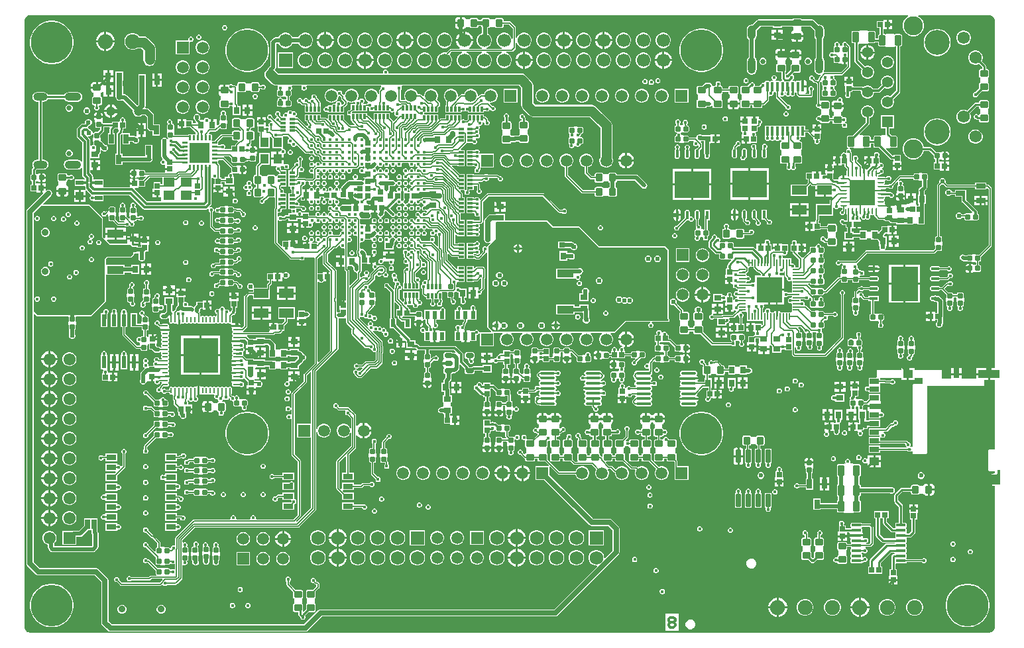
<source format=gbl>
G04*
G04 #@! TF.GenerationSoftware,Altium Limited,Altium Designer,23.11.1 (41)*
G04*
G04 Layer_Physical_Order=8*
G04 Layer_Color=16711680*
%FSLAX44Y44*%
%MOMM*%
G71*
G04*
G04 #@! TF.SameCoordinates,BF087CC3-BE28-4B26-89C1-CEA847933F0A*
G04*
G04*
G04 #@! TF.FilePolarity,Positive*
G04*
G01*
G75*
%ADD10C,0.2540*%
%ADD15C,0.1270*%
%ADD16C,0.2032*%
%ADD18C,0.3810*%
%ADD26R,0.8000X1.0000*%
%ADD32R,0.6400X0.6400*%
%ADD33R,0.9500X0.7500*%
G04:AMPARAMS|DCode=41|XSize=0.6mm|YSize=0.6mm|CornerRadius=0.06mm|HoleSize=0mm|Usage=FLASHONLY|Rotation=90.000|XOffset=0mm|YOffset=0mm|HoleType=Round|Shape=RoundedRectangle|*
%AMROUNDEDRECTD41*
21,1,0.6000,0.4800,0,0,90.0*
21,1,0.4800,0.6000,0,0,90.0*
1,1,0.1200,0.2400,0.2400*
1,1,0.1200,0.2400,-0.2400*
1,1,0.1200,-0.2400,-0.2400*
1,1,0.1200,-0.2400,0.2400*
%
%ADD41ROUNDEDRECTD41*%
%ADD42R,0.7500X0.9500*%
%ADD51R,0.6000X1.5500*%
G04:AMPARAMS|DCode=54|XSize=0.6mm|YSize=0.6mm|CornerRadius=0.06mm|HoleSize=0mm|Usage=FLASHONLY|Rotation=180.000|XOffset=0mm|YOffset=0mm|HoleType=Round|Shape=RoundedRectangle|*
%AMROUNDEDRECTD54*
21,1,0.6000,0.4800,0,0,180.0*
21,1,0.4800,0.6000,0,0,180.0*
1,1,0.1200,-0.2400,0.2400*
1,1,0.1200,0.2400,0.2400*
1,1,0.1200,0.2400,-0.2400*
1,1,0.1200,-0.2400,-0.2400*
%
%ADD54ROUNDEDRECTD54*%
%ADD55R,0.6350X1.2700*%
G04:AMPARAMS|DCode=58|XSize=1mm|YSize=0.9mm|CornerRadius=0.1125mm|HoleSize=0mm|Usage=FLASHONLY|Rotation=0.000|XOffset=0mm|YOffset=0mm|HoleType=Round|Shape=RoundedRectangle|*
%AMROUNDEDRECTD58*
21,1,1.0000,0.6750,0,0,0.0*
21,1,0.7750,0.9000,0,0,0.0*
1,1,0.2250,0.3875,-0.3375*
1,1,0.2250,-0.3875,-0.3375*
1,1,0.2250,-0.3875,0.3375*
1,1,0.2250,0.3875,0.3375*
%
%ADD58ROUNDEDRECTD58*%
%ADD89C,0.9000*%
%ADD93C,1.3900*%
%ADD99C,1.5700*%
%ADD103C,3.2000*%
%ADD104R,1.3900X1.3900*%
%ADD105C,2.4500*%
G04:AMPARAMS|DCode=106|XSize=1mm|YSize=1.8mm|CornerRadius=0.5mm|HoleSize=0mm|Usage=FLASHONLY|Rotation=180.000|XOffset=0mm|YOffset=0mm|HoleType=Round|Shape=RoundedRectangle|*
%AMROUNDEDRECTD106*
21,1,1.0000,0.8000,0,0,180.0*
21,1,0.0000,1.8000,0,0,180.0*
1,1,1.0000,0.0000,0.4000*
1,1,1.0000,0.0000,0.4000*
1,1,1.0000,0.0000,-0.4000*
1,1,1.0000,0.0000,-0.4000*
%
%ADD106ROUNDEDRECTD106*%
G04:AMPARAMS|DCode=107|XSize=1mm|YSize=2.1mm|CornerRadius=0.5mm|HoleSize=0mm|Usage=FLASHONLY|Rotation=180.000|XOffset=0mm|YOffset=0mm|HoleType=Round|Shape=RoundedRectangle|*
%AMROUNDEDRECTD107*
21,1,1.0000,1.1000,0,0,180.0*
21,1,0.0000,2.1000,0,0,180.0*
1,1,1.0000,0.0000,0.5500*
1,1,1.0000,0.0000,0.5500*
1,1,1.0000,0.0000,-0.5500*
1,1,1.0000,0.0000,-0.5500*
%
%ADD107ROUNDEDRECTD107*%
%ADD108C,0.6500*%
G04:AMPARAMS|DCode=111|XSize=1mm|YSize=2.1mm|CornerRadius=0.5mm|HoleSize=0mm|Usage=FLASHONLY|Rotation=270.000|XOffset=0mm|YOffset=0mm|HoleType=Round|Shape=RoundedRectangle|*
%AMROUNDEDRECTD111*
21,1,1.0000,1.1000,0,0,270.0*
21,1,0.0000,2.1000,0,0,270.0*
1,1,1.0000,-0.5500,0.0000*
1,1,1.0000,-0.5500,0.0000*
1,1,1.0000,0.5500,0.0000*
1,1,1.0000,0.5500,0.0000*
%
%ADD111ROUNDEDRECTD111*%
G04:AMPARAMS|DCode=112|XSize=1mm|YSize=1.8mm|CornerRadius=0.5mm|HoleSize=0mm|Usage=FLASHONLY|Rotation=270.000|XOffset=0mm|YOffset=0mm|HoleType=Round|Shape=RoundedRectangle|*
%AMROUNDEDRECTD112*
21,1,1.0000,0.8000,0,0,270.0*
21,1,0.0000,1.8000,0,0,270.0*
1,1,1.0000,-0.4000,0.0000*
1,1,1.0000,-0.4000,0.0000*
1,1,1.0000,0.4000,0.0000*
1,1,1.0000,0.4000,0.0000*
%
%ADD112ROUNDEDRECTD112*%
%ADD113C,0.6350*%
%ADD115C,0.1524*%
%ADD116C,0.5080*%
%ADD117C,0.3048*%
%ADD118C,1.2700*%
%ADD119R,1.5000X1.5000*%
%ADD120C,1.5000*%
%ADD121C,0.6000*%
%ADD122C,0.3556*%
%ADD123C,5.3000*%
%ADD124C,1.7000*%
%ADD125C,1.9000*%
%ADD126C,1.7272*%
%ADD127C,1.2000*%
%ADD128C,1.5500*%
%ADD129R,1.5500X1.5500*%
%ADD130R,1.7000X1.7000*%
%ADD131R,1.6764X1.6764*%
%ADD132R,1.5000X1.5000*%
%ADD133C,0.4064*%
%ADD134C,0.6096*%
%ADD135C,0.6000*%
%ADD137R,0.6500X1.2000*%
G04:AMPARAMS|DCode=138|XSize=1mm|YSize=0.9mm|CornerRadius=0.1125mm|HoleSize=0mm|Usage=FLASHONLY|Rotation=270.000|XOffset=0mm|YOffset=0mm|HoleType=Round|Shape=RoundedRectangle|*
%AMROUNDEDRECTD138*
21,1,1.0000,0.6750,0,0,270.0*
21,1,0.7750,0.9000,0,0,270.0*
1,1,0.2250,-0.3375,-0.3875*
1,1,0.2250,-0.3375,0.3875*
1,1,0.2250,0.3375,0.3875*
1,1,0.2250,0.3375,-0.3875*
%
%ADD138ROUNDEDRECTD138*%
%ADD139R,1.9000X1.2000*%
%ADD140R,0.3000X0.6500*%
%ADD141R,0.6400X0.6400*%
G04:AMPARAMS|DCode=142|XSize=0.4mm|YSize=1.2mm|CornerRadius=0.05mm|HoleSize=0mm|Usage=FLASHONLY|Rotation=90.000|XOffset=0mm|YOffset=0mm|HoleType=Round|Shape=RoundedRectangle|*
%AMROUNDEDRECTD142*
21,1,0.4000,1.1000,0,0,90.0*
21,1,0.3000,1.2000,0,0,90.0*
1,1,0.1000,0.5500,0.1500*
1,1,0.1000,0.5500,-0.1500*
1,1,0.1000,-0.5500,-0.1500*
1,1,0.1000,-0.5500,0.1500*
%
%ADD142ROUNDEDRECTD142*%
G04:AMPARAMS|DCode=143|XSize=1.3mm|YSize=0.8mm|CornerRadius=0.1mm|HoleSize=0mm|Usage=FLASHONLY|Rotation=90.000|XOffset=0mm|YOffset=0mm|HoleType=Round|Shape=RoundedRectangle|*
%AMROUNDEDRECTD143*
21,1,1.3000,0.6000,0,0,90.0*
21,1,1.1000,0.8000,0,0,90.0*
1,1,0.2000,0.3000,0.5500*
1,1,0.2000,0.3000,-0.5500*
1,1,0.2000,-0.3000,-0.5500*
1,1,0.2000,-0.3000,0.5500*
%
%ADD143ROUNDEDRECTD143*%
%ADD144R,1.2700X0.7600*%
%ADD145R,0.6000X1.0000*%
G04:AMPARAMS|DCode=146|XSize=1.05mm|YSize=0.6mm|CornerRadius=0.15mm|HoleSize=0mm|Usage=FLASHONLY|Rotation=180.000|XOffset=0mm|YOffset=0mm|HoleType=Round|Shape=RoundedRectangle|*
%AMROUNDEDRECTD146*
21,1,1.0500,0.3000,0,0,180.0*
21,1,0.7500,0.6000,0,0,180.0*
1,1,0.3000,-0.3750,0.1500*
1,1,0.3000,0.3750,0.1500*
1,1,0.3000,0.3750,-0.1500*
1,1,0.3000,-0.3750,-0.1500*
%
%ADD146ROUNDEDRECTD146*%
%ADD147O,2.0000X0.3500*%
G04:AMPARAMS|DCode=148|XSize=0.4mm|YSize=1.2mm|CornerRadius=0.05mm|HoleSize=0mm|Usage=FLASHONLY|Rotation=180.000|XOffset=0mm|YOffset=0mm|HoleType=Round|Shape=RoundedRectangle|*
%AMROUNDEDRECTD148*
21,1,0.4000,1.1000,0,0,180.0*
21,1,0.3000,1.2000,0,0,180.0*
1,1,0.1000,-0.1500,0.5500*
1,1,0.1000,0.1500,0.5500*
1,1,0.1000,0.1500,-0.5500*
1,1,0.1000,-0.1500,-0.5500*
%
%ADD148ROUNDEDRECTD148*%
%ADD149R,1.2000X0.6500*%
G04:AMPARAMS|DCode=150|XSize=0.8078mm|YSize=0.2393mm|CornerRadius=0.1196mm|HoleSize=0mm|Usage=FLASHONLY|Rotation=180.000|XOffset=0mm|YOffset=0mm|HoleType=Round|Shape=RoundedRectangle|*
%AMROUNDEDRECTD150*
21,1,0.8078,0.0000,0,0,180.0*
21,1,0.5686,0.2393,0,0,180.0*
1,1,0.2393,-0.2843,0.0000*
1,1,0.2393,0.2843,0.0000*
1,1,0.2393,0.2843,0.0000*
1,1,0.2393,-0.2843,0.0000*
%
%ADD150ROUNDEDRECTD150*%
G04:AMPARAMS|DCode=151|XSize=0.2393mm|YSize=0.8078mm|CornerRadius=0.1196mm|HoleSize=0mm|Usage=FLASHONLY|Rotation=180.000|XOffset=0mm|YOffset=0mm|HoleType=Round|Shape=RoundedRectangle|*
%AMROUNDEDRECTD151*
21,1,0.2393,0.5686,0,0,180.0*
21,1,0.0000,0.8078,0,0,180.0*
1,1,0.2393,0.0000,0.2843*
1,1,0.2393,0.0000,0.2843*
1,1,0.2393,0.0000,-0.2843*
1,1,0.2393,0.0000,-0.2843*
%
%ADD151ROUNDEDRECTD151*%
%ADD152R,3.2000X3.2000*%
%ADD153R,4.4000X3.5000*%
G04:AMPARAMS|DCode=154|XSize=1.0611mm|YSize=0.3925mm|CornerRadius=0.1962mm|HoleSize=0mm|Usage=FLASHONLY|Rotation=90.000|XOffset=0mm|YOffset=0mm|HoleType=Round|Shape=RoundedRectangle|*
%AMROUNDEDRECTD154*
21,1,1.0611,0.0000,0,0,90.0*
21,1,0.6686,0.3925,0,0,90.0*
1,1,0.3925,0.0000,0.3343*
1,1,0.3925,0.0000,-0.3343*
1,1,0.3925,0.0000,-0.3343*
1,1,0.3925,0.0000,0.3343*
%
%ADD154ROUNDEDRECTD154*%
%ADD155R,3.5000X4.4000*%
G04:AMPARAMS|DCode=156|XSize=1.0611mm|YSize=0.3925mm|CornerRadius=0.1962mm|HoleSize=0mm|Usage=FLASHONLY|Rotation=0.000|XOffset=0mm|YOffset=0mm|HoleType=Round|Shape=RoundedRectangle|*
%AMROUNDEDRECTD156*
21,1,1.0611,0.0000,0,0,0.0*
21,1,0.6686,0.3925,0,0,0.0*
1,1,0.3925,0.3343,0.0000*
1,1,0.3925,-0.3343,0.0000*
1,1,0.3925,-0.3343,0.0000*
1,1,0.3925,0.3343,0.0000*
%
%ADD156ROUNDEDRECTD156*%
%ADD157R,2.8000X1.0000*%
%ADD158R,1.2000X1.0000*%
%ADD159R,3.2000X3.2000*%
%ADD160R,0.2000X0.8500*%
%ADD161R,0.9500X0.8000*%
%ADD162C,1.1447*%
%ADD163R,1.2000X0.7000*%
%ADD164R,2.1500X1.0000*%
G04:AMPARAMS|DCode=165|XSize=0.65mm|YSize=1.65mm|CornerRadius=0.0488mm|HoleSize=0mm|Usage=FLASHONLY|Rotation=0.000|XOffset=0mm|YOffset=0mm|HoleType=Round|Shape=RoundedRectangle|*
%AMROUNDEDRECTD165*
21,1,0.6500,1.5525,0,0,0.0*
21,1,0.5525,1.6500,0,0,0.0*
1,1,0.0975,0.2763,-0.7763*
1,1,0.0975,-0.2763,-0.7763*
1,1,0.0975,-0.2763,0.7763*
1,1,0.0975,0.2763,0.7763*
%
%ADD165ROUNDEDRECTD165*%
%ADD166R,1.1000X1.3000*%
%ADD167R,2.5000X2.5000*%
%ADD168R,1.4000X1.2000*%
%ADD169R,1.0000X1.0000*%
%ADD170O,0.7500X0.2500*%
%ADD171R,4.5000X4.5000*%
%ADD172O,0.2500X0.7500*%
%ADD173R,0.6500X0.3000*%
%ADD174R,0.6400X0.9200*%
%ADD175R,2.1500X3.2500*%
%ADD176R,0.3925X1.0611*%
%ADD177R,1.0611X0.3925*%
%ADD178R,0.8078X0.2393*%
%ADD179C,0.2520*%
%ADD180R,0.8500X0.2000*%
%ADD181R,1.0000X0.6000*%
%ADD182R,0.9200X0.6400*%
%ADD183C,0.5000*%
G36*
X1659494Y1074532D02*
X1660862Y1073965D01*
X1662094Y1073142D01*
X1663142Y1072094D01*
X1663965Y1070862D01*
X1664532Y1069494D01*
X1664821Y1068041D01*
Y1067300D01*
Y623386D01*
X1658620D01*
Y615846D01*
Y608307D01*
X1664821D01*
Y519721D01*
X1657850D01*
X1656878Y519319D01*
X1656475Y518346D01*
Y492846D01*
X1656878Y491874D01*
X1657850Y491472D01*
X1664821D01*
Y488969D01*
X1663903D01*
X1661801Y488406D01*
X1659966Y487346D01*
X1666350D01*
X1667850Y488846D01*
Y492846D01*
X1671350D01*
Y474346D01*
X1659664D01*
X1659917Y474093D01*
X1661801Y473005D01*
X1663903Y472442D01*
X1664821D01*
Y292700D01*
Y291959D01*
X1664532Y290506D01*
X1663965Y289138D01*
X1663142Y287906D01*
X1662094Y286858D01*
X1660862Y286035D01*
X1659494Y285468D01*
X1658041Y285179D01*
X431959D01*
X430506Y285468D01*
X429138Y286035D01*
X427906Y286858D01*
X426858Y287906D01*
X426035Y289138D01*
X425468Y290506D01*
X425179Y291959D01*
Y292700D01*
Y1067300D01*
Y1068041D01*
X425468Y1069494D01*
X426035Y1070862D01*
X426858Y1072094D01*
X427906Y1073142D01*
X429138Y1073965D01*
X430506Y1074532D01*
X431959Y1074821D01*
X1554019D01*
X1554359Y1073551D01*
X1552399Y1072419D01*
X1549881Y1069901D01*
X1548101Y1066818D01*
X1547180Y1063380D01*
Y1059820D01*
X1548101Y1056382D01*
X1549881Y1053298D01*
X1552399Y1050781D01*
X1555482Y1049001D01*
X1558920Y1048080D01*
X1562480D01*
X1565918Y1049001D01*
X1569001Y1050781D01*
X1571519Y1053298D01*
X1573299Y1056382D01*
X1574220Y1059820D01*
Y1063380D01*
X1573299Y1066818D01*
X1571519Y1069901D01*
X1569001Y1072419D01*
X1567041Y1073551D01*
X1567381Y1074821D01*
X1658041D01*
X1659494Y1074532D01*
D02*
G37*
%LPC*%
G36*
X981230Y1072612D02*
X979125D01*
X977695Y1072327D01*
X976483Y1071517D01*
X975673Y1070305D01*
X975388Y1068875D01*
Y1066270D01*
X981230D01*
Y1072612D01*
D02*
G37*
G36*
X1533740Y1068740D02*
X1529270D01*
Y1064270D01*
X1533740D01*
Y1068740D01*
D02*
G37*
G36*
X1416115Y1070957D02*
X1408365D01*
X1407431Y1070771D01*
X1406638Y1070242D01*
X1406164Y1069532D01*
X1363738D01*
X1362003Y1069187D01*
X1360533Y1068205D01*
X1360533Y1068205D01*
X1355110Y1062782D01*
X1354300Y1062943D01*
X1351854Y1062456D01*
X1349780Y1061070D01*
X1348394Y1058996D01*
X1347907Y1056550D01*
Y1048550D01*
X1348394Y1046104D01*
X1349780Y1044030D01*
X1350456Y1043577D01*
Y1021223D01*
X1349780Y1020770D01*
X1348394Y1018697D01*
X1347907Y1016250D01*
Y1005250D01*
X1348394Y1002804D01*
X1349780Y1000730D01*
X1351854Y999344D01*
X1354300Y998857D01*
X1356746Y999344D01*
X1358820Y1000730D01*
X1360206Y1002804D01*
X1360693Y1005250D01*
Y1016250D01*
X1360206Y1018697D01*
X1358820Y1020770D01*
X1358144Y1021223D01*
Y1043577D01*
X1358820Y1044030D01*
X1360206Y1046104D01*
X1360693Y1048550D01*
Y1055546D01*
X1365615Y1060468D01*
X1380820D01*
Y1058620D01*
X1392860D01*
Y1060468D01*
X1406351D01*
X1406638Y1060038D01*
X1407240Y1059636D01*
Y1055028D01*
X1406935Y1054967D01*
X1405723Y1054157D01*
X1404913Y1052945D01*
X1404628Y1051515D01*
Y1049410D01*
X1412240D01*
X1419852D01*
Y1051515D01*
X1419567Y1052945D01*
X1418757Y1054157D01*
X1417545Y1054967D01*
X1417240Y1055028D01*
Y1059636D01*
X1417842Y1060038D01*
X1418129Y1060468D01*
X1429385D01*
X1434307Y1055546D01*
Y1048550D01*
X1434794Y1046104D01*
X1436168Y1044047D01*
Y1020753D01*
X1434794Y1018697D01*
X1434307Y1016250D01*
Y1005250D01*
X1434794Y1002804D01*
X1436180Y1000730D01*
X1438254Y999344D01*
X1440700Y998857D01*
X1441919Y999100D01*
X1442544Y997929D01*
X1440564Y995948D01*
X1440143Y995318D01*
X1439995Y994575D01*
Y993174D01*
X1438502Y991681D01*
X1438419D01*
X1438163Y991852D01*
X1437420Y992000D01*
X1435975D01*
X1434229Y993746D01*
Y994958D01*
X1433727Y996172D01*
X1432798Y997101D01*
X1431584Y997604D01*
X1430271D01*
X1429057Y997101D01*
X1428128Y996172D01*
X1427625Y994958D01*
Y993645D01*
X1428128Y992431D01*
X1429057Y991502D01*
X1430271Y991000D01*
X1431483D01*
X1433797Y988685D01*
X1434428Y988263D01*
X1435171Y988116D01*
X1436615D01*
X1437555Y987176D01*
Y962458D01*
X1436698Y961601D01*
X1436196Y960387D01*
Y959073D01*
X1436698Y957860D01*
X1437627Y956931D01*
X1438841Y956428D01*
X1440155D01*
X1440213Y956453D01*
X1440403Y956438D01*
X1441621Y955661D01*
X1441669Y955421D01*
X1442198Y954629D01*
X1442800Y954227D01*
Y948234D01*
X1442198Y947832D01*
X1441669Y947040D01*
X1441621Y946800D01*
X1440403Y946023D01*
X1440213Y946008D01*
X1440155Y946033D01*
X1438841D01*
X1437627Y945530D01*
X1436698Y944601D01*
X1436196Y943388D01*
Y942074D01*
X1436698Y940860D01*
X1437627Y939931D01*
X1438841Y939429D01*
X1440155D01*
X1440213Y939453D01*
X1440429Y939436D01*
X1441585Y938845D01*
X1441669Y938421D01*
X1442198Y937629D01*
X1442991Y937100D01*
X1443925Y936914D01*
X1451675D01*
X1452610Y937100D01*
X1453402Y937629D01*
X1453931Y938421D01*
X1454117Y939355D01*
Y939518D01*
X1457502D01*
Y938085D01*
X1457688Y937151D01*
X1458217Y936358D01*
X1459009Y935829D01*
X1459944Y935643D01*
X1467694D01*
X1468628Y935829D01*
X1468821Y935958D01*
X1469847Y935116D01*
X1469640Y934617D01*
Y933303D01*
X1470143Y932090D01*
X1471072Y931161D01*
X1472286Y930658D01*
X1473599D01*
X1474813Y931161D01*
X1475742Y932090D01*
X1476244Y933303D01*
Y934617D01*
X1475742Y935831D01*
X1474813Y936759D01*
X1473766Y937193D01*
X1473616Y937778D01*
X1473640Y938515D01*
X1473991Y938661D01*
X1474920Y939590D01*
X1475423Y940803D01*
Y942117D01*
X1474920Y943331D01*
X1473991Y944259D01*
X1472778Y944762D01*
X1471464D01*
X1471405Y944738D01*
X1471216Y944752D01*
X1469997Y945529D01*
X1469950Y945770D01*
X1469420Y946562D01*
X1468819Y946964D01*
Y951572D01*
X1469124Y951633D01*
X1470336Y952443D01*
X1471146Y953655D01*
X1471430Y955085D01*
Y957190D01*
X1456207D01*
Y955085D01*
X1456491Y953655D01*
X1457301Y952443D01*
X1458513Y951633D01*
X1458819Y951572D01*
Y946964D01*
X1458217Y946562D01*
X1457688Y945770D01*
X1457502Y944835D01*
Y943402D01*
X1454117D01*
Y946105D01*
X1453931Y947040D01*
X1453402Y947832D01*
X1452800Y948234D01*
Y954227D01*
X1453402Y954629D01*
X1453931Y955421D01*
X1454117Y956356D01*
Y963105D01*
X1453931Y964040D01*
X1453402Y964832D01*
X1452610Y965361D01*
X1451675Y965547D01*
X1443925D01*
X1442991Y965361D01*
X1442710Y965174D01*
X1441440Y965809D01*
Y987980D01*
X1441292Y988724D01*
X1441190Y988876D01*
X1442303Y989989D01*
X1443573Y989463D01*
Y986248D01*
X1443719Y985519D01*
X1444132Y984900D01*
X1444444Y984692D01*
X1444812Y984023D01*
X1444926Y983157D01*
X1444578Y982319D01*
Y981005D01*
X1444664Y980799D01*
X1444748Y979552D01*
X1444132Y979108D01*
X1443719Y978490D01*
X1443573Y977760D01*
Y972960D01*
X1443719Y972230D01*
X1444132Y971612D01*
X1444750Y971199D01*
X1445480Y971053D01*
X1450187D01*
X1450880Y970360D01*
X1454880D01*
X1455573Y971053D01*
X1460280D01*
X1461010Y971199D01*
X1461628Y971612D01*
X1462041Y972230D01*
X1462187Y972960D01*
Y977760D01*
X1462041Y978490D01*
X1461628Y979108D01*
X1461010Y979521D01*
X1460555Y979612D01*
X1460068Y980485D01*
X1459955Y980921D01*
Y982235D01*
X1459608Y983072D01*
X1460218Y984342D01*
X1460280D01*
X1461010Y984487D01*
X1461628Y984900D01*
X1462041Y985519D01*
X1462187Y986248D01*
Y991049D01*
X1462041Y991778D01*
X1461628Y992397D01*
X1461010Y992810D01*
X1460484Y992915D01*
X1460083Y993643D01*
X1459917Y994225D01*
X1459945Y994294D01*
Y995607D01*
X1459443Y996821D01*
X1460002Y998058D01*
X1469000D01*
X1469743Y998205D01*
X1470373Y998627D01*
X1479398Y1007652D01*
X1479819Y1008282D01*
X1479967Y1009025D01*
Y1034239D01*
X1479819Y1034982D01*
X1479398Y1035612D01*
X1476629Y1038381D01*
X1476239Y1038642D01*
X1475920Y1039413D01*
X1474991Y1040342D01*
X1473777Y1040844D01*
X1472463D01*
X1471250Y1040342D01*
X1470321Y1039413D01*
X1469818Y1038199D01*
Y1036886D01*
X1469387Y1036240D01*
X1466854D01*
X1466422Y1036886D01*
Y1038199D01*
X1465920Y1039413D01*
X1464991Y1040342D01*
X1463777Y1040844D01*
X1462463D01*
X1461250Y1040342D01*
X1460321Y1039413D01*
X1459818Y1038199D01*
Y1036885D01*
X1459904Y1036679D01*
X1459988Y1035432D01*
X1459372Y1034988D01*
X1458958Y1034370D01*
X1458813Y1033640D01*
Y1028840D01*
X1458930Y1028255D01*
X1458580Y1027780D01*
X1457994Y1027268D01*
X1457300Y1027555D01*
X1455986D01*
X1454773Y1027053D01*
X1453844Y1026124D01*
X1453341Y1024910D01*
Y1023597D01*
X1453844Y1022383D01*
X1454773Y1021454D01*
X1455986Y1020952D01*
X1457300D01*
X1457668Y1021104D01*
X1458464Y1020581D01*
X1458813Y1020204D01*
Y1015552D01*
X1458958Y1014822D01*
X1459372Y1014203D01*
X1459990Y1013790D01*
X1460720Y1013645D01*
X1465427D01*
X1466120Y1012952D01*
X1468959D01*
X1469495Y1012594D01*
X1470720Y1012350D01*
X1471850D01*
Y1017952D01*
X1474390D01*
Y1012350D01*
X1475520D01*
X1476083Y1011888D01*
Y1009829D01*
X1468195Y1001942D01*
X1447558D01*
X1447127Y1002333D01*
X1446665Y1003099D01*
X1447093Y1005250D01*
Y1016250D01*
X1446606Y1018697D01*
X1445232Y1020753D01*
Y1044047D01*
X1446606Y1046104D01*
X1447093Y1048550D01*
Y1056550D01*
X1446606Y1058996D01*
X1445220Y1061070D01*
X1443146Y1062456D01*
X1440700Y1062943D01*
X1439890Y1062782D01*
X1434467Y1068205D01*
X1432997Y1069187D01*
X1431262Y1069532D01*
X1418316D01*
X1417842Y1070242D01*
X1417050Y1070771D01*
X1416115Y1070957D01*
D02*
G37*
G36*
X981230Y1063730D02*
X975388D01*
Y1061125D01*
X975673Y1059695D01*
X976483Y1058483D01*
X977695Y1057673D01*
X979125Y1057388D01*
X981230D01*
Y1063730D01*
D02*
G37*
G36*
X1533740Y1061730D02*
X1529270D01*
Y1057260D01*
X1533740D01*
Y1061730D01*
D02*
G37*
G36*
X681657Y1062302D02*
X680343D01*
X679130Y1061799D01*
X678201Y1060870D01*
X677698Y1059657D01*
Y1058343D01*
X678201Y1057130D01*
X679130Y1056201D01*
X680343Y1055698D01*
X681657D01*
X682870Y1056201D01*
X683799Y1057130D01*
X684302Y1058343D01*
Y1059657D01*
X683799Y1060870D01*
X682870Y1061799D01*
X681657Y1062302D01*
D02*
G37*
G36*
X1394130Y1055930D02*
X1388110D01*
Y1050910D01*
X1394130D01*
Y1055930D01*
D02*
G37*
G36*
X1385570D02*
X1379550D01*
Y1050910D01*
X1385570D01*
Y1055930D01*
D02*
G37*
G36*
X785386Y1052470D02*
X782814D01*
X780329Y1051804D01*
X778101Y1050518D01*
X776282Y1048699D01*
X775061Y1046585D01*
X767739D01*
X766518Y1048699D01*
X764699Y1050518D01*
X762471Y1051804D01*
X759986Y1052470D01*
X757414D01*
X754929Y1051804D01*
X752701Y1050518D01*
X750882Y1048699D01*
X749661Y1046585D01*
X745926D01*
X744439Y1046289D01*
X743179Y1045447D01*
X740203Y1042471D01*
X739361Y1041211D01*
X739065Y1039724D01*
Y1009989D01*
X737132Y1008056D01*
X736290Y1006796D01*
X736163Y1006155D01*
X735842Y1006022D01*
X734250Y1004801D01*
X733029Y1003209D01*
X732261Y1001356D01*
X731999Y999367D01*
X732261Y997377D01*
X733029Y995524D01*
X734250Y993932D01*
X741117Y987065D01*
X741117Y987065D01*
X742709Y985844D01*
X744562Y985076D01*
X746551Y984814D01*
X746552Y984814D01*
X748606D01*
X749133Y983544D01*
X749121Y983533D01*
X748618Y982319D01*
Y981005D01*
X748704Y980799D01*
X748788Y979552D01*
X748172Y979108D01*
X747758Y978490D01*
X747613Y977760D01*
Y972960D01*
X747758Y972230D01*
X748172Y971612D01*
X748790Y971199D01*
X749520Y971053D01*
X754227D01*
X754920Y970360D01*
X758920D01*
X759589Y970083D01*
Y967349D01*
X758920Y967072D01*
X755193D01*
X754720Y968213D01*
X753791Y969142D01*
X752577Y969645D01*
X751263D01*
X750050Y969142D01*
X749121Y968213D01*
X748618Y967000D01*
Y966118D01*
X748172Y965820D01*
X747758Y965201D01*
X747613Y964472D01*
Y959671D01*
X747758Y958942D01*
X748172Y958323D01*
X748790Y957910D01*
X749520Y957765D01*
X754227D01*
X754920Y957072D01*
X758920D01*
X759613Y957765D01*
X764320D01*
X765050Y957910D01*
X765668Y958323D01*
X766081Y958942D01*
X766227Y959671D01*
Y964472D01*
X766081Y965201D01*
X765668Y965820D01*
X765050Y966233D01*
X764320Y966378D01*
X764251D01*
Y971053D01*
X764320D01*
X765050Y971199D01*
X765668Y971612D01*
X766081Y972230D01*
X766227Y972960D01*
Y977760D01*
X766081Y978490D01*
X765739Y979002D01*
X766577Y979840D01*
X767080Y981053D01*
Y982367D01*
X766577Y983580D01*
X767140Y984814D01*
X778958D01*
X779521Y983580D01*
X779018Y982367D01*
Y981053D01*
X779521Y979840D01*
X780450Y978911D01*
X781663Y978408D01*
X782977D01*
X784190Y978911D01*
X785119Y979840D01*
X785622Y981053D01*
Y982367D01*
X785119Y983580D01*
X785682Y984814D01*
X880685D01*
X880889Y984433D01*
X881075Y983544D01*
X880334Y982803D01*
X879831Y981590D01*
Y980316D01*
X878656Y979140D01*
X878235Y978510D01*
X878087Y977767D01*
Y974291D01*
X876817Y974124D01*
X876532Y975185D01*
X875378Y977185D01*
X873745Y978818D01*
X871745Y979972D01*
X869515Y980570D01*
X867205D01*
X864975Y979972D01*
X862975Y978818D01*
X861342Y977185D01*
X860188Y975185D01*
X859590Y972955D01*
Y970645D01*
X860188Y968415D01*
X861342Y966415D01*
X862975Y964782D01*
X864008Y964186D01*
X864097Y963757D01*
X864047Y962697D01*
X863366Y962016D01*
X862857Y961915D01*
X862227Y961493D01*
X862226Y961493D01*
X862073Y961339D01*
X860992D01*
X860249Y961191D01*
X860224Y961175D01*
X858210D01*
X857906Y962210D01*
X857895Y962445D01*
X858779Y963330D01*
X859282Y964543D01*
Y965857D01*
X858779Y967070D01*
X857850Y967999D01*
X856637Y968502D01*
X855323D01*
X854110Y967999D01*
X853181Y967070D01*
X853037Y966723D01*
X851557Y965962D01*
X851183D01*
X850449Y967232D01*
X851132Y968415D01*
X851730Y970645D01*
Y972955D01*
X851132Y975185D01*
X849978Y977185D01*
X848345Y978818D01*
X846345Y979972D01*
X844115Y980570D01*
X841805D01*
X839575Y979972D01*
X837575Y978818D01*
X835942Y977185D01*
X834788Y975185D01*
X834264Y973231D01*
X833473Y972856D01*
X832920Y972779D01*
X831144Y974555D01*
Y975767D01*
X830642Y976981D01*
X829713Y977909D01*
X828499Y978412D01*
X827186D01*
X825972Y977909D01*
X825752Y977690D01*
X824694Y977235D01*
X824083Y977680D01*
X822945Y978818D01*
X820945Y979972D01*
X818715Y980570D01*
X816405D01*
X814175Y979972D01*
X812175Y978818D01*
X810542Y977185D01*
X809388Y975185D01*
X808790Y972955D01*
Y970645D01*
X809388Y968415D01*
X810542Y966415D01*
X812175Y964782D01*
X814175Y963628D01*
X816405Y963030D01*
X818715D01*
X820945Y963628D01*
X822945Y964782D01*
X824578Y966415D01*
X825732Y968415D01*
X826330Y970645D01*
Y971236D01*
X827186Y971808D01*
X828398D01*
X830076Y970129D01*
Y967880D01*
X830224Y967136D01*
X830645Y966506D01*
X833718Y963434D01*
Y961886D01*
X832595Y960764D01*
X831994Y960645D01*
X831364Y960223D01*
X831364Y960223D01*
X830735Y960325D01*
X829696Y961109D01*
Y962423D01*
X829193Y963636D01*
X828265Y964565D01*
X827051Y965068D01*
X825737D01*
X824524Y964565D01*
X823595Y963636D01*
X823092Y962423D01*
X821822Y961603D01*
X821443Y961760D01*
X820129D01*
X818915Y961257D01*
X817987Y960328D01*
X817668Y959560D01*
X812907D01*
Y958464D01*
X811637Y957615D01*
X811340Y957738D01*
X810026D01*
X808812Y957236D01*
X807883Y956307D01*
X807381Y955093D01*
Y953780D01*
X807883Y952566D01*
X808812Y951637D01*
X810026Y951134D01*
X811340D01*
X811637Y951258D01*
X812907Y950520D01*
Y950520D01*
X823447D01*
Y950520D01*
X833447D01*
Y956813D01*
X833570Y956936D01*
X834172Y957056D01*
X834802Y957477D01*
X837033Y959708D01*
X837455Y960339D01*
X837602Y961082D01*
Y963300D01*
X838872Y964033D01*
X839575Y963628D01*
X841805Y963030D01*
X844115D01*
X846345Y963628D01*
X846425Y963674D01*
X846625Y963613D01*
X847598Y962885D01*
Y962003D01*
X847045Y961175D01*
X842230D01*
Y954882D01*
X840676Y953328D01*
X839966D01*
X838753Y952825D01*
X837824Y951896D01*
X837321Y950683D01*
Y949369D01*
X837824Y948155D01*
X838753Y947226D01*
X839966Y946724D01*
X841280D01*
X842230Y946089D01*
Y940635D01*
X843058D01*
Y940000D01*
X843205Y939257D01*
X843626Y938626D01*
X846957Y935296D01*
X846471Y934122D01*
X842270D01*
X841632Y934249D01*
X840965D01*
X833447Y941767D01*
Y948060D01*
X812907D01*
Y942965D01*
X811734Y942479D01*
X811072Y943141D01*
X810442Y943562D01*
X809699Y943709D01*
X804159D01*
Y948060D01*
X783619D01*
Y939020D01*
X786042D01*
Y938237D01*
X786189Y937494D01*
X786610Y936863D01*
X787901Y935573D01*
X787729Y934707D01*
X786801Y933778D01*
X786772Y933711D01*
X785274Y933413D01*
X775134Y943553D01*
X774503Y943975D01*
X773760Y944122D01*
X772562D01*
X771708Y945392D01*
X771776Y946176D01*
X772419Y946820D01*
X772922Y948033D01*
Y949347D01*
X772419Y950560D01*
X771490Y951489D01*
X770277Y951992D01*
X768963D01*
X767750Y951489D01*
X767376Y951564D01*
X767249Y951870D01*
X766320Y952799D01*
X765106Y953302D01*
X763792D01*
X762579Y952799D01*
X761650Y951870D01*
X761147Y950657D01*
X759877Y950211D01*
X759657Y950302D01*
X758343D01*
X757130Y949799D01*
X756201Y948870D01*
X755698Y947657D01*
Y946343D01*
X755749Y946220D01*
X755052Y945178D01*
X753733Y945094D01*
X751796Y947031D01*
X752280Y948199D01*
Y949513D01*
X751778Y950727D01*
X750849Y951656D01*
X749635Y952158D01*
X748322D01*
X747108Y951656D01*
X746179Y950727D01*
X745676Y949513D01*
Y948199D01*
X746179Y946986D01*
X747108Y946057D01*
X747737Y945796D01*
X747758Y945764D01*
X747457Y944369D01*
X747326Y944211D01*
X747090Y944113D01*
X746161Y943184D01*
X745848Y942427D01*
X744485Y941993D01*
X741900Y944578D01*
Y945291D01*
X741398Y946505D01*
X740469Y947434D01*
X739255Y947936D01*
X737942D01*
X736728Y947434D01*
X735799Y946505D01*
X735296Y945291D01*
Y943978D01*
X735799Y942764D01*
X736728Y941835D01*
X737942Y941332D01*
X739255D01*
X739536Y941449D01*
X741335Y939650D01*
X741140Y939084D01*
X740712Y938477D01*
X739618D01*
X738404Y937974D01*
X737475Y937045D01*
X736973Y935832D01*
Y934518D01*
X737475Y933305D01*
X737582Y933197D01*
X737507Y932822D01*
X736075Y932129D01*
X735657Y932302D01*
X734779D01*
X734167Y932631D01*
X733740Y933427D01*
Y937330D01*
X722260D01*
Y932860D01*
X723530D01*
Y924930D01*
X725669D01*
Y919970D01*
X725390D01*
Y904430D01*
X738930D01*
Y918685D01*
X739517Y918879D01*
X740200Y918896D01*
X740535Y918395D01*
X741890Y917040D01*
Y904430D01*
X753373D01*
X753570Y904064D01*
X753763Y903160D01*
X753025Y902422D01*
X752522Y901209D01*
Y900240D01*
X749930D01*
Y892470D01*
X756700D01*
Y897340D01*
X757695Y897753D01*
X758624Y898681D01*
X759126Y899895D01*
Y901209D01*
X758624Y902422D01*
X757695Y903351D01*
X756481Y903854D01*
X756461D01*
X755430Y904430D01*
X755430Y905124D01*
Y919886D01*
X755725Y920083D01*
X761540D01*
X763469Y918155D01*
X763119Y916708D01*
X762566Y916479D01*
X761637Y915550D01*
X761134Y914336D01*
Y913023D01*
X761637Y911809D01*
X762566Y910880D01*
X763780Y910377D01*
X764764D01*
X765131Y910331D01*
X765937Y909352D01*
Y908917D01*
X766440Y907704D01*
X767369Y906775D01*
X768582Y906272D01*
X769896D01*
X771109Y906775D01*
X772038Y907704D01*
X772063Y907764D01*
X773561Y908062D01*
X783271Y898352D01*
X784028Y897847D01*
X784920Y897669D01*
X789661D01*
X790130Y897201D01*
X791343Y896698D01*
X792657D01*
X793870Y897201D01*
X794567Y897132D01*
X794595Y897090D01*
X797012Y894674D01*
X797012Y894674D01*
X797642Y894253D01*
X798385Y894105D01*
X800716D01*
X802003Y892818D01*
Y890487D01*
X802150Y889744D01*
X802571Y889114D01*
X804610Y887076D01*
X805201Y885870D01*
X804698Y884657D01*
Y883343D01*
X804242Y883211D01*
X803302Y884247D01*
Y884657D01*
X802799Y885870D01*
X801870Y886799D01*
X800657Y887302D01*
X799343D01*
X798130Y886799D01*
X797201Y885870D01*
X796788Y884874D01*
X796700Y884858D01*
X795606Y884858D01*
X795518Y884874D01*
X795105Y885870D01*
X794176Y886799D01*
X792963Y887302D01*
X791649D01*
X790436Y886799D01*
X789507Y885870D01*
X789004Y884657D01*
Y883343D01*
X789507Y882130D01*
X790436Y881201D01*
X791649Y880698D01*
X792963D01*
X794176Y881201D01*
X795105Y882130D01*
X795422Y882895D01*
X796691Y882932D01*
X796982Y882406D01*
X797138Y882001D01*
X796610Y880924D01*
X794648Y878962D01*
X794586Y878870D01*
X793870Y878799D01*
X792657Y879302D01*
X791343D01*
X790130Y878799D01*
X789201Y877870D01*
X788698Y876657D01*
Y875343D01*
X789201Y874130D01*
X790130Y873201D01*
X791343Y872698D01*
X792657D01*
X792809Y872761D01*
X794079Y871912D01*
Y867258D01*
X792826Y866005D01*
X785077D01*
X784535Y866367D01*
X783792Y866515D01*
X774684D01*
X774158Y867785D01*
X775503Y869130D01*
X775503Y869130D01*
X775924Y869760D01*
X776072Y870503D01*
Y873889D01*
X777293Y874465D01*
X778506Y873962D01*
X779820D01*
X781034Y874465D01*
X781963Y875394D01*
X782465Y876607D01*
Y877921D01*
X781963Y879134D01*
X781034Y880063D01*
X780164Y880424D01*
X779750Y880728D01*
X779271Y881836D01*
X779287Y881920D01*
Y888295D01*
X779444Y888360D01*
X780373Y889289D01*
X780876Y890502D01*
Y891816D01*
X780373Y893029D01*
X779444Y893958D01*
X778231Y894461D01*
X776917D01*
X775704Y893958D01*
X774775Y893029D01*
X774272Y891816D01*
Y890502D01*
X774775Y889289D01*
X775403Y888661D01*
Y887297D01*
X774133Y886449D01*
X773799Y886587D01*
X772486D01*
X771272Y886084D01*
X770343Y885155D01*
X769840Y883942D01*
Y882730D01*
X765777Y878666D01*
X765356Y878036D01*
X765208Y877293D01*
Y876449D01*
X762630D01*
Y865909D01*
Y855909D01*
X764457D01*
X765305Y854639D01*
X765175Y854324D01*
Y853010D01*
X765678Y851796D01*
X766535Y850939D01*
Y847160D01*
X762630D01*
Y836620D01*
Y826620D01*
X765522D01*
X766356Y825350D01*
X766167Y824894D01*
Y823581D01*
X766502Y822772D01*
X765876Y821501D01*
X761980D01*
Y819071D01*
X759079D01*
X758088Y818874D01*
X757248Y818313D01*
X756736Y817801D01*
X753922D01*
X753837Y817885D01*
X752624Y818388D01*
X751310D01*
X750097Y817885D01*
X749845Y817634D01*
X748575Y818160D01*
Y821430D01*
X749845Y822279D01*
X750040Y822198D01*
X751354D01*
X752567Y822701D01*
X753496Y823630D01*
X753999Y824843D01*
Y826157D01*
X755172Y826620D01*
X760170D01*
Y837160D01*
X760170D01*
Y847160D01*
X757243D01*
X757195Y847180D01*
X757084Y847286D01*
X756552Y848638D01*
X756560Y848713D01*
X756786Y849259D01*
Y850573D01*
X756283Y851786D01*
X755354Y852715D01*
X754141Y853218D01*
X753685D01*
X753181Y853721D01*
Y855213D01*
X753877Y855909D01*
X760170D01*
Y866449D01*
X760170D01*
Y876449D01*
X753877D01*
X752827Y877498D01*
X753055Y878051D01*
Y879364D01*
X752553Y880578D01*
X752241Y880890D01*
X752767Y882160D01*
X755667D01*
X756717Y882054D01*
X756886Y880967D01*
Y880723D01*
X757389Y879510D01*
X758318Y878581D01*
X759531Y878078D01*
X760845D01*
X762059Y878581D01*
X762988Y879510D01*
X763490Y880723D01*
Y882037D01*
X762988Y883250D01*
X762059Y884179D01*
X760845Y884682D01*
X759531D01*
X758318Y884179D01*
X757970Y883831D01*
X756700Y884358D01*
Y889930D01*
X748660D01*
X740620D01*
Y882160D01*
X746740D01*
X747266Y880890D01*
X746954Y880578D01*
X746451Y879364D01*
Y878051D01*
X746954Y876837D01*
X747883Y875908D01*
X749097Y875405D01*
X749426D01*
X751130Y873702D01*
Y871595D01*
X750042D01*
X748828Y871093D01*
X747899Y870164D01*
X747446Y869070D01*
X747358Y869044D01*
X746131Y869171D01*
X745602Y869963D01*
X744809Y870492D01*
X743875Y870678D01*
X737125D01*
X736190Y870492D01*
X735398Y869963D01*
X734996Y869361D01*
X729004D01*
X728602Y869963D01*
X727810Y870492D01*
X726875Y870678D01*
X725831D01*
Y880575D01*
X728686Y883430D01*
X738930D01*
Y898970D01*
X725390D01*
Y886726D01*
X721852Y883188D01*
X721347Y882432D01*
X721169Y881540D01*
Y870678D01*
X720125D01*
X719191Y870492D01*
X718398Y869963D01*
X717869Y869171D01*
X717683Y868236D01*
Y860486D01*
X717869Y859552D01*
X718398Y858760D01*
X719191Y858230D01*
X720125Y858045D01*
X721169D01*
Y854660D01*
X720125D01*
X719191Y854474D01*
X718398Y853944D01*
X717869Y853152D01*
X717683Y852218D01*
Y844468D01*
X717869Y843533D01*
X718398Y842741D01*
X719191Y842212D01*
X720125Y842026D01*
X726875D01*
X727810Y842212D01*
X728602Y842741D01*
X729000Y843337D01*
X730191Y843300D01*
X730700Y842073D01*
X728859Y840232D01*
X728196D01*
X726983Y839729D01*
X726054Y838800D01*
X725551Y837587D01*
Y836273D01*
X726054Y835060D01*
X726983Y834131D01*
X728196Y833628D01*
X729510D01*
X730723Y834131D01*
X731652Y835060D01*
X732155Y836273D01*
Y836936D01*
X733819Y838600D01*
X734423Y838720D01*
X735179Y839225D01*
X737979Y842026D01*
X743875D01*
X744963Y840947D01*
Y828060D01*
X744838Y827874D01*
X744691Y827131D01*
Y783701D01*
X744838Y782958D01*
X745260Y782328D01*
X764421Y763167D01*
X765051Y762746D01*
X765794Y762598D01*
X765794Y762598D01*
X776981D01*
X777838Y761741D01*
X779052Y761238D01*
X780366D01*
X781579Y761741D01*
X782508Y762670D01*
X783011Y763883D01*
Y765183D01*
X794968D01*
X796073Y764227D01*
Y629819D01*
X782580Y616326D01*
X782159Y615696D01*
X782011Y614953D01*
Y606753D01*
X767139Y591881D01*
X766718Y591251D01*
X766570Y590508D01*
Y572162D01*
X765302Y572157D01*
X764799Y573370D01*
X763870Y574299D01*
X762657Y574802D01*
X761343D01*
X760130Y574299D01*
X759201Y573370D01*
X758698Y572157D01*
Y570843D01*
X759201Y569630D01*
X760130Y568701D01*
X761343Y568198D01*
X762657D01*
X763870Y568701D01*
X764799Y569630D01*
X765302Y570843D01*
X766570Y570838D01*
Y564506D01*
X765300Y563980D01*
X765140Y564139D01*
X763927Y564642D01*
X762613D01*
X761400Y564139D01*
X760471Y563210D01*
X759968Y561997D01*
Y560683D01*
X760471Y559470D01*
X761400Y558541D01*
X762613Y558038D01*
X763927D01*
X765140Y558541D01*
X765300Y558700D01*
X766570Y558174D01*
Y512488D01*
X766718Y511745D01*
X767139Y511115D01*
X774518Y503736D01*
Y435804D01*
X768735Y430022D01*
X721673D01*
X720824Y431292D01*
X720852Y431360D01*
Y432674D01*
X720349Y433887D01*
X719420Y434816D01*
X718207Y435319D01*
X716893D01*
X715680Y434816D01*
X714751Y433887D01*
X714248Y432674D01*
Y431360D01*
X714276Y431292D01*
X713428Y430022D01*
X696273D01*
X695424Y431292D01*
X695452Y431360D01*
Y432674D01*
X694949Y433887D01*
X694020Y434816D01*
X692807Y435319D01*
X691493D01*
X690280Y434816D01*
X689351Y433887D01*
X688848Y432674D01*
Y431360D01*
X688876Y431292D01*
X688027Y430022D01*
X641896D01*
X641152Y429874D01*
X640522Y429453D01*
X640522Y429453D01*
X618449Y407380D01*
X618027Y406749D01*
X617880Y406006D01*
Y397902D01*
X616735Y397002D01*
X615421D01*
X614208Y396499D01*
X613279Y395570D01*
X612776Y394357D01*
Y393776D01*
X612255Y393345D01*
X610728Y393545D01*
X610110Y393958D01*
X609380Y394104D01*
X604673D01*
X603980Y394797D01*
X599980D01*
X598922Y395535D01*
Y400322D01*
X598922Y400322D01*
X598774Y401065D01*
X598353Y401696D01*
X598353Y401696D01*
X590565Y409484D01*
X589935Y409905D01*
X589192Y410052D01*
X589127D01*
X583302Y415878D01*
Y417090D01*
X582799Y418303D01*
X581870Y419232D01*
X580657Y419735D01*
X579343D01*
X578129Y419232D01*
X577201Y418303D01*
X576698Y417090D01*
Y415776D01*
X577201Y414563D01*
X578129Y413634D01*
X579343Y413131D01*
X580555D01*
X586949Y406737D01*
X587579Y406316D01*
X588323Y406168D01*
X588387D01*
X595038Y399518D01*
Y394104D01*
X594580D01*
X593850Y393958D01*
X593232Y393545D01*
X592818Y392927D01*
X592673Y392197D01*
Y389172D01*
X591403Y388646D01*
X583302Y396747D01*
Y397959D01*
X582799Y399173D01*
X581870Y400102D01*
X580657Y400604D01*
X579343D01*
X578129Y400102D01*
X577201Y399173D01*
X576698Y397959D01*
Y396645D01*
X577201Y395432D01*
X578129Y394503D01*
X579343Y394000D01*
X580555D01*
X593190Y381365D01*
Y380194D01*
X592818Y379638D01*
X592673Y378909D01*
Y374109D01*
X592818Y373379D01*
X593232Y372760D01*
X593850Y372347D01*
X594580Y372202D01*
X599287D01*
X599980Y371508D01*
X603980D01*
X604673Y372202D01*
X609380D01*
X610110Y372347D01*
X610728Y372760D01*
X611045Y373235D01*
X611853Y373431D01*
X612455Y373475D01*
X612810Y373121D01*
X614023Y372618D01*
X615337D01*
X616248Y372995D01*
X617185Y372577D01*
X617518Y372292D01*
Y366848D01*
X617185Y366563D01*
X616248Y366145D01*
X615337Y366522D01*
X614023D01*
X612810Y366019D01*
X612601Y365811D01*
X611280Y366055D01*
X611222Y366350D01*
X610808Y366968D01*
X610190Y367382D01*
X609460Y367527D01*
X604753D01*
X604060Y368220D01*
X600060D01*
X599367Y367527D01*
X595500D01*
X584886Y378141D01*
X584256Y378562D01*
X583512Y378710D01*
X582991D01*
X582799Y379173D01*
X581870Y380102D01*
X580657Y380604D01*
X579343D01*
X578129Y380102D01*
X577201Y379173D01*
X576698Y377959D01*
Y376645D01*
X577201Y375432D01*
X578129Y374503D01*
X579343Y374000D01*
X580657D01*
X581870Y374503D01*
X582193Y374825D01*
X582708D01*
X592753Y364780D01*
Y360820D01*
X592898Y360090D01*
X593312Y359472D01*
X593700Y359212D01*
X593548Y358091D01*
X593489Y357942D01*
X586906D01*
X586163Y357794D01*
X585533Y357373D01*
X584102Y355942D01*
X561727D01*
X560870Y356799D01*
X559657Y357302D01*
X558343D01*
X557130Y356799D01*
X556201Y355870D01*
X555698Y354657D01*
Y353343D01*
X556201Y352130D01*
X557130Y351201D01*
X558343Y350698D01*
X559657D01*
X560870Y351201D01*
X561727Y352058D01*
X584906D01*
X585650Y352206D01*
X586280Y352627D01*
X587711Y354058D01*
X601084D01*
X601570Y352884D01*
X597719Y349033D01*
X549714D01*
X546302Y352445D01*
Y353657D01*
X545799Y354870D01*
X544870Y355799D01*
X543657Y356302D01*
X542343D01*
X541130Y355799D01*
X540201Y354870D01*
X539698Y353657D01*
Y352343D01*
X540201Y351130D01*
X541130Y350201D01*
X542343Y349698D01*
X543555D01*
X547536Y345718D01*
X548166Y345297D01*
X548909Y345149D01*
X598523D01*
X599267Y345297D01*
X599897Y345718D01*
X600675Y346495D01*
X602173Y346197D01*
X602201Y346129D01*
X603130Y345201D01*
X604343Y344698D01*
X605657D01*
X606870Y345201D01*
X607727Y346058D01*
X617900D01*
X618643Y346205D01*
X619274Y346627D01*
X620503Y347856D01*
X620503Y347856D01*
X626468Y353821D01*
X626468Y353821D01*
X626889Y354451D01*
X627037Y355195D01*
X627037Y355195D01*
Y371195D01*
X627429Y371498D01*
X628307Y371872D01*
X629263Y371476D01*
X630577D01*
X631790Y371979D01*
X632719Y372908D01*
X633222Y374121D01*
Y375435D01*
X633173Y375552D01*
X633130Y376838D01*
X633748Y377252D01*
X634161Y377870D01*
X634307Y378600D01*
Y383307D01*
X635000Y384000D01*
Y388000D01*
X634307Y388693D01*
Y393400D01*
X634161Y394130D01*
X633748Y394748D01*
X633132Y395194D01*
X633205Y396441D01*
X633293Y396654D01*
Y397968D01*
X632790Y399182D01*
X631861Y400110D01*
X630648Y400613D01*
X629334D01*
X628307Y400188D01*
X627552Y400484D01*
X627037Y400823D01*
Y403290D01*
X643265Y419518D01*
X774948D01*
X775691Y419665D01*
X776321Y420087D01*
X797373Y441139D01*
X797794Y441769D01*
X797942Y442512D01*
X797942Y442512D01*
Y541259D01*
X799212Y541427D01*
X799548Y540175D01*
X800702Y538175D01*
X802335Y536542D01*
X804335Y535388D01*
X806565Y534790D01*
X808875D01*
X811105Y535388D01*
X813105Y536542D01*
X814738Y538175D01*
X815892Y540175D01*
X816490Y542405D01*
Y544715D01*
X815892Y546945D01*
X814738Y548945D01*
X813105Y550578D01*
X811105Y551732D01*
X808875Y552330D01*
X806565D01*
X804335Y551732D01*
X802335Y550578D01*
X800702Y548945D01*
X799548Y546945D01*
X799212Y545694D01*
X797942Y545861D01*
Y619011D01*
X825730Y646799D01*
X826152Y647430D01*
X826299Y648173D01*
Y686518D01*
X826969Y687067D01*
X833000D01*
X834487Y687363D01*
X834988Y687697D01*
X836258Y687019D01*
Y681990D01*
X836405Y681247D01*
X836827Y680617D01*
X843589Y673854D01*
X843269Y673374D01*
X843121Y672631D01*
Y667369D01*
X843269Y666626D01*
X843690Y665996D01*
X859964Y649722D01*
X860594Y649301D01*
X861337Y649153D01*
X865662D01*
X865711Y649033D01*
X866640Y648104D01*
X867854Y647601D01*
X868143D01*
X869241Y646755D01*
X869377Y646428D01*
X869744Y645541D01*
X870673Y644613D01*
X871887Y644110D01*
X873200D01*
X873978Y643590D01*
Y634282D01*
X871776Y632080D01*
X861278D01*
X860535Y631932D01*
X859904Y631511D01*
X856537Y628144D01*
X852097D01*
X851204Y629036D01*
X849990Y629539D01*
X848677D01*
X847463Y629036D01*
X846534Y628107D01*
X846032Y626894D01*
Y625580D01*
X846534Y624367D01*
X847463Y623438D01*
X848677Y622935D01*
X849990D01*
X851204Y623438D01*
X852026Y624259D01*
X856501D01*
X857027Y622989D01*
X854161Y620124D01*
X852949D01*
X852736Y620036D01*
X851285Y620220D01*
X850356Y621149D01*
X849143Y621651D01*
X847829D01*
X846616Y621149D01*
X845687Y620220D01*
X845184Y619006D01*
Y617693D01*
X845687Y616479D01*
X846616Y615550D01*
X847182Y615315D01*
X847226Y615096D01*
X847647Y614466D01*
X850602Y611511D01*
X850602Y611511D01*
X851232Y611090D01*
X851975Y610942D01*
X851975Y610942D01*
X855237D01*
X855980Y611090D01*
X856610Y611511D01*
X868214Y623116D01*
X875030D01*
X875773Y623263D01*
X876403Y623685D01*
X882373Y629655D01*
X882794Y630285D01*
X882942Y631028D01*
Y642316D01*
X883355Y642934D01*
X883503Y643677D01*
Y651147D01*
X883355Y651890D01*
X882942Y652507D01*
Y656752D01*
X882794Y657495D01*
X882373Y658126D01*
X870731Y669768D01*
X871001Y671294D01*
X871407Y671484D01*
X871454Y671458D01*
X871798Y671114D01*
X873011Y670611D01*
X874325D01*
X875539Y671114D01*
X876034Y671610D01*
X876356Y671546D01*
X877285Y670617D01*
X878498Y670114D01*
X879812D01*
X880938Y670581D01*
X881333Y669627D01*
X882262Y668698D01*
X883475Y668195D01*
X883751Y667784D01*
X883698Y667657D01*
Y666343D01*
X884201Y665130D01*
X885130Y664201D01*
X886343Y663698D01*
X887657D01*
X888870Y664201D01*
X889799Y665130D01*
X890302Y666343D01*
Y667657D01*
X889799Y668870D01*
X888870Y669799D01*
X887657Y670302D01*
X887382Y670714D01*
X887434Y670841D01*
Y672154D01*
X886932Y673368D01*
X886003Y674297D01*
X884789Y674799D01*
X883475D01*
X882349Y674333D01*
X881955Y675286D01*
X881026Y676215D01*
X879812Y676718D01*
X878498D01*
X877285Y676215D01*
X876789Y675720D01*
X876468Y675784D01*
X875539Y676712D01*
X874325Y677215D01*
X873011D01*
X871798Y676712D01*
X870726Y677263D01*
X870296Y677694D01*
X870204Y677732D01*
X870089Y678308D01*
X870592Y679522D01*
Y680835D01*
X870089Y682049D01*
X869160Y682978D01*
X867947Y683480D01*
X866633D01*
X865419Y682978D01*
X864491Y682049D01*
X863988Y680835D01*
Y679522D01*
X864491Y678308D01*
X864938Y677861D01*
X864821Y677474D01*
X863384Y677114D01*
X853397Y687102D01*
X853401Y688107D01*
X853745Y688353D01*
X854659Y688731D01*
X855236Y688492D01*
X856549D01*
X857763Y688995D01*
X859083Y688519D01*
X859661Y687941D01*
X860874Y687438D01*
X862188D01*
X862394Y687523D01*
X863843Y687344D01*
X864772Y686415D01*
X865986Y685912D01*
X867299D01*
X868119Y686252D01*
X868555Y686388D01*
X869611Y685717D01*
X869746Y685391D01*
X870675Y684462D01*
X871888Y683959D01*
X873202D01*
X874416Y684462D01*
X875344Y685391D01*
X875847Y686605D01*
Y687918D01*
X875344Y689132D01*
X874416Y690061D01*
X873202Y690563D01*
X871888D01*
X871068Y690224D01*
X870633Y690087D01*
X869577Y690759D01*
X869442Y691085D01*
X868513Y692014D01*
X867299Y692516D01*
X865986D01*
X865780Y692431D01*
X864331Y692610D01*
X864174Y692767D01*
Y694269D01*
X870688Y700784D01*
X871109Y701414D01*
X871257Y702157D01*
Y702756D01*
X871659D01*
X872389Y702901D01*
X873008Y703314D01*
X873421Y703932D01*
X873566Y704662D01*
Y709369D01*
X874259Y710062D01*
Y714062D01*
X873566Y714755D01*
Y719462D01*
X873421Y720192D01*
X873008Y720810D01*
X872389Y721224D01*
X871659Y721369D01*
X868908D01*
X867734Y721775D01*
Y723089D01*
X867232Y724303D01*
X866303Y725231D01*
X865834Y725426D01*
X864876Y726432D01*
Y727745D01*
X864807Y727912D01*
X864929Y729231D01*
X865559Y729652D01*
X872419Y736513D01*
X872840Y737143D01*
X872988Y737886D01*
Y741082D01*
X874135Y742228D01*
X875633Y741930D01*
X875661Y741863D01*
X876590Y740934D01*
X877804Y740431D01*
X879118D01*
X880331Y740934D01*
X881188Y741791D01*
X882301D01*
X883062Y741918D01*
X883896Y740980D01*
X883981Y740774D01*
X884910Y739846D01*
X886124Y739343D01*
X887437D01*
X888651Y739846D01*
X889580Y740774D01*
X890082Y741988D01*
Y743302D01*
X889580Y744515D01*
X888651Y745444D01*
X888452Y745526D01*
X887523Y746403D01*
X887658Y747125D01*
X887663Y747153D01*
Y750415D01*
X887515Y751158D01*
X887094Y751788D01*
X884788Y754094D01*
X884158Y754515D01*
X883415Y754663D01*
X878289D01*
X877545Y754515D01*
X877370Y754398D01*
X876099Y754626D01*
X875827Y754803D01*
X875799Y754870D01*
X874870Y755799D01*
X874868Y755800D01*
X874811Y755825D01*
X874340Y756260D01*
Y760730D01*
X869870D01*
Y756077D01*
X870320Y754990D01*
X870201Y754870D01*
X869698Y753657D01*
Y752343D01*
X870201Y751130D01*
X871130Y750201D01*
X871197Y750173D01*
X871495Y748674D01*
X867133Y744312D01*
X866712Y743681D01*
X866564Y742938D01*
Y740752D01*
X866001Y740283D01*
X864799Y739871D01*
X863870Y740799D01*
X863726Y740859D01*
Y742234D01*
X863997Y742346D01*
X864926Y743275D01*
X865429Y744489D01*
Y745802D01*
X864926Y747016D01*
X863997Y747945D01*
X862784Y748448D01*
X861470D01*
X860256Y747945D01*
X859327Y747016D01*
X858825Y745802D01*
Y744489D01*
X859327Y743275D01*
X859886Y742717D01*
X859984Y741951D01*
X859921Y741539D01*
X859769Y741174D01*
X859167Y740825D01*
X858698Y740918D01*
X857428D01*
X857428Y740918D01*
X856685Y740770D01*
X856055Y740349D01*
X855231Y739526D01*
X854058Y740012D01*
Y744881D01*
X855373Y746197D01*
X855795Y746827D01*
X855942Y747570D01*
X855942Y747570D01*
Y757530D01*
X862860D01*
Y756260D01*
X867330D01*
Y762000D01*
Y767740D01*
X862860D01*
X862625Y768913D01*
Y769260D01*
X862329Y770747D01*
X861487Y772007D01*
X858747Y774747D01*
X858747Y774747D01*
X857487Y775589D01*
X856000Y775885D01*
X855149Y775715D01*
X853879Y776577D01*
Y783930D01*
X855149Y784778D01*
X855343Y784698D01*
X856657D01*
X857870Y785201D01*
X858799Y786130D01*
X859302Y787343D01*
X859530Y787930D01*
X860235Y787930D01*
X868470Y787930D01*
X868698Y787343D01*
X869201Y786130D01*
X870130Y785201D01*
X871343Y784698D01*
X872657D01*
X873870Y785201D01*
X874799Y786130D01*
X875302Y787343D01*
Y788657D01*
X874799Y789871D01*
X873870Y790799D01*
X873811Y790824D01*
X873563Y792070D01*
X874747Y793253D01*
X875589Y794513D01*
X875614Y794641D01*
X876935Y794771D01*
X877201Y794130D01*
X878130Y793201D01*
X879343Y792698D01*
X880657D01*
X881870Y793201D01*
X882799Y794130D01*
X883302Y795343D01*
Y796657D01*
X882799Y797870D01*
X881870Y798799D01*
X880657Y799302D01*
X879343D01*
X878130Y798799D01*
X877201Y797870D01*
X876935Y797229D01*
X875614Y797359D01*
X875589Y797487D01*
X874747Y798747D01*
X873487Y799589D01*
X873359Y799614D01*
X873229Y800935D01*
X873870Y801201D01*
X874799Y802130D01*
X875302Y803343D01*
Y804657D01*
X874799Y805871D01*
X873870Y806799D01*
X872657Y807302D01*
X871343D01*
X871010Y807164D01*
X869740Y807340D01*
Y807340D01*
X869740Y807340D01*
X865270D01*
Y801600D01*
X862730D01*
Y807340D01*
X858260D01*
X858260Y807340D01*
Y807340D01*
X856990Y807164D01*
X856657Y807302D01*
X855343D01*
X855149Y807222D01*
X853879Y808070D01*
Y813631D01*
X853821Y813922D01*
X854911Y814721D01*
X855335Y814438D01*
X857069Y814093D01*
X857069Y814093D01*
X863874D01*
X864000Y814068D01*
X865734Y814413D01*
X867205Y815395D01*
X868187Y816866D01*
X868532Y818600D01*
X868187Y820334D01*
X867619Y821185D01*
X868298Y822455D01*
X871244D01*
Y828195D01*
X873784D01*
Y822455D01*
X875647D01*
X876351Y821185D01*
X876115Y820000D01*
X876411Y818513D01*
X877253Y817253D01*
X878513Y816411D01*
X878641Y816386D01*
X878771Y815065D01*
X878130Y814799D01*
X877201Y813870D01*
X876698Y812657D01*
Y811343D01*
X877201Y810130D01*
X878130Y809201D01*
X879343Y808698D01*
X880657D01*
X881870Y809201D01*
X882799Y810130D01*
X883302Y811343D01*
Y812657D01*
X882799Y813870D01*
X881870Y814799D01*
X881229Y815065D01*
X881359Y816386D01*
X881487Y816411D01*
X882747Y817253D01*
X884193Y818699D01*
X885035Y819959D01*
X885331Y821446D01*
Y823725D01*
X886184D01*
Y824052D01*
X886524Y824280D01*
X887454Y824518D01*
X892747Y819224D01*
X893201Y818130D01*
X894130Y817201D01*
X895343Y816698D01*
X896657D01*
X897870Y817201D01*
X898799Y818130D01*
X899302Y819343D01*
Y820657D01*
X898799Y821870D01*
X897870Y822799D01*
X896776Y823253D01*
X892029Y828000D01*
X896776Y832747D01*
X897870Y833201D01*
X898799Y834130D01*
X899253Y835224D01*
X899428Y835399D01*
X899834Y835381D01*
X900836Y835011D01*
X901201Y834130D01*
X902130Y833201D01*
X903343Y832698D01*
X904657D01*
X905871Y833201D01*
X906799Y834130D01*
X907065Y834771D01*
X908386Y834641D01*
X908411Y834513D01*
X909253Y833253D01*
X910513Y832411D01*
X910641Y832386D01*
X910771Y831065D01*
X910130Y830799D01*
X909201Y829871D01*
X908698Y828657D01*
Y827343D01*
X909201Y826130D01*
X910130Y825201D01*
X911343Y824698D01*
X912657D01*
X913870Y825201D01*
X914799Y826130D01*
X915302Y827343D01*
Y828657D01*
X914799Y829871D01*
X913870Y830799D01*
X913229Y831065D01*
X913359Y832386D01*
X913487Y832411D01*
X914747Y833253D01*
X915767Y834273D01*
X917177Y834132D01*
X917278Y834052D01*
X918130Y833201D01*
X919343Y832698D01*
X920657D01*
X921870Y833201D01*
X922799Y834130D01*
X923302Y835343D01*
Y836657D01*
X923919Y837009D01*
X924698Y836047D01*
Y835343D01*
X925201Y834130D01*
X926130Y833201D01*
X927343Y832698D01*
X928657D01*
X929870Y833201D01*
X930799Y834130D01*
X931212Y835126D01*
X931300Y835142D01*
X932394D01*
X932482Y835126D01*
X932895Y834130D01*
X933824Y833201D01*
X934773Y832807D01*
X935304Y831877D01*
X935449Y831428D01*
X935377Y831302D01*
X935280D01*
X934067Y830799D01*
X933138Y829871D01*
X932635Y828657D01*
Y827343D01*
X933138Y826130D01*
X934067Y825201D01*
X935280Y824698D01*
X936594D01*
X937249Y824969D01*
X937513Y824793D01*
X938962Y824505D01*
X939078Y824336D01*
X939569Y823316D01*
X938308Y822055D01*
X937564Y822799D01*
X936351Y823302D01*
X935037D01*
X933824Y822799D01*
X932895Y821870D01*
X932648Y821274D01*
X931272Y820786D01*
X931180Y820796D01*
X931005Y820930D01*
X930619Y821861D01*
X929690Y822790D01*
X928477Y823292D01*
X927163D01*
X925950Y822790D01*
X925021Y821861D01*
X924518Y820647D01*
Y819334D01*
X925021Y818120D01*
X925950Y817191D01*
X927163Y816688D01*
X927335D01*
X927413Y816572D01*
X927398Y816297D01*
X926865Y815104D01*
X926130Y814799D01*
X925201Y813870D01*
X924884Y813105D01*
X923720Y812568D01*
X923428Y812541D01*
X923302Y812624D01*
Y812657D01*
X922799Y813870D01*
X921870Y814799D01*
X920657Y815302D01*
X919343D01*
X918130Y814799D01*
X917201Y813870D01*
X916698Y812657D01*
Y811343D01*
X917201Y810130D01*
X918130Y809201D01*
X919343Y808698D01*
X919376D01*
X919459Y808572D01*
X919432Y808280D01*
X918895Y807116D01*
X918130Y806799D01*
X917201Y805871D01*
X916698Y804657D01*
Y803343D01*
X917201Y802130D01*
X918130Y801201D01*
X919343Y800698D01*
X920657D01*
X921870Y801201D01*
X922799Y802130D01*
X923302Y803343D01*
Y803590D01*
X924457Y804696D01*
X924698Y804657D01*
Y803343D01*
X925201Y802130D01*
X926130Y801201D01*
X927343Y800698D01*
X928657D01*
X929870Y801201D01*
X930799Y802130D01*
X931302Y803343D01*
Y804055D01*
X932000Y804446D01*
X932336Y804257D01*
X932698Y803815D01*
Y803343D01*
X933201Y802130D01*
X934130Y801201D01*
X935343Y800698D01*
X936657D01*
X937870Y801201D01*
X938799Y802130D01*
X938827Y802197D01*
X940325Y802495D01*
X941264Y801557D01*
X941894Y801136D01*
X942638Y800988D01*
X942638Y800988D01*
X946249D01*
X946991Y799718D01*
X946684Y799176D01*
X945994D01*
X944781Y798673D01*
X943852Y797744D01*
X943349Y796531D01*
Y795217D01*
X943852Y794003D01*
X944781Y793075D01*
X945994Y792572D01*
X947308D01*
X948521Y793075D01*
X949450Y794003D01*
X949953Y795217D01*
Y795253D01*
X950412Y795560D01*
X951126D01*
X951888Y795236D01*
X952295Y794421D01*
Y793748D01*
X952797Y792535D01*
X953654Y791678D01*
Y779702D01*
X952481Y779216D01*
X947992Y783705D01*
X948285Y785201D01*
X949213Y786130D01*
X949716Y787343D01*
Y788657D01*
X949213Y789870D01*
X948285Y790799D01*
X947071Y791302D01*
X945757D01*
X944544Y790799D01*
X943615Y789870D01*
X943112Y788657D01*
Y787343D01*
X943192Y787149D01*
X942344Y785879D01*
X932868D01*
X931302Y787445D01*
Y788657D01*
X930799Y789871D01*
X929870Y790799D01*
X928657Y791302D01*
X927343D01*
X926130Y790799D01*
X925201Y789871D01*
X924884Y789105D01*
X923720Y788568D01*
X923428Y788541D01*
X923302Y788624D01*
Y788657D01*
X922799Y789871D01*
X921870Y790799D01*
X920657Y791302D01*
X919343D01*
X918130Y790799D01*
X917201Y789871D01*
X916698Y788657D01*
Y787343D01*
X917201Y786130D01*
X918130Y785201D01*
X919343Y784698D01*
X919376D01*
X919459Y784572D01*
X919432Y784280D01*
X918895Y783116D01*
X918130Y782799D01*
X917201Y781870D01*
X916698Y780657D01*
Y779343D01*
X917201Y778130D01*
X918130Y777201D01*
X919343Y776698D01*
X920657D01*
X921010Y776844D01*
X921904Y777173D01*
X922564Y776630D01*
X924567Y774627D01*
X925125Y773960D01*
X924851Y773026D01*
X924698Y772657D01*
X924312Y772303D01*
X923428Y772034D01*
X923302Y772169D01*
Y772657D01*
X922799Y773870D01*
X921870Y774799D01*
X920657Y775302D01*
X919343D01*
X918130Y774799D01*
X917201Y773870D01*
X916698Y772657D01*
Y771343D01*
X917201Y770130D01*
X917844Y769486D01*
X917856Y769408D01*
X917671Y768301D01*
X917569Y768102D01*
X916812Y767789D01*
X915883Y766860D01*
X914682Y766999D01*
X913942Y767628D01*
Y769273D01*
X914799Y770130D01*
X915302Y771343D01*
Y772657D01*
X914799Y773870D01*
X913870Y774799D01*
X912657Y775302D01*
X911343D01*
X910130Y774799D01*
X909201Y773870D01*
X908698Y772657D01*
Y771343D01*
X909201Y770130D01*
X910058Y769273D01*
Y766104D01*
X910206Y765361D01*
X910627Y764731D01*
X911091Y764266D01*
X910793Y762768D01*
X910725Y762740D01*
X909797Y761811D01*
X909294Y760598D01*
Y759284D01*
X909797Y758070D01*
X910725Y757141D01*
X911939Y756639D01*
X913253D01*
X914466Y757141D01*
X914542Y757217D01*
X915812Y756691D01*
Y753649D01*
X914542Y752801D01*
X914474Y752829D01*
X913160D01*
X911947Y752326D01*
X911018Y751397D01*
X910515Y750184D01*
Y750098D01*
X910333Y749976D01*
X909912Y749346D01*
X909764Y748603D01*
Y746321D01*
X909512Y745944D01*
X909364Y745200D01*
X909512Y744457D01*
X909933Y743827D01*
X909999Y743761D01*
Y733028D01*
X909172D01*
Y723988D01*
X914712D01*
Y723988D01*
X929712D01*
Y733028D01*
X929712D01*
X929468Y734298D01*
X929899Y734730D01*
X930402Y735943D01*
Y737257D01*
X929899Y738470D01*
X928970Y739399D01*
X927757Y739902D01*
X926443D01*
X926375Y739874D01*
X925105Y740723D01*
Y744579D01*
X932410Y751884D01*
X932413Y751889D01*
X933166Y752483D01*
X934103Y752397D01*
X934631Y752179D01*
X935944D01*
X937158Y752681D01*
X938087Y753610D01*
X938589Y754824D01*
Y756137D01*
X938087Y757351D01*
X937158Y758280D01*
X935944Y758783D01*
X934631D01*
X934249Y758625D01*
X932979Y759473D01*
Y761113D01*
X932831Y761856D01*
X932410Y762486D01*
X929942Y764955D01*
Y767947D01*
X931212Y768473D01*
X936239Y763447D01*
X936610Y762892D01*
X940525Y758977D01*
Y737686D01*
X939857Y737018D01*
X939493Y736474D01*
X939429Y736385D01*
X938061Y735798D01*
X937578Y735998D01*
X936264D01*
X935051Y735495D01*
X934122Y734566D01*
X933619Y733353D01*
Y732039D01*
X934002Y731114D01*
X932850Y730636D01*
X931921Y729707D01*
X931418Y728494D01*
Y727180D01*
X931921Y725967D01*
X932850Y725038D01*
X933312Y724846D01*
Y718773D01*
X933460Y718030D01*
X933881Y717400D01*
X936247Y715034D01*
X936877Y714613D01*
X937621Y714465D01*
X938460D01*
Y711690D01*
X944792D01*
Y708343D01*
X944133Y707683D01*
X943630Y706469D01*
Y705156D01*
X944133Y703942D01*
X945062Y703013D01*
X946275Y702510D01*
X947589D01*
X948802Y703013D01*
X949731Y703942D01*
X950234Y705156D01*
Y706469D01*
X949731Y707683D01*
X948802Y708612D01*
X948677Y708664D01*
Y711690D01*
X949000D01*
Y711690D01*
X953460D01*
Y711690D01*
X954288D01*
Y710893D01*
X954436Y710150D01*
X954804Y709598D01*
X954609Y709049D01*
X954250Y708366D01*
X953705Y708140D01*
X952776Y707211D01*
X952273Y705997D01*
Y704684D01*
X952776Y703470D01*
X953705Y702541D01*
X954918Y702038D01*
X956232D01*
X957446Y702541D01*
X958374Y703470D01*
X958877Y704684D01*
Y705997D01*
X958412Y707120D01*
X959207Y707916D01*
X959207Y707916D01*
X959629Y708546D01*
X959776Y709289D01*
X959629Y710032D01*
X959289Y710540D01*
X959000Y711690D01*
X959000Y711690D01*
X959000D01*
X959000Y711690D01*
Y720593D01*
X964594D01*
X965250Y719937D01*
Y715230D01*
X965395Y714500D01*
X965808Y713882D01*
X966427Y713468D01*
X967156Y713323D01*
X969379D01*
Y710968D01*
X969527Y710225D01*
X969897Y709670D01*
X969698Y709190D01*
Y707876D01*
X970201Y706663D01*
X971130Y705734D01*
X972344Y705231D01*
X973657D01*
X974871Y705734D01*
X975800Y706663D01*
X976302Y707876D01*
Y709190D01*
X975800Y710403D01*
X974871Y711332D01*
X973657Y711835D01*
X973264D01*
Y713855D01*
X973305Y713882D01*
X973718Y714500D01*
X973863Y715230D01*
Y719937D01*
X974556Y720630D01*
Y720953D01*
X975375Y721654D01*
X976620Y721562D01*
X977549Y720634D01*
X978762Y720131D01*
X979850D01*
Y713543D01*
X982639D01*
Y710205D01*
X982218Y709190D01*
Y707876D01*
X982721Y706663D01*
X983650Y705734D01*
X984863Y705231D01*
X986177D01*
X987390Y705734D01*
X988319Y706663D01*
X988822Y707876D01*
Y709190D01*
X988319Y710403D01*
X987818Y710905D01*
Y713543D01*
X989890D01*
Y725583D01*
X982640D01*
X982390Y725633D01*
X981889D01*
X981290Y726232D01*
X980076Y726735D01*
X978762D01*
X977674Y726284D01*
X977073Y726503D01*
X976404Y726883D01*
Y730594D01*
X977190Y731381D01*
X977693Y732594D01*
Y732879D01*
X978460Y733831D01*
X987500D01*
Y743831D01*
Y754371D01*
X978460D01*
Y750980D01*
X977287Y750494D01*
X965737Y762043D01*
Y769197D01*
X966910Y769683D01*
X970482Y766112D01*
X970482Y766112D01*
X971112Y765691D01*
X971856Y765543D01*
X971856Y765543D01*
X978888D01*
Y763120D01*
X987928D01*
Y773120D01*
Y783660D01*
X978888D01*
Y782832D01*
X975499D01*
Y793480D01*
X976672Y793966D01*
X976833Y793805D01*
X977463Y793384D01*
X978206Y793236D01*
X978460D01*
Y792409D01*
X987500D01*
Y802409D01*
Y812949D01*
X982307D01*
Y819638D01*
X982160Y820381D01*
X982129Y820427D01*
X982808Y821697D01*
X987500D01*
Y831697D01*
Y842237D01*
X984922D01*
Y846311D01*
X984922Y846312D01*
X984774Y847055D01*
X984353Y847685D01*
X984353Y847685D01*
X982226Y849812D01*
X982712Y850986D01*
X986537Y850986D01*
X986586D01*
D01*
X986843Y850986D01*
X986941Y850909D01*
X987196Y850468D01*
X987606Y849759D01*
X987298Y849017D01*
Y847703D01*
X987801Y846490D01*
X988730Y845561D01*
X989943Y845058D01*
X991257D01*
X992470Y845561D01*
X993399Y846490D01*
X993902Y847703D01*
Y849017D01*
X993650Y849624D01*
X993660Y849638D01*
X993807Y850381D01*
Y850986D01*
X999000D01*
Y856823D01*
X1003220D01*
Y852518D01*
X1003368Y851775D01*
X1003536Y851523D01*
X1003406Y851393D01*
X1002903Y850180D01*
Y848866D01*
X1003406Y847652D01*
X1004335Y846723D01*
X1005548Y846221D01*
X1006862D01*
X1008076Y846723D01*
X1009005Y847652D01*
X1009507Y848866D01*
Y850180D01*
X1009005Y851393D01*
X1008076Y852322D01*
X1007504Y852559D01*
X1007465Y852753D01*
X1007105Y853292D01*
Y858021D01*
X1006957Y858764D01*
X1006536Y859394D01*
X1005792Y860138D01*
X1005162Y860559D01*
X1005110Y860570D01*
X1005235Y861840D01*
X1009588D01*
X1010331Y861987D01*
X1010961Y862409D01*
X1011552Y862999D01*
X1013129D01*
X1013337Y862790D01*
X1014551Y862287D01*
X1015865D01*
X1017078Y862790D01*
X1018007Y863719D01*
X1018510Y864932D01*
Y866246D01*
X1018889Y866813D01*
X1028521D01*
X1028833Y866605D01*
X1029576Y866457D01*
X1029931Y865282D01*
Y864932D01*
X1030433Y863719D01*
X1031362Y862790D01*
X1032576Y862287D01*
X1033889D01*
X1035103Y862790D01*
X1036032Y863719D01*
X1036535Y864932D01*
Y866246D01*
X1036032Y867460D01*
X1035103Y868389D01*
X1033889Y868891D01*
X1032678D01*
X1031796Y869772D01*
X1031166Y870194D01*
X1030423Y870341D01*
X1030276D01*
X1029963Y870550D01*
X1029220Y870698D01*
X1018414D01*
X1018212Y870900D01*
X1017582Y871321D01*
X1016839Y871469D01*
X1013577D01*
X1012834Y871321D01*
X1012204Y870900D01*
X1012002Y870698D01*
X999000D01*
Y871526D01*
X989960D01*
Y865986D01*
Y853078D01*
X989923Y852891D01*
Y851654D01*
X988730Y851159D01*
X987500Y851726D01*
X987500Y851984D01*
Y860986D01*
Y871526D01*
X981207D01*
X971091Y881641D01*
X971577Y882815D01*
X978460D01*
Y881987D01*
X987500D01*
Y891987D01*
Y902527D01*
X982877D01*
X982391Y903700D01*
X989508Y910817D01*
X989930Y911448D01*
X989982Y911710D01*
X995232D01*
X995327Y911691D01*
X997376D01*
X997568Y911228D01*
X998497Y910300D01*
X999710Y909797D01*
X1001024D01*
X1002238Y910300D01*
X1003167Y911228D01*
X1003669Y912442D01*
Y913756D01*
X1003167Y914969D01*
X1002238Y915898D01*
X1001879Y916047D01*
X1001890Y917417D01*
X1002308Y917581D01*
X1003134Y917239D01*
X1004448D01*
X1005661Y917742D01*
X1006590Y918671D01*
X1007093Y919884D01*
Y921198D01*
X1006590Y922411D01*
X1005661Y923340D01*
X1005928Y923936D01*
X1005959Y923967D01*
X1006461Y925181D01*
Y926494D01*
X1005959Y927708D01*
X1005356Y928311D01*
X1005366Y928362D01*
X1006295Y929290D01*
X1006797Y930504D01*
Y931818D01*
X1006479Y932586D01*
X1007111Y933707D01*
X1007241Y933814D01*
X1007894D01*
X1009107Y934317D01*
X1010036Y935245D01*
X1010539Y936459D01*
Y937773D01*
X1010823Y938185D01*
X1011574Y938220D01*
X1012698Y937095D01*
Y936603D01*
X1013201Y935390D01*
X1014130Y934461D01*
X1015343Y933958D01*
X1016657D01*
X1017870Y934461D01*
X1018799Y935390D01*
X1019302Y936603D01*
Y937917D01*
X1018799Y939130D01*
X1017870Y940059D01*
X1017408Y940251D01*
Y941127D01*
X1017260Y941870D01*
X1016839Y942500D01*
X1014426Y944913D01*
X1013795Y945334D01*
X1013052Y945482D01*
X1012417D01*
Y948060D01*
X1006877D01*
Y948060D01*
X991877D01*
Y941767D01*
X990456Y940345D01*
X988629D01*
X987779Y941195D01*
X986566Y941698D01*
X985252D01*
X984398Y941344D01*
X983129Y941945D01*
Y948060D01*
X968129D01*
Y948060D01*
X962589D01*
Y942867D01*
X957202D01*
X956459Y942719D01*
X955829Y942298D01*
X955013Y941483D01*
X953840Y941969D01*
Y948060D01*
X936098D01*
X935715Y948633D01*
Y949947D01*
X936098Y950520D01*
X953840D01*
Y956813D01*
X955373Y958347D01*
X955795Y958977D01*
X955942Y959720D01*
Y962360D01*
X955942Y962360D01*
X955795Y963103D01*
X955373Y963733D01*
X951985Y967121D01*
X952732Y968415D01*
X953330Y970645D01*
Y972955D01*
X952732Y975185D01*
X951578Y977185D01*
X949945Y978818D01*
X947945Y979972D01*
X945715Y980570D01*
X943405D01*
X941175Y979972D01*
X939175Y978818D01*
X937542Y977185D01*
X936388Y975185D01*
X935790Y972955D01*
Y971753D01*
X934520Y971227D01*
X932573Y973173D01*
X931943Y973594D01*
X931200Y973742D01*
X927719D01*
X927332Y975185D01*
X926178Y977185D01*
X924545Y978818D01*
X922545Y979972D01*
X920315Y980570D01*
X918005D01*
X915775Y979972D01*
X913775Y978818D01*
X912142Y977185D01*
X910988Y975185D01*
X910390Y972955D01*
Y970645D01*
X910988Y968415D01*
X911480Y967562D01*
X910747Y966292D01*
X906118D01*
X905938Y966472D01*
Y979226D01*
X906795Y980083D01*
X907298Y981297D01*
Y982611D01*
X906911Y983544D01*
X907308Y984453D01*
X907601Y984814D01*
X1056877D01*
X1059814Y981877D01*
Y959939D01*
X1060076Y957950D01*
X1060844Y956097D01*
X1062065Y954505D01*
X1069505Y947065D01*
X1069505Y947065D01*
X1071097Y945844D01*
X1072950Y945076D01*
X1074939Y944814D01*
X1074940Y944814D01*
X1146816D01*
X1160714Y930917D01*
Y893228D01*
X1160228Y892385D01*
X1159630Y890155D01*
Y887845D01*
X1160228Y885615D01*
X1161382Y883615D01*
X1163015Y881982D01*
X1165015Y880828D01*
X1167245Y880230D01*
X1169555D01*
X1171785Y880828D01*
X1173785Y881982D01*
X1175418Y883615D01*
X1176572Y885615D01*
X1177170Y887845D01*
Y890155D01*
X1176572Y892385D01*
X1176086Y893228D01*
Y934100D01*
X1175824Y936089D01*
X1175056Y937943D01*
X1173835Y939535D01*
X1173835Y939535D01*
X1155435Y957935D01*
X1153843Y959156D01*
X1151989Y959924D01*
X1150000Y960186D01*
X1078123D01*
X1075186Y963123D01*
Y985060D01*
X1075186Y985061D01*
X1074924Y987050D01*
X1074156Y988903D01*
X1072935Y990495D01*
X1072935Y990495D01*
X1065495Y997935D01*
X1063903Y999156D01*
X1062050Y999924D01*
X1060061Y1000186D01*
X890594D01*
X889746Y1001456D01*
X889762Y1001495D01*
Y1002809D01*
X889259Y1004022D01*
X888330Y1004951D01*
X887117Y1005454D01*
X885803D01*
X884590Y1004951D01*
X883661Y1004022D01*
X883158Y1002809D01*
Y1001495D01*
X883174Y1001456D01*
X882326Y1000186D01*
X749735D01*
X745119Y1004801D01*
X745104Y1005040D01*
X745697Y1005633D01*
X746539Y1006893D01*
X746835Y1008380D01*
Y1038115D01*
X747535Y1038815D01*
X749661D01*
X750882Y1036701D01*
X752701Y1034882D01*
X754929Y1033596D01*
X757414Y1032930D01*
X759986D01*
X762471Y1033596D01*
X764699Y1034882D01*
X766518Y1036701D01*
X767739Y1038815D01*
X775061D01*
X776282Y1036701D01*
X778101Y1034882D01*
X780329Y1033596D01*
X782814Y1032930D01*
X785386D01*
X787871Y1033596D01*
X790099Y1034882D01*
X791918Y1036701D01*
X793204Y1038929D01*
X793870Y1041414D01*
Y1043986D01*
X793204Y1046471D01*
X791918Y1048699D01*
X790099Y1050518D01*
X787871Y1051804D01*
X785386Y1052470D01*
D02*
G37*
G36*
X1526730Y1068740D02*
X1522260D01*
Y1067470D01*
X1514330D01*
Y1058530D01*
X1517310D01*
Y1050677D01*
X1517114Y1050638D01*
X1516363Y1050137D01*
X1515862Y1049386D01*
X1515685Y1048500D01*
Y1045590D01*
X1512314D01*
Y1052500D01*
X1512138Y1053386D01*
X1511637Y1054137D01*
X1510886Y1054638D01*
X1510000Y1054815D01*
X1504000D01*
X1503114Y1054638D01*
X1503113Y1054637D01*
X1502250Y1055500D01*
X1491750D01*
X1490887Y1054637D01*
X1490886Y1054638D01*
X1490000Y1054815D01*
X1484000D01*
X1483114Y1054638D01*
X1482363Y1054137D01*
X1481862Y1053386D01*
X1481685Y1052500D01*
Y1041500D01*
X1481862Y1040614D01*
X1482363Y1039863D01*
X1483114Y1039362D01*
X1484000Y1039185D01*
X1485410D01*
Y1016200D01*
X1485607Y1015209D01*
X1486169Y1014369D01*
X1494942Y1005595D01*
X1494640Y1005073D01*
X1494080Y1002982D01*
Y1000818D01*
X1494640Y998727D01*
X1495722Y996853D01*
X1497253Y995322D01*
X1499127Y994240D01*
X1501218Y993680D01*
X1503382D01*
X1505473Y994240D01*
X1507347Y995322D01*
X1508878Y996853D01*
X1509960Y998727D01*
X1510520Y1000818D01*
Y1002982D01*
X1509960Y1005073D01*
X1508878Y1006947D01*
X1507347Y1008478D01*
X1505473Y1009560D01*
X1503382Y1010120D01*
X1501218D01*
X1499127Y1009560D01*
X1498604Y1009258D01*
X1490590Y1017273D01*
Y1037864D01*
X1491750Y1038500D01*
X1502250D01*
X1503113Y1039363D01*
X1503114Y1039362D01*
X1504000Y1039185D01*
X1510000D01*
X1510886Y1039362D01*
X1511637Y1039863D01*
X1512002Y1040410D01*
X1515685D01*
Y1037500D01*
X1515862Y1036614D01*
X1516363Y1035863D01*
X1517114Y1035362D01*
X1518000Y1035185D01*
X1524000D01*
X1524886Y1035362D01*
X1524887Y1035363D01*
X1525750Y1034500D01*
X1536250D01*
X1537113Y1035363D01*
X1537114Y1035362D01*
X1538000Y1035185D01*
X1538410D01*
Y978173D01*
X1531396Y971158D01*
X1530873Y971460D01*
X1528782Y972020D01*
X1526618D01*
X1524527Y971460D01*
X1522653Y970378D01*
X1521122Y968847D01*
X1520040Y966973D01*
X1519480Y964882D01*
Y962718D01*
X1520040Y960627D01*
X1521122Y958753D01*
X1522653Y957222D01*
X1524527Y956140D01*
X1526618Y955580D01*
X1528782D01*
X1530873Y956140D01*
X1532747Y957222D01*
X1534278Y958753D01*
X1535360Y960627D01*
X1535920Y962718D01*
Y964882D01*
X1535360Y966973D01*
X1535058Y967495D01*
X1542831Y975269D01*
X1543393Y976109D01*
X1543590Y977100D01*
Y1035185D01*
X1544000D01*
X1544886Y1035362D01*
X1545637Y1035863D01*
X1546138Y1036614D01*
X1546315Y1037500D01*
Y1048500D01*
X1546138Y1049386D01*
X1545637Y1050137D01*
X1544886Y1050638D01*
X1544000Y1050815D01*
X1538000D01*
X1537114Y1050638D01*
X1537113Y1050637D01*
X1536250Y1051500D01*
X1525750D01*
X1524887Y1050637D01*
X1524886Y1050638D01*
X1524000Y1050815D01*
X1522490D01*
Y1057260D01*
X1526730D01*
Y1063000D01*
Y1068740D01*
D02*
G37*
G36*
X1166553Y1053740D02*
X1166370D01*
Y1043970D01*
X1176140D01*
Y1044153D01*
X1175388Y1046961D01*
X1173934Y1049479D01*
X1171879Y1051534D01*
X1169361Y1052988D01*
X1166553Y1053740D01*
D02*
G37*
G36*
X1163830D02*
X1163647D01*
X1160839Y1052988D01*
X1158321Y1051534D01*
X1156266Y1049479D01*
X1154812Y1046961D01*
X1154060Y1044153D01*
Y1043970D01*
X1163830D01*
Y1053740D01*
D02*
G37*
G36*
X1115753D02*
X1115570D01*
Y1043970D01*
X1125340D01*
Y1044153D01*
X1124588Y1046961D01*
X1123134Y1049479D01*
X1121079Y1051534D01*
X1118561Y1052988D01*
X1115753Y1053740D01*
D02*
G37*
G36*
X1113030D02*
X1112847D01*
X1110039Y1052988D01*
X1107521Y1051534D01*
X1105466Y1049479D01*
X1104012Y1046961D01*
X1103260Y1044153D01*
Y1043970D01*
X1113030D01*
Y1053740D01*
D02*
G37*
G36*
X988753D02*
X988570D01*
Y1043970D01*
X998340D01*
Y1044153D01*
X997588Y1046961D01*
X996134Y1049479D01*
X994079Y1051534D01*
X991561Y1052988D01*
X988753Y1053740D01*
D02*
G37*
G36*
X986030D02*
X985847D01*
X983039Y1052988D01*
X980521Y1051534D01*
X978466Y1049479D01*
X977012Y1046961D01*
X976260Y1044153D01*
Y1043970D01*
X986030D01*
Y1053740D01*
D02*
G37*
G36*
X912553D02*
X912370D01*
Y1043970D01*
X922140D01*
Y1044153D01*
X921388Y1046961D01*
X919934Y1049479D01*
X917879Y1051534D01*
X915361Y1052988D01*
X912553Y1053740D01*
D02*
G37*
G36*
X909830D02*
X909647D01*
X906839Y1052988D01*
X904321Y1051534D01*
X902266Y1049479D01*
X900812Y1046961D01*
X900060Y1044153D01*
Y1043970D01*
X909830D01*
Y1053740D01*
D02*
G37*
G36*
X810953D02*
X810770D01*
Y1043970D01*
X820540D01*
Y1044153D01*
X819788Y1046961D01*
X818334Y1049479D01*
X816279Y1051534D01*
X813761Y1052988D01*
X810953Y1053740D01*
D02*
G37*
G36*
X808230D02*
X808047D01*
X805239Y1052988D01*
X802721Y1051534D01*
X800666Y1049479D01*
X799212Y1046961D01*
X798460Y1044153D01*
Y1043970D01*
X808230D01*
Y1053740D01*
D02*
G37*
G36*
X648657Y1050302D02*
X647343D01*
X646130Y1049799D01*
X645201Y1048870D01*
X644698Y1047657D01*
Y1046343D01*
X645201Y1045130D01*
X646130Y1044201D01*
X647343Y1043698D01*
X648657D01*
X649870Y1044201D01*
X650799Y1045130D01*
X651302Y1046343D01*
Y1047657D01*
X650799Y1048870D01*
X649870Y1049799D01*
X648657Y1050302D01*
D02*
G37*
G36*
X1394130Y1048370D02*
X1388110D01*
Y1043350D01*
X1394130D01*
Y1048370D01*
D02*
G37*
G36*
X1385570D02*
X1379550D01*
Y1043350D01*
X1385570D01*
Y1048370D01*
D02*
G37*
G36*
X530185Y1053440D02*
X529870D01*
Y1042670D01*
X540640D01*
Y1042985D01*
X539819Y1046047D01*
X538234Y1048793D01*
X535993Y1051034D01*
X533247Y1052619D01*
X530185Y1053440D01*
D02*
G37*
G36*
X527330D02*
X527015D01*
X523953Y1052619D01*
X521207Y1051034D01*
X518966Y1048793D01*
X517381Y1046047D01*
X516560Y1042985D01*
Y1042670D01*
X527330D01*
Y1053440D01*
D02*
G37*
G36*
X1419852Y1046870D02*
X1413510D01*
Y1041028D01*
X1416115D01*
X1417545Y1041313D01*
X1418757Y1042123D01*
X1419567Y1043335D01*
X1419852Y1044765D01*
Y1046870D01*
D02*
G37*
G36*
X1410970D02*
X1404628D01*
Y1044765D01*
X1404913Y1043335D01*
X1405723Y1042123D01*
X1406935Y1041313D01*
X1408365Y1041028D01*
X1410970D01*
Y1046870D01*
D02*
G37*
G36*
X638657Y1047365D02*
X637343D01*
X636130Y1046862D01*
X635201Y1045933D01*
X634698Y1044720D01*
Y1043406D01*
X634126Y1042550D01*
X618610D01*
Y1025010D01*
X636150D01*
Y1040112D01*
X637206Y1040818D01*
X637343Y1040761D01*
X638657D01*
X639870Y1041264D01*
X640799Y1042193D01*
X641302Y1043406D01*
Y1044720D01*
X640799Y1045933D01*
X639870Y1046862D01*
X638657Y1047365D01*
D02*
G37*
G36*
X1626201Y1055220D02*
X1623799D01*
X1621480Y1054598D01*
X1619400Y1053398D01*
X1617702Y1051700D01*
X1616501Y1049620D01*
X1615880Y1047301D01*
Y1044899D01*
X1616501Y1042580D01*
X1617702Y1040500D01*
X1619400Y1038802D01*
X1621480Y1037601D01*
X1623799Y1036980D01*
X1626201D01*
X1628520Y1037601D01*
X1630600Y1038802D01*
X1632298Y1040500D01*
X1633499Y1042580D01*
X1634120Y1044899D01*
Y1047301D01*
X1633499Y1049620D01*
X1632298Y1051700D01*
X1630600Y1053398D01*
X1628520Y1054598D01*
X1626201Y1055220D01*
D02*
G37*
G36*
X1242586Y1052470D02*
X1240014D01*
X1237529Y1051804D01*
X1235301Y1050518D01*
X1233482Y1048699D01*
X1232196Y1046471D01*
X1231530Y1043986D01*
Y1041414D01*
X1232196Y1038929D01*
X1233482Y1036701D01*
X1235301Y1034882D01*
X1237529Y1033596D01*
X1240014Y1032930D01*
X1242586D01*
X1245071Y1033596D01*
X1247299Y1034882D01*
X1249118Y1036701D01*
X1250404Y1038929D01*
X1251070Y1041414D01*
Y1043986D01*
X1250404Y1046471D01*
X1249118Y1048699D01*
X1247299Y1050518D01*
X1245071Y1051804D01*
X1242586Y1052470D01*
D02*
G37*
G36*
X1217186D02*
X1214614D01*
X1212129Y1051804D01*
X1209901Y1050518D01*
X1208082Y1048699D01*
X1206796Y1046471D01*
X1206130Y1043986D01*
Y1041414D01*
X1206796Y1038929D01*
X1208082Y1036701D01*
X1209901Y1034882D01*
X1212129Y1033596D01*
X1214614Y1032930D01*
X1217186D01*
X1219671Y1033596D01*
X1221899Y1034882D01*
X1223718Y1036701D01*
X1225004Y1038929D01*
X1225670Y1041414D01*
Y1043986D01*
X1225004Y1046471D01*
X1223718Y1048699D01*
X1221899Y1050518D01*
X1219671Y1051804D01*
X1217186Y1052470D01*
D02*
G37*
G36*
X1191786D02*
X1189214D01*
X1186729Y1051804D01*
X1184501Y1050518D01*
X1182682Y1048699D01*
X1181396Y1046471D01*
X1180730Y1043986D01*
Y1041414D01*
X1181396Y1038929D01*
X1182682Y1036701D01*
X1184501Y1034882D01*
X1186729Y1033596D01*
X1189214Y1032930D01*
X1191786D01*
X1194271Y1033596D01*
X1196499Y1034882D01*
X1198318Y1036701D01*
X1199604Y1038929D01*
X1200270Y1041414D01*
Y1043986D01*
X1199604Y1046471D01*
X1198318Y1048699D01*
X1196499Y1050518D01*
X1194271Y1051804D01*
X1191786Y1052470D01*
D02*
G37*
G36*
X1140986D02*
X1138414D01*
X1135929Y1051804D01*
X1133701Y1050518D01*
X1131882Y1048699D01*
X1130596Y1046471D01*
X1129930Y1043986D01*
Y1041414D01*
X1130596Y1038929D01*
X1131882Y1036701D01*
X1133701Y1034882D01*
X1135929Y1033596D01*
X1138414Y1032930D01*
X1140986D01*
X1143471Y1033596D01*
X1145699Y1034882D01*
X1147518Y1036701D01*
X1148804Y1038929D01*
X1149470Y1041414D01*
Y1043986D01*
X1148804Y1046471D01*
X1147518Y1048699D01*
X1145699Y1050518D01*
X1143471Y1051804D01*
X1140986Y1052470D01*
D02*
G37*
G36*
X1090186D02*
X1087614D01*
X1085129Y1051804D01*
X1082901Y1050518D01*
X1081082Y1048699D01*
X1079796Y1046471D01*
X1079130Y1043986D01*
Y1041414D01*
X1079796Y1038929D01*
X1081082Y1036701D01*
X1082901Y1034882D01*
X1085129Y1033596D01*
X1087614Y1032930D01*
X1090186D01*
X1092671Y1033596D01*
X1094899Y1034882D01*
X1096718Y1036701D01*
X1098004Y1038929D01*
X1098670Y1041414D01*
Y1043986D01*
X1098004Y1046471D01*
X1096718Y1048699D01*
X1094899Y1050518D01*
X1092671Y1051804D01*
X1090186Y1052470D01*
D02*
G37*
G36*
X963186D02*
X960614D01*
X958129Y1051804D01*
X955901Y1050518D01*
X954082Y1048699D01*
X952796Y1046471D01*
X952130Y1043986D01*
Y1041414D01*
X952796Y1038929D01*
X954082Y1036701D01*
X955901Y1034882D01*
X958129Y1033596D01*
X960614Y1032930D01*
X963186D01*
X965671Y1033596D01*
X967899Y1034882D01*
X969718Y1036701D01*
X971004Y1038929D01*
X971670Y1041414D01*
Y1043986D01*
X971004Y1046471D01*
X969718Y1048699D01*
X967899Y1050518D01*
X965671Y1051804D01*
X963186Y1052470D01*
D02*
G37*
G36*
X937786D02*
X935214D01*
X932729Y1051804D01*
X930501Y1050518D01*
X928682Y1048699D01*
X927396Y1046471D01*
X926730Y1043986D01*
Y1041414D01*
X927396Y1038929D01*
X928682Y1036701D01*
X930501Y1034882D01*
X932729Y1033596D01*
X935214Y1032930D01*
X937786D01*
X940271Y1033596D01*
X942499Y1034882D01*
X944318Y1036701D01*
X945604Y1038929D01*
X946270Y1041414D01*
Y1043986D01*
X945604Y1046471D01*
X944318Y1048699D01*
X942499Y1050518D01*
X940271Y1051804D01*
X937786Y1052470D01*
D02*
G37*
G36*
X886986D02*
X884414D01*
X881929Y1051804D01*
X879701Y1050518D01*
X877882Y1048699D01*
X876596Y1046471D01*
X875930Y1043986D01*
Y1041414D01*
X876596Y1038929D01*
X877882Y1036701D01*
X879701Y1034882D01*
X881929Y1033596D01*
X884414Y1032930D01*
X886986D01*
X889471Y1033596D01*
X891699Y1034882D01*
X893518Y1036701D01*
X894804Y1038929D01*
X895470Y1041414D01*
Y1043986D01*
X894804Y1046471D01*
X893518Y1048699D01*
X891699Y1050518D01*
X889471Y1051804D01*
X886986Y1052470D01*
D02*
G37*
G36*
X861586D02*
X859014D01*
X856529Y1051804D01*
X854301Y1050518D01*
X852482Y1048699D01*
X851196Y1046471D01*
X850530Y1043986D01*
Y1041414D01*
X851196Y1038929D01*
X852482Y1036701D01*
X854301Y1034882D01*
X856529Y1033596D01*
X859014Y1032930D01*
X861586D01*
X864071Y1033596D01*
X866299Y1034882D01*
X868118Y1036701D01*
X869404Y1038929D01*
X870070Y1041414D01*
Y1043986D01*
X869404Y1046471D01*
X868118Y1048699D01*
X866299Y1050518D01*
X864071Y1051804D01*
X861586Y1052470D01*
D02*
G37*
G36*
X836186D02*
X833614D01*
X831129Y1051804D01*
X828901Y1050518D01*
X827082Y1048699D01*
X825796Y1046471D01*
X825130Y1043986D01*
Y1041414D01*
X825796Y1038929D01*
X827082Y1036701D01*
X828901Y1034882D01*
X831129Y1033596D01*
X833614Y1032930D01*
X836186D01*
X838671Y1033596D01*
X840899Y1034882D01*
X842718Y1036701D01*
X844004Y1038929D01*
X844670Y1041414D01*
Y1043986D01*
X844004Y1046471D01*
X842718Y1048699D01*
X840899Y1050518D01*
X838671Y1051804D01*
X836186Y1052470D01*
D02*
G37*
G36*
X985875Y1072612D02*
X983770D01*
Y1065000D01*
Y1057388D01*
X985875D01*
X987305Y1057673D01*
X988517Y1058483D01*
X989327Y1059695D01*
X989388Y1060000D01*
X993996D01*
X994398Y1059398D01*
X995191Y1058869D01*
X996125Y1058683D01*
X1002875D01*
X1003810Y1058869D01*
X1004602Y1059398D01*
X1005131Y1060191D01*
X1005315Y1061115D01*
X1008685D01*
X1008869Y1060191D01*
X1009398Y1059398D01*
X1009715Y1059186D01*
Y1052015D01*
X1008929Y1051804D01*
X1006701Y1050518D01*
X1004882Y1048699D01*
X1003596Y1046471D01*
X1002930Y1043986D01*
Y1041414D01*
X1003596Y1038929D01*
X1004882Y1036701D01*
X1006701Y1034882D01*
X1008929Y1033596D01*
X1009877Y1033342D01*
X1009710Y1032072D01*
X993511D01*
X993171Y1033342D01*
X994079Y1033866D01*
X996134Y1035921D01*
X997588Y1038439D01*
X998340Y1041247D01*
Y1041430D01*
X976260D01*
Y1041247D01*
X977012Y1038439D01*
X978466Y1035921D01*
X980521Y1033866D01*
X981429Y1033342D01*
X981089Y1032072D01*
X970000D01*
X970000Y1032072D01*
X969207Y1031914D01*
X968535Y1031465D01*
X968535Y1031465D01*
X965966Y1028896D01*
X965517Y1028223D01*
X965470Y1027987D01*
X964264Y1026781D01*
X963186Y1027070D01*
X960614D01*
X958129Y1026404D01*
X955901Y1025118D01*
X954082Y1023299D01*
X952796Y1021071D01*
X952130Y1018586D01*
Y1016014D01*
X952796Y1013529D01*
X954082Y1011301D01*
X955901Y1009482D01*
X958129Y1008196D01*
X960614Y1007530D01*
X963186D01*
X965671Y1008196D01*
X967899Y1009482D01*
X969718Y1011301D01*
X971004Y1013529D01*
X971670Y1016014D01*
Y1018586D01*
X971004Y1021071D01*
X969718Y1023299D01*
X968699Y1024318D01*
X968896Y1025553D01*
X969345Y1026226D01*
X969392Y1026462D01*
X970858Y1027928D01*
X984310D01*
X984477Y1026658D01*
X983529Y1026404D01*
X981301Y1025118D01*
X979482Y1023299D01*
X978196Y1021071D01*
X977530Y1018586D01*
Y1016014D01*
X978196Y1013529D01*
X979482Y1011301D01*
X981301Y1009482D01*
X983529Y1008196D01*
X986014Y1007530D01*
X988586D01*
X991071Y1008196D01*
X993299Y1009482D01*
X995118Y1011301D01*
X996404Y1013529D01*
X997070Y1016014D01*
Y1018586D01*
X996404Y1021071D01*
X995118Y1023299D01*
X993299Y1025118D01*
X991071Y1026404D01*
X990123Y1026658D01*
X990290Y1027928D01*
X1009710D01*
X1009877Y1026658D01*
X1008929Y1026404D01*
X1006701Y1025118D01*
X1004882Y1023299D01*
X1003596Y1021071D01*
X1002930Y1018586D01*
Y1016014D01*
X1003596Y1013529D01*
X1004882Y1011301D01*
X1006701Y1009482D01*
X1008929Y1008196D01*
X1011414Y1007530D01*
X1013986D01*
X1016471Y1008196D01*
X1018699Y1009482D01*
X1020518Y1011301D01*
X1021804Y1013529D01*
X1022470Y1016014D01*
Y1018586D01*
X1021804Y1021071D01*
X1020518Y1023299D01*
X1018699Y1025118D01*
X1016471Y1026404D01*
X1015523Y1026658D01*
X1015690Y1027928D01*
X1035110D01*
X1035277Y1026658D01*
X1034329Y1026404D01*
X1032101Y1025118D01*
X1030282Y1023299D01*
X1028996Y1021071D01*
X1028330Y1018586D01*
Y1016014D01*
X1028996Y1013529D01*
X1030282Y1011301D01*
X1032101Y1009482D01*
X1034329Y1008196D01*
X1036814Y1007530D01*
X1039386D01*
X1041871Y1008196D01*
X1044099Y1009482D01*
X1045918Y1011301D01*
X1047204Y1013529D01*
X1047870Y1016014D01*
Y1018586D01*
X1047204Y1021071D01*
X1045918Y1023299D01*
X1044099Y1025118D01*
X1041871Y1026404D01*
X1040923Y1026658D01*
X1041090Y1027928D01*
X1048000D01*
X1048000Y1027928D01*
X1048793Y1028086D01*
X1049465Y1028535D01*
X1052465Y1031535D01*
X1052465Y1031535D01*
X1052914Y1032207D01*
X1053072Y1033000D01*
X1053072Y1033000D01*
Y1038963D01*
X1054342Y1039130D01*
X1054396Y1038929D01*
X1055682Y1036701D01*
X1057501Y1034882D01*
X1059729Y1033596D01*
X1062214Y1032930D01*
X1064786D01*
X1067271Y1033596D01*
X1069499Y1034882D01*
X1071318Y1036701D01*
X1072604Y1038929D01*
X1073270Y1041414D01*
Y1043986D01*
X1072604Y1046471D01*
X1071318Y1048699D01*
X1069499Y1050518D01*
X1067271Y1051804D01*
X1064786Y1052470D01*
X1062214D01*
X1059729Y1051804D01*
X1057501Y1050518D01*
X1055682Y1048699D01*
X1054396Y1046471D01*
X1054342Y1046270D01*
X1053072Y1046437D01*
Y1059000D01*
X1053072Y1059000D01*
X1052914Y1059793D01*
X1052465Y1060465D01*
X1046465Y1066465D01*
X1045793Y1066914D01*
X1045000Y1067072D01*
X1045000Y1067072D01*
X1037317D01*
Y1068875D01*
X1037131Y1069809D01*
X1036602Y1070602D01*
X1035809Y1071131D01*
X1034875Y1071317D01*
X1028125D01*
X1027191Y1071131D01*
X1026398Y1070602D01*
X1025996Y1070000D01*
X1020004D01*
X1019602Y1070602D01*
X1018810Y1071131D01*
X1017875Y1071317D01*
X1011125D01*
X1010191Y1071131D01*
X1009398Y1070602D01*
X1008869Y1069809D01*
X1008685Y1068885D01*
X1005315D01*
X1005131Y1069809D01*
X1004602Y1070602D01*
X1003810Y1071131D01*
X1002875Y1071317D01*
X996125D01*
X995191Y1071131D01*
X994398Y1070602D01*
X993996Y1070000D01*
X989388D01*
X989327Y1070305D01*
X988517Y1071517D01*
X987305Y1072327D01*
X985875Y1072612D01*
D02*
G37*
G36*
X1176140Y1041430D02*
X1166370D01*
Y1031660D01*
X1166553D01*
X1169361Y1032412D01*
X1171879Y1033866D01*
X1173934Y1035921D01*
X1175388Y1038439D01*
X1176140Y1041247D01*
Y1041430D01*
D02*
G37*
G36*
X1163830D02*
X1154060D01*
Y1041247D01*
X1154812Y1038439D01*
X1156266Y1035921D01*
X1158321Y1033866D01*
X1160839Y1032412D01*
X1163647Y1031660D01*
X1163830D01*
Y1041430D01*
D02*
G37*
G36*
X1125340D02*
X1115570D01*
Y1031660D01*
X1115753D01*
X1118561Y1032412D01*
X1121079Y1033866D01*
X1123134Y1035921D01*
X1124588Y1038439D01*
X1125340Y1041247D01*
Y1041430D01*
D02*
G37*
G36*
X1113030D02*
X1103260D01*
Y1041247D01*
X1104012Y1038439D01*
X1105466Y1035921D01*
X1107521Y1033866D01*
X1110039Y1032412D01*
X1112847Y1031660D01*
X1113030D01*
Y1041430D01*
D02*
G37*
G36*
X922140D02*
X912370D01*
Y1031660D01*
X912553D01*
X915361Y1032412D01*
X917879Y1033866D01*
X919934Y1035921D01*
X921388Y1038439D01*
X922140Y1041247D01*
Y1041430D01*
D02*
G37*
G36*
X909830D02*
X900060D01*
Y1041247D01*
X900812Y1038439D01*
X902266Y1035921D01*
X904321Y1033866D01*
X906839Y1032412D01*
X909647Y1031660D01*
X909830D01*
Y1041430D01*
D02*
G37*
G36*
X820540D02*
X810770D01*
Y1031660D01*
X810953D01*
X813761Y1032412D01*
X816279Y1033866D01*
X818334Y1035921D01*
X819788Y1038439D01*
X820540Y1041247D01*
Y1041430D01*
D02*
G37*
G36*
X808230D02*
X798460D01*
Y1041247D01*
X799212Y1038439D01*
X800666Y1035921D01*
X802721Y1033866D01*
X805239Y1032412D01*
X808047Y1031660D01*
X808230D01*
Y1041430D01*
D02*
G37*
G36*
X540640Y1040130D02*
X529870D01*
Y1029360D01*
X530185D01*
X533247Y1030181D01*
X535993Y1031766D01*
X538234Y1034007D01*
X539819Y1036753D01*
X540640Y1039815D01*
Y1040130D01*
D02*
G37*
G36*
X527330D02*
X516560D01*
Y1039815D01*
X517381Y1036753D01*
X518966Y1034007D01*
X521207Y1031766D01*
X523953Y1030181D01*
X527015Y1029360D01*
X527330D01*
Y1040130D01*
D02*
G37*
G36*
X1503570Y1036784D02*
Y1028570D01*
X1511785D01*
X1511143Y1030963D01*
X1509894Y1033127D01*
X1508127Y1034894D01*
X1505963Y1036143D01*
X1503570Y1036784D01*
D02*
G37*
G36*
X1501030Y1036785D02*
X1498637Y1036143D01*
X1496473Y1034894D01*
X1494706Y1033127D01*
X1493457Y1030963D01*
X1492816Y1028570D01*
X1501030D01*
Y1036785D01*
D02*
G37*
G36*
X1395795Y1031612D02*
X1393190D01*
Y1025770D01*
X1399532D01*
Y1027875D01*
X1399247Y1029305D01*
X1398437Y1030517D01*
X1397225Y1031327D01*
X1395795Y1031612D01*
D02*
G37*
G36*
X1390650D02*
X1388045D01*
X1386615Y1031327D01*
X1385403Y1030517D01*
X1384593Y1029305D01*
X1384308Y1027875D01*
Y1025770D01*
X1390650D01*
Y1031612D01*
D02*
G37*
G36*
X1414290Y1031152D02*
X1411685D01*
Y1025310D01*
X1418027D01*
Y1027415D01*
X1417743Y1028845D01*
X1416933Y1030057D01*
X1415721Y1030867D01*
X1414290Y1031152D01*
D02*
G37*
G36*
X1409146D02*
X1406541D01*
X1405110Y1030867D01*
X1403898Y1030057D01*
X1403088Y1028845D01*
X1402804Y1027415D01*
Y1025310D01*
X1409146D01*
Y1031152D01*
D02*
G37*
G36*
X653935Y1042550D02*
X651625D01*
X649395Y1041952D01*
X647395Y1040798D01*
X645762Y1039165D01*
X644608Y1037165D01*
X644010Y1034935D01*
Y1032625D01*
X644608Y1030395D01*
X645762Y1028395D01*
X647395Y1026762D01*
X649395Y1025608D01*
X651625Y1025010D01*
X653935D01*
X656165Y1025608D01*
X658165Y1026762D01*
X659798Y1028395D01*
X660952Y1030395D01*
X661550Y1032625D01*
Y1034935D01*
X660952Y1037165D01*
X659798Y1039165D01*
X658165Y1040798D01*
X656165Y1041952D01*
X653935Y1042550D01*
D02*
G37*
G36*
X1592901Y1057270D02*
X1589499D01*
X1586163Y1056606D01*
X1583020Y1055304D01*
X1580191Y1053415D01*
X1577785Y1051009D01*
X1575896Y1048180D01*
X1574594Y1045038D01*
X1573930Y1041701D01*
Y1038299D01*
X1574594Y1034962D01*
X1575896Y1031820D01*
X1577785Y1028991D01*
X1580191Y1026585D01*
X1583020Y1024696D01*
X1586163Y1023394D01*
X1589499Y1022730D01*
X1592901D01*
X1596237Y1023394D01*
X1599380Y1024696D01*
X1602209Y1026585D01*
X1604615Y1028991D01*
X1606505Y1031820D01*
X1607806Y1034962D01*
X1608470Y1038299D01*
Y1041701D01*
X1607806Y1045038D01*
X1606505Y1048180D01*
X1604615Y1051009D01*
X1602209Y1053415D01*
X1599380Y1055304D01*
X1596237Y1056606D01*
X1592901Y1057270D01*
D02*
G37*
G36*
X1242753Y1028340D02*
X1242570D01*
Y1018570D01*
X1252340D01*
Y1018753D01*
X1251588Y1021561D01*
X1250134Y1024079D01*
X1248079Y1026134D01*
X1245561Y1027588D01*
X1242753Y1028340D01*
D02*
G37*
G36*
X1240030D02*
X1239847D01*
X1237039Y1027588D01*
X1234521Y1026134D01*
X1232466Y1024079D01*
X1231012Y1021561D01*
X1230260Y1018753D01*
Y1018570D01*
X1240030D01*
Y1028340D01*
D02*
G37*
G36*
X1064953D02*
X1064770D01*
Y1018570D01*
X1074540D01*
Y1018753D01*
X1073788Y1021561D01*
X1072334Y1024079D01*
X1070279Y1026134D01*
X1067761Y1027588D01*
X1064953Y1028340D01*
D02*
G37*
G36*
X1062230D02*
X1062047D01*
X1059239Y1027588D01*
X1056721Y1026134D01*
X1054666Y1024079D01*
X1053212Y1021561D01*
X1052460Y1018753D01*
Y1018570D01*
X1062230D01*
Y1028340D01*
D02*
G37*
G36*
X861753D02*
X861570D01*
Y1018570D01*
X871340D01*
Y1018753D01*
X870588Y1021561D01*
X869134Y1024079D01*
X867079Y1026134D01*
X864561Y1027588D01*
X861753Y1028340D01*
D02*
G37*
G36*
X859030D02*
X858847D01*
X856039Y1027588D01*
X853521Y1026134D01*
X851466Y1024079D01*
X850012Y1021561D01*
X849260Y1018753D01*
Y1018570D01*
X859030D01*
Y1028340D01*
D02*
G37*
G36*
X1511785Y1026030D02*
X1503570D01*
Y1017815D01*
X1505963Y1018457D01*
X1508127Y1019706D01*
X1509894Y1021473D01*
X1511143Y1023637D01*
X1511785Y1026030D01*
D02*
G37*
G36*
X1501030D02*
X1492816D01*
X1493457Y1023637D01*
X1494706Y1021473D01*
X1496473Y1019706D01*
X1498637Y1018457D01*
X1501030Y1017815D01*
Y1026030D01*
D02*
G37*
G36*
X462186Y1067770D02*
X457814D01*
X453497Y1067086D01*
X449340Y1065735D01*
X445445Y1063751D01*
X441909Y1061182D01*
X438818Y1058091D01*
X436249Y1054555D01*
X434264Y1050660D01*
X432914Y1046503D01*
X432230Y1042186D01*
Y1037814D01*
X432914Y1033497D01*
X434264Y1029340D01*
X436249Y1025445D01*
X438818Y1021909D01*
X441909Y1018818D01*
X445445Y1016249D01*
X449340Y1014265D01*
X453497Y1012914D01*
X457814Y1012230D01*
X462186D01*
X466503Y1012914D01*
X470660Y1014265D01*
X474555Y1016249D01*
X478091Y1018818D01*
X481182Y1021909D01*
X483751Y1025445D01*
X485736Y1029340D01*
X487086Y1033497D01*
X487770Y1037814D01*
Y1042186D01*
X487086Y1046503D01*
X485736Y1050660D01*
X483751Y1054555D01*
X481182Y1058091D01*
X478091Y1061182D01*
X474555Y1063751D01*
X470660Y1065735D01*
X466503Y1067086D01*
X462186Y1067770D01*
D02*
G37*
G36*
X1427299Y1020270D02*
X1425501D01*
X1423840Y1019582D01*
X1422568Y1018310D01*
X1421880Y1016649D01*
Y1014851D01*
X1422568Y1013190D01*
X1423840Y1011918D01*
X1425501Y1011230D01*
X1427299D01*
X1428960Y1011918D01*
X1430232Y1013190D01*
X1430920Y1014851D01*
Y1016649D01*
X1430232Y1018310D01*
X1428960Y1019582D01*
X1427299Y1020270D01*
D02*
G37*
G36*
X1369499D02*
X1367701D01*
X1366040Y1019582D01*
X1364768Y1018310D01*
X1364080Y1016649D01*
Y1014851D01*
X1364768Y1013190D01*
X1366040Y1011918D01*
X1367701Y1011230D01*
X1369499D01*
X1371160Y1011918D01*
X1372432Y1013190D01*
X1373120Y1014851D01*
Y1016649D01*
X1372432Y1018310D01*
X1371160Y1019582D01*
X1369499Y1020270D01*
D02*
G37*
G36*
X565018Y1052170D02*
X562182D01*
X559443Y1051436D01*
X556987Y1050018D01*
X554982Y1048013D01*
X553564Y1045557D01*
X552830Y1042818D01*
Y1039982D01*
X553564Y1037243D01*
X554982Y1034787D01*
X556987Y1032782D01*
X559443Y1031364D01*
X562182Y1030630D01*
X565018D01*
X567757Y1031364D01*
X569740Y1032509D01*
X574377D01*
X577314Y1029572D01*
Y1017750D01*
X577576Y1015761D01*
X578344Y1013907D01*
X579565Y1012315D01*
X580480Y1011613D01*
Y1010730D01*
X582036D01*
X583011Y1010326D01*
X585000Y1010064D01*
X586989Y1010326D01*
X587964Y1010730D01*
X589520D01*
Y1011613D01*
X590435Y1012315D01*
X591656Y1013907D01*
X592424Y1015761D01*
X592686Y1017750D01*
Y1032755D01*
X592686Y1032755D01*
X592424Y1034744D01*
X591656Y1036598D01*
X590435Y1038190D01*
X590435Y1038190D01*
X582995Y1045629D01*
X581403Y1046851D01*
X579550Y1047618D01*
X577561Y1047880D01*
X572295D01*
X572218Y1048013D01*
X570213Y1050018D01*
X567757Y1051436D01*
X565018Y1052170D01*
D02*
G37*
G36*
X1217186Y1027070D02*
X1214614D01*
X1212129Y1026404D01*
X1209901Y1025118D01*
X1208082Y1023299D01*
X1206796Y1021071D01*
X1206130Y1018586D01*
Y1016014D01*
X1206796Y1013529D01*
X1208082Y1011301D01*
X1209901Y1009482D01*
X1212129Y1008196D01*
X1214614Y1007530D01*
X1217186D01*
X1219671Y1008196D01*
X1221899Y1009482D01*
X1223718Y1011301D01*
X1225004Y1013529D01*
X1225670Y1016014D01*
Y1018586D01*
X1225004Y1021071D01*
X1223718Y1023299D01*
X1221899Y1025118D01*
X1219671Y1026404D01*
X1217186Y1027070D01*
D02*
G37*
G36*
X1191786D02*
X1189214D01*
X1186729Y1026404D01*
X1184501Y1025118D01*
X1182682Y1023299D01*
X1181396Y1021071D01*
X1180730Y1018586D01*
Y1016014D01*
X1181396Y1013529D01*
X1182682Y1011301D01*
X1184501Y1009482D01*
X1186729Y1008196D01*
X1189214Y1007530D01*
X1191786D01*
X1194271Y1008196D01*
X1196499Y1009482D01*
X1198318Y1011301D01*
X1199604Y1013529D01*
X1200270Y1016014D01*
Y1018586D01*
X1199604Y1021071D01*
X1198318Y1023299D01*
X1196499Y1025118D01*
X1194271Y1026404D01*
X1191786Y1027070D01*
D02*
G37*
G36*
X1166386D02*
X1163814D01*
X1161329Y1026404D01*
X1159101Y1025118D01*
X1157282Y1023299D01*
X1155996Y1021071D01*
X1155330Y1018586D01*
Y1016014D01*
X1155996Y1013529D01*
X1157282Y1011301D01*
X1159101Y1009482D01*
X1161329Y1008196D01*
X1163814Y1007530D01*
X1166386D01*
X1168871Y1008196D01*
X1171099Y1009482D01*
X1172918Y1011301D01*
X1174204Y1013529D01*
X1174870Y1016014D01*
Y1018586D01*
X1174204Y1021071D01*
X1172918Y1023299D01*
X1171099Y1025118D01*
X1168871Y1026404D01*
X1166386Y1027070D01*
D02*
G37*
G36*
X1140986D02*
X1138414D01*
X1135929Y1026404D01*
X1133701Y1025118D01*
X1131882Y1023299D01*
X1130596Y1021071D01*
X1129930Y1018586D01*
Y1016014D01*
X1130596Y1013529D01*
X1131882Y1011301D01*
X1133701Y1009482D01*
X1135929Y1008196D01*
X1138414Y1007530D01*
X1140986D01*
X1143471Y1008196D01*
X1145699Y1009482D01*
X1147518Y1011301D01*
X1148804Y1013529D01*
X1149470Y1016014D01*
Y1018586D01*
X1148804Y1021071D01*
X1147518Y1023299D01*
X1145699Y1025118D01*
X1143471Y1026404D01*
X1140986Y1027070D01*
D02*
G37*
G36*
X1115586D02*
X1113014D01*
X1110529Y1026404D01*
X1108301Y1025118D01*
X1106482Y1023299D01*
X1105196Y1021071D01*
X1104530Y1018586D01*
Y1016014D01*
X1105196Y1013529D01*
X1106482Y1011301D01*
X1108301Y1009482D01*
X1110529Y1008196D01*
X1113014Y1007530D01*
X1115586D01*
X1118071Y1008196D01*
X1120299Y1009482D01*
X1122118Y1011301D01*
X1123404Y1013529D01*
X1124070Y1016014D01*
Y1018586D01*
X1123404Y1021071D01*
X1122118Y1023299D01*
X1120299Y1025118D01*
X1118071Y1026404D01*
X1115586Y1027070D01*
D02*
G37*
G36*
X1090186D02*
X1087614D01*
X1085129Y1026404D01*
X1082901Y1025118D01*
X1081082Y1023299D01*
X1079796Y1021071D01*
X1079130Y1018586D01*
Y1016014D01*
X1079796Y1013529D01*
X1081082Y1011301D01*
X1082901Y1009482D01*
X1085129Y1008196D01*
X1087614Y1007530D01*
X1090186D01*
X1092671Y1008196D01*
X1094899Y1009482D01*
X1096718Y1011301D01*
X1098004Y1013529D01*
X1098670Y1016014D01*
Y1018586D01*
X1098004Y1021071D01*
X1096718Y1023299D01*
X1094899Y1025118D01*
X1092671Y1026404D01*
X1090186Y1027070D01*
D02*
G37*
G36*
X937786D02*
X935214D01*
X932729Y1026404D01*
X930501Y1025118D01*
X928682Y1023299D01*
X927396Y1021071D01*
X926730Y1018586D01*
Y1016014D01*
X927396Y1013529D01*
X928682Y1011301D01*
X930501Y1009482D01*
X932729Y1008196D01*
X935214Y1007530D01*
X937786D01*
X940271Y1008196D01*
X942499Y1009482D01*
X944318Y1011301D01*
X945604Y1013529D01*
X946270Y1016014D01*
Y1018586D01*
X945604Y1021071D01*
X944318Y1023299D01*
X942499Y1025118D01*
X940271Y1026404D01*
X937786Y1027070D01*
D02*
G37*
G36*
X912386D02*
X909814D01*
X907329Y1026404D01*
X905101Y1025118D01*
X903282Y1023299D01*
X901996Y1021071D01*
X901330Y1018586D01*
Y1016014D01*
X901996Y1013529D01*
X903282Y1011301D01*
X905101Y1009482D01*
X907329Y1008196D01*
X909814Y1007530D01*
X912386D01*
X914871Y1008196D01*
X917099Y1009482D01*
X918918Y1011301D01*
X920204Y1013529D01*
X920870Y1016014D01*
Y1018586D01*
X920204Y1021071D01*
X918918Y1023299D01*
X917099Y1025118D01*
X914871Y1026404D01*
X912386Y1027070D01*
D02*
G37*
G36*
X886986D02*
X884414D01*
X881929Y1026404D01*
X879701Y1025118D01*
X877882Y1023299D01*
X876596Y1021071D01*
X875930Y1018586D01*
Y1016014D01*
X876596Y1013529D01*
X877882Y1011301D01*
X879701Y1009482D01*
X881929Y1008196D01*
X884414Y1007530D01*
X886986D01*
X889471Y1008196D01*
X891699Y1009482D01*
X893518Y1011301D01*
X894804Y1013529D01*
X895470Y1016014D01*
Y1018586D01*
X894804Y1021071D01*
X893518Y1023299D01*
X891699Y1025118D01*
X889471Y1026404D01*
X886986Y1027070D01*
D02*
G37*
G36*
X836186D02*
X833614D01*
X831129Y1026404D01*
X828901Y1025118D01*
X827082Y1023299D01*
X825796Y1021071D01*
X825130Y1018586D01*
Y1016014D01*
X825796Y1013529D01*
X827082Y1011301D01*
X828901Y1009482D01*
X831129Y1008196D01*
X833614Y1007530D01*
X836186D01*
X838671Y1008196D01*
X840899Y1009482D01*
X842718Y1011301D01*
X844004Y1013529D01*
X844670Y1016014D01*
Y1018586D01*
X844004Y1021071D01*
X842718Y1023299D01*
X840899Y1025118D01*
X838671Y1026404D01*
X836186Y1027070D01*
D02*
G37*
G36*
X810786D02*
X808214D01*
X805729Y1026404D01*
X803501Y1025118D01*
X801682Y1023299D01*
X800396Y1021071D01*
X799730Y1018586D01*
Y1016014D01*
X800396Y1013529D01*
X801682Y1011301D01*
X803501Y1009482D01*
X805729Y1008196D01*
X808214Y1007530D01*
X810786D01*
X813271Y1008196D01*
X815499Y1009482D01*
X817318Y1011301D01*
X818604Y1013529D01*
X819270Y1016014D01*
Y1018586D01*
X818604Y1021071D01*
X817318Y1023299D01*
X815499Y1025118D01*
X813271Y1026404D01*
X810786Y1027070D01*
D02*
G37*
G36*
X785386D02*
X782814D01*
X780329Y1026404D01*
X778101Y1025118D01*
X776282Y1023299D01*
X774996Y1021071D01*
X774330Y1018586D01*
Y1016014D01*
X774996Y1013529D01*
X776282Y1011301D01*
X778101Y1009482D01*
X780329Y1008196D01*
X782814Y1007530D01*
X785386D01*
X787871Y1008196D01*
X790099Y1009482D01*
X791918Y1011301D01*
X793204Y1013529D01*
X793870Y1016014D01*
Y1018586D01*
X793204Y1021071D01*
X791918Y1023299D01*
X790099Y1025118D01*
X787871Y1026404D01*
X785386Y1027070D01*
D02*
G37*
G36*
X768470D02*
X748930D01*
Y1007530D01*
X768470D01*
Y1027070D01*
D02*
G37*
G36*
X1528782Y1022820D02*
X1526618D01*
X1524527Y1022260D01*
X1522653Y1021178D01*
X1521122Y1019647D01*
X1520040Y1017773D01*
X1519480Y1015682D01*
Y1013518D01*
X1520040Y1011427D01*
X1521122Y1009553D01*
X1522653Y1008022D01*
X1524527Y1006940D01*
X1526618Y1006380D01*
X1528782D01*
X1530873Y1006940D01*
X1532747Y1008022D01*
X1534278Y1009553D01*
X1535360Y1011427D01*
X1535920Y1013518D01*
Y1015682D01*
X1535360Y1017773D01*
X1534278Y1019647D01*
X1532747Y1021178D01*
X1530873Y1022260D01*
X1528782Y1022820D01*
D02*
G37*
G36*
X1252340Y1016030D02*
X1242570D01*
Y1006260D01*
X1242753D01*
X1245561Y1007012D01*
X1248079Y1008466D01*
X1250134Y1010521D01*
X1251588Y1013039D01*
X1252340Y1015847D01*
Y1016030D01*
D02*
G37*
G36*
X1240030D02*
X1230260D01*
Y1015847D01*
X1231012Y1013039D01*
X1232466Y1010521D01*
X1234521Y1008466D01*
X1237039Y1007012D01*
X1239847Y1006260D01*
X1240030D01*
Y1016030D01*
D02*
G37*
G36*
X1074540D02*
X1064770D01*
Y1006260D01*
X1064953D01*
X1067761Y1007012D01*
X1070279Y1008466D01*
X1072334Y1010521D01*
X1073788Y1013039D01*
X1074540Y1015847D01*
Y1016030D01*
D02*
G37*
G36*
X1062230D02*
X1052460D01*
Y1015847D01*
X1053212Y1013039D01*
X1054666Y1010521D01*
X1056721Y1008466D01*
X1059239Y1007012D01*
X1062047Y1006260D01*
X1062230D01*
Y1016030D01*
D02*
G37*
G36*
X871340D02*
X861570D01*
Y1006260D01*
X861753D01*
X864561Y1007012D01*
X867079Y1008466D01*
X869134Y1010521D01*
X870588Y1013039D01*
X871340Y1015847D01*
Y1016030D01*
D02*
G37*
G36*
X859030D02*
X849260D01*
Y1015847D01*
X850012Y1013039D01*
X851466Y1010521D01*
X853521Y1008466D01*
X856039Y1007012D01*
X858847Y1006260D01*
X859030D01*
Y1016030D01*
D02*
G37*
G36*
X1292186Y1057770D02*
X1287814D01*
X1283497Y1057086D01*
X1279340Y1055735D01*
X1275445Y1053751D01*
X1271909Y1051182D01*
X1268818Y1048091D01*
X1266249Y1044555D01*
X1264265Y1040660D01*
X1262914Y1036503D01*
X1262230Y1032186D01*
Y1027814D01*
X1262914Y1023497D01*
X1264265Y1019340D01*
X1266249Y1015445D01*
X1268818Y1011909D01*
X1271909Y1008818D01*
X1275445Y1006249D01*
X1279340Y1004265D01*
X1283497Y1002914D01*
X1287814Y1002230D01*
X1292186D01*
X1296503Y1002914D01*
X1300660Y1004265D01*
X1304555Y1006249D01*
X1308091Y1008818D01*
X1311182Y1011909D01*
X1313751Y1015445D01*
X1315735Y1019340D01*
X1317086Y1023497D01*
X1317770Y1027814D01*
Y1032186D01*
X1317086Y1036503D01*
X1315735Y1040660D01*
X1313751Y1044555D01*
X1311182Y1048091D01*
X1308091Y1051182D01*
X1304555Y1053751D01*
X1300660Y1055735D01*
X1296503Y1057086D01*
X1292186Y1057770D01*
D02*
G37*
G36*
X712186D02*
X707814D01*
X703497Y1057086D01*
X699340Y1055735D01*
X695445Y1053751D01*
X691909Y1051182D01*
X688818Y1048091D01*
X686249Y1044555D01*
X684265Y1040660D01*
X682914Y1036503D01*
X682230Y1032186D01*
Y1027814D01*
X682914Y1023497D01*
X684265Y1019340D01*
X686249Y1015445D01*
X688818Y1011909D01*
X691909Y1008818D01*
X695445Y1006249D01*
X699340Y1004265D01*
X703497Y1002914D01*
X707814Y1002230D01*
X712186D01*
X716503Y1002914D01*
X720660Y1004265D01*
X724555Y1006249D01*
X728091Y1008818D01*
X731182Y1011909D01*
X733751Y1015445D01*
X735735Y1019340D01*
X737086Y1023497D01*
X737770Y1027814D01*
Y1032186D01*
X737086Y1036503D01*
X735735Y1040660D01*
X733751Y1044555D01*
X731182Y1048091D01*
X728091Y1051182D01*
X724555Y1053751D01*
X720660Y1055735D01*
X716503Y1057086D01*
X712186Y1057770D01*
D02*
G37*
G36*
X653935Y1017150D02*
X651625D01*
X649395Y1016552D01*
X647395Y1015398D01*
X645762Y1013765D01*
X644608Y1011765D01*
X644010Y1009535D01*
Y1007225D01*
X644608Y1004995D01*
X645762Y1002995D01*
X647395Y1001362D01*
X649395Y1000208D01*
X651625Y999610D01*
X653935D01*
X656165Y1000208D01*
X658165Y1001362D01*
X659798Y1002995D01*
X660952Y1004995D01*
X661550Y1007225D01*
Y1009535D01*
X660952Y1011765D01*
X659798Y1013765D01*
X658165Y1015398D01*
X656165Y1016552D01*
X653935Y1017150D01*
D02*
G37*
G36*
X628535D02*
X626225D01*
X623995Y1016552D01*
X621995Y1015398D01*
X620362Y1013765D01*
X619208Y1011765D01*
X618610Y1009535D01*
Y1007225D01*
X619208Y1004995D01*
X620362Y1002995D01*
X621995Y1001362D01*
X623995Y1000208D01*
X626225Y999610D01*
X628535D01*
X630765Y1000208D01*
X632765Y1001362D01*
X634398Y1002995D01*
X635552Y1004995D01*
X636150Y1007225D01*
Y1009535D01*
X635552Y1011765D01*
X634398Y1013765D01*
X632765Y1015398D01*
X630765Y1016552D01*
X628535Y1017150D01*
D02*
G37*
G36*
X538390Y1004240D02*
X533370D01*
Y998220D01*
X538390D01*
Y1004240D01*
D02*
G37*
G36*
X530830D02*
X525810D01*
Y998220D01*
X530830D01*
Y1004240D01*
D02*
G37*
G36*
X600290Y1000540D02*
X595770D01*
Y993270D01*
X600290D01*
Y1000540D01*
D02*
G37*
G36*
X593230D02*
X588710D01*
Y993270D01*
X593230D01*
Y1000540D01*
D02*
G37*
G36*
X1484020Y995860D02*
X1479550D01*
Y991390D01*
X1484020D01*
Y995860D01*
D02*
G37*
G36*
X1477010D02*
X1472540D01*
Y991390D01*
X1477010D01*
Y995860D01*
D02*
G37*
G36*
X1399532Y1023230D02*
X1391920D01*
X1384308D01*
Y1021125D01*
X1384593Y1019695D01*
X1385403Y1018483D01*
X1386615Y1017673D01*
X1386920Y1017612D01*
Y1013004D01*
X1386318Y1012602D01*
X1385789Y1011809D01*
X1385603Y1010875D01*
Y1004125D01*
X1385789Y1003191D01*
X1386318Y1002398D01*
X1387110Y1001869D01*
X1388045Y1001683D01*
X1391935D01*
Y994345D01*
X1392132Y993354D01*
X1392694Y992514D01*
X1393190Y992018D01*
X1392704Y990845D01*
X1392250D01*
X1391559Y990707D01*
X1390974Y990316D01*
X1390026D01*
X1389441Y990707D01*
X1388750Y990845D01*
X1385750D01*
X1385059Y990707D01*
X1384631Y990938D01*
X1384628Y991649D01*
X1384889Y992107D01*
X1385818Y993036D01*
X1386320Y994249D01*
Y995563D01*
X1385818Y996777D01*
X1384889Y997706D01*
X1383675Y998208D01*
X1382361D01*
X1381148Y997706D01*
X1380219Y996777D01*
X1379716Y995563D01*
Y994249D01*
X1380219Y993036D01*
X1381140Y992115D01*
X1381140Y992069D01*
X1380876Y990845D01*
X1379250D01*
X1378559Y990707D01*
X1377974Y990316D01*
X1377026D01*
X1376441Y990707D01*
X1375750Y990845D01*
X1372750D01*
X1372059Y990707D01*
X1371474Y990316D01*
X1371083Y989731D01*
X1370945Y989040D01*
X1369675Y988264D01*
X1369189Y988466D01*
X1367875D01*
X1366662Y987963D01*
X1365733Y987034D01*
X1365230Y985821D01*
Y985733D01*
X1364094Y984597D01*
X1358725D01*
X1358358Y985146D01*
Y986459D01*
X1357856Y987673D01*
X1356927Y988602D01*
X1355713Y989105D01*
X1354400D01*
X1353186Y988602D01*
X1352509Y987924D01*
X1352449Y987913D01*
X1351609Y987351D01*
X1348854Y984597D01*
X1342325D01*
X1341391Y984411D01*
X1340598Y983882D01*
X1340069Y983089D01*
X1339883Y982155D01*
Y975405D01*
X1340069Y974471D01*
X1340598Y973678D01*
X1341200Y973276D01*
Y967284D01*
X1340598Y966882D01*
X1340069Y966089D01*
X1339883Y965155D01*
Y958405D01*
X1340069Y957470D01*
X1340598Y956678D01*
X1341391Y956149D01*
X1342325Y955963D01*
X1350075D01*
X1351010Y956149D01*
X1351802Y956678D01*
X1352331Y957470D01*
X1352517Y958405D01*
Y959838D01*
X1355123D01*
Y958405D01*
X1355309Y957470D01*
X1355838Y956678D01*
X1356631Y956149D01*
X1357565Y955963D01*
X1365315D01*
X1366250Y956149D01*
X1367042Y956678D01*
X1367571Y957470D01*
X1367757Y958405D01*
Y959838D01*
X1367973D01*
X1367974Y959838D01*
X1369742D01*
X1370486Y959986D01*
X1371116Y960407D01*
X1375623Y964914D01*
X1376044Y965545D01*
X1376192Y966288D01*
Y970961D01*
X1377462Y971677D01*
X1378117Y971406D01*
X1379431D01*
X1380644Y971909D01*
X1381573Y972838D01*
X1382076Y974051D01*
Y975365D01*
X1382941Y976373D01*
X1383526Y976764D01*
X1384220D01*
X1385308Y975839D01*
Y970750D01*
X1385455Y970007D01*
X1385877Y969377D01*
X1397698Y957555D01*
Y956343D01*
X1398201Y955130D01*
X1399130Y954201D01*
X1400343Y953698D01*
X1401657D01*
X1402870Y954201D01*
X1403799Y955130D01*
X1404302Y956343D01*
Y957657D01*
X1403799Y958870D01*
X1402870Y959799D01*
X1401657Y960302D01*
X1400445D01*
X1389984Y970762D01*
X1390004Y970831D01*
X1390407Y971037D01*
X1391471Y971323D01*
X1392406Y970936D01*
X1393720D01*
X1394933Y971439D01*
X1395862Y972368D01*
X1396365Y973581D01*
Y974895D01*
X1396251Y975169D01*
X1396137Y975613D01*
X1396260Y975741D01*
X1397777Y975484D01*
X1397863Y975297D01*
X1397635Y974747D01*
Y973433D01*
X1398138Y972220D01*
X1399067Y971291D01*
X1400280Y970788D01*
X1401594D01*
X1402807Y971291D01*
X1403735Y972218D01*
X1404394Y971560D01*
X1405607Y971057D01*
X1406921D01*
X1408135Y971560D01*
X1409064Y972489D01*
X1409566Y973702D01*
Y975016D01*
X1409336Y975573D01*
X1409458Y975744D01*
X1411171Y975955D01*
X1411308Y975839D01*
Y974000D01*
X1411456Y973257D01*
X1411877Y972627D01*
X1413877Y970627D01*
X1414507Y970206D01*
X1415250Y970058D01*
X1430000D01*
X1430743Y970206D01*
X1431373Y970627D01*
X1431794Y971257D01*
X1431942Y972000D01*
Y978273D01*
X1432799Y979130D01*
X1433302Y980343D01*
Y981657D01*
X1432799Y982870D01*
X1431870Y983799D01*
X1430657Y984302D01*
X1429343D01*
X1428130Y983799D01*
X1427201Y982870D01*
X1426698Y981657D01*
Y980343D01*
X1427201Y979130D01*
X1428058Y978273D01*
Y973942D01*
X1422846D01*
X1422472Y975117D01*
X1422490Y975212D01*
X1423442Y975848D01*
X1424114Y976854D01*
X1424350Y978040D01*
Y982270D01*
X1419750D01*
Y983540D01*
X1418480D01*
Y992140D01*
X1418250D01*
X1417064Y991904D01*
X1416058Y991232D01*
X1415749Y990769D01*
X1415441Y990707D01*
X1414750Y990845D01*
X1411750D01*
X1411059Y990707D01*
X1410474Y990316D01*
X1409526D01*
X1408941Y990707D01*
X1408250Y990845D01*
X1407218D01*
X1406460Y992115D01*
X1406651Y992470D01*
X1407215Y992704D01*
X1408143Y993633D01*
X1408646Y994846D01*
Y996160D01*
X1408143Y997373D01*
X1407215Y998302D01*
X1406806Y998472D01*
X1406508Y999970D01*
X1407761Y1001223D01*
X1414290D01*
X1415225Y1001409D01*
X1416017Y1001938D01*
X1416546Y1002731D01*
X1416732Y1003665D01*
Y1010415D01*
X1416546Y1011349D01*
X1416017Y1012142D01*
X1415415Y1012544D01*
Y1017152D01*
X1415721Y1017213D01*
X1416933Y1018023D01*
X1417743Y1019235D01*
X1418027Y1020665D01*
Y1022770D01*
X1410415D01*
X1402804D01*
Y1020665D01*
X1403088Y1019235D01*
X1403898Y1018023D01*
X1405110Y1017213D01*
X1405415Y1017152D01*
Y1012544D01*
X1404814Y1012142D01*
X1404284Y1011349D01*
X1404099Y1010415D01*
Y1004886D01*
X1399160Y999948D01*
X1398385Y999626D01*
X1397115Y1000263D01*
Y1002126D01*
X1397522Y1002398D01*
X1398051Y1003191D01*
X1398237Y1004125D01*
Y1010875D01*
X1398051Y1011809D01*
X1397522Y1012602D01*
X1396920Y1013004D01*
Y1017612D01*
X1397225Y1017673D01*
X1398437Y1018483D01*
X1399247Y1019695D01*
X1399532Y1021125D01*
Y1023230D01*
D02*
G37*
G36*
X538390Y995680D02*
X533370D01*
Y989660D01*
X538390D01*
Y995680D01*
D02*
G37*
G36*
X530830D02*
X525810D01*
Y989660D01*
X530830D01*
Y995680D01*
D02*
G37*
G36*
X723075Y989297D02*
X716325D01*
X715390Y989111D01*
X714598Y988582D01*
X714196Y987980D01*
X708204D01*
X707802Y988582D01*
X707010Y989111D01*
X706075Y989297D01*
X699325D01*
X698391Y989111D01*
X697598Y988582D01*
X697069Y987790D01*
X696883Y986855D01*
Y985004D01*
X695613Y984478D01*
X695446Y984645D01*
X694816Y985066D01*
X694073Y985214D01*
X691615D01*
X690894Y985935D01*
X689680Y986437D01*
X688367D01*
X687153Y985935D01*
X686550Y985331D01*
X686136Y985607D01*
X684706Y985892D01*
X682101D01*
Y978780D01*
X680831D01*
Y977510D01*
X673220D01*
Y975405D01*
X673504Y973975D01*
X674314Y972763D01*
X675527Y971953D01*
X675832Y971892D01*
Y967284D01*
X675230Y966882D01*
X674700Y966089D01*
X674515Y965155D01*
Y958405D01*
X674700Y957471D01*
X675230Y956678D01*
X676022Y956149D01*
X676956Y955963D01*
X684706D01*
X685641Y956149D01*
X686433Y956678D01*
X686963Y957471D01*
X687010Y957711D01*
X688228Y958488D01*
X688418Y958502D01*
X688477Y958478D01*
X689790D01*
X689810Y958486D01*
X691080Y957638D01*
Y947160D01*
X701120D01*
Y959200D01*
X698042D01*
Y959726D01*
X697895Y960469D01*
X697474Y961099D01*
X696759Y961813D01*
Y976522D01*
X698029Y977090D01*
X698391Y976849D01*
X699325Y976663D01*
X706075D01*
X707010Y976849D01*
X707802Y977378D01*
X708204Y977980D01*
X714196D01*
X714598Y977378D01*
X715390Y976849D01*
X716325Y976663D01*
X723075D01*
X724009Y976849D01*
X724802Y977378D01*
X725331Y978170D01*
X725517Y979105D01*
Y980649D01*
X727911D01*
X728380Y980181D01*
X729593Y979678D01*
X730907D01*
X732120Y980181D01*
X733049Y981110D01*
X733552Y982323D01*
Y983637D01*
X733049Y984850D01*
X732120Y985779D01*
X730907Y986282D01*
X729593D01*
X728380Y985779D01*
X727911Y985311D01*
X725517D01*
Y986855D01*
X725331Y987790D01*
X724802Y988582D01*
X724009Y989111D01*
X723075Y989297D01*
D02*
G37*
G36*
X1235073Y994410D02*
X1233760D01*
X1232546Y993907D01*
X1231617Y992978D01*
X1231115Y991765D01*
Y990451D01*
X1231617Y989238D01*
X1232546Y988309D01*
X1233760Y987806D01*
X1235073D01*
X1236287Y988309D01*
X1237216Y989238D01*
X1237719Y990451D01*
Y991765D01*
X1237216Y992978D01*
X1236287Y993907D01*
X1235073Y994410D01*
D02*
G37*
G36*
X1347657Y994302D02*
X1346343D01*
X1345130Y993799D01*
X1344201Y992870D01*
X1343698Y991657D01*
Y990343D01*
X1344201Y989130D01*
X1345130Y988201D01*
X1346343Y987698D01*
X1347657D01*
X1348870Y988201D01*
X1349799Y989130D01*
X1350302Y990343D01*
Y991657D01*
X1349799Y992870D01*
X1348870Y993799D01*
X1347657Y994302D01*
D02*
G37*
G36*
X1218657Y993302D02*
X1217343D01*
X1216130Y992799D01*
X1215201Y991870D01*
X1214698Y990657D01*
Y989343D01*
X1215201Y988130D01*
X1216130Y987201D01*
X1217343Y986698D01*
X1218657D01*
X1219870Y987201D01*
X1220799Y988130D01*
X1221302Y989343D01*
Y990657D01*
X1220799Y991870D01*
X1219870Y992799D01*
X1218657Y993302D01*
D02*
G37*
G36*
X1226657Y992302D02*
X1225343D01*
X1224130Y991799D01*
X1223201Y990870D01*
X1222698Y989657D01*
Y988343D01*
X1223201Y987130D01*
X1224130Y986201D01*
X1225343Y985698D01*
X1226657D01*
X1227870Y986201D01*
X1228799Y987130D01*
X1229302Y988343D01*
Y989657D01*
X1228799Y990870D01*
X1227870Y991799D01*
X1226657Y992302D01*
D02*
G37*
G36*
X1421250Y992140D02*
X1421020D01*
Y984810D01*
X1424350D01*
Y989040D01*
X1424114Y990226D01*
X1423442Y991232D01*
X1422436Y991904D01*
X1421250Y992140D01*
D02*
G37*
G36*
X1312059Y990346D02*
X1310745D01*
X1309532Y989843D01*
X1308603Y988914D01*
X1308100Y987701D01*
Y986387D01*
X1308315Y985867D01*
X1307520Y984597D01*
X1306765D01*
X1305831Y984411D01*
X1305116Y983933D01*
X1304784Y984025D01*
X1304016Y984458D01*
X1303933Y984513D01*
X1303639Y985991D01*
X1302797Y987251D01*
X1301536Y988093D01*
X1300050Y988389D01*
X1296544D01*
X1295057Y988093D01*
X1293797Y987251D01*
X1291143Y984597D01*
X1286445D01*
X1285511Y984411D01*
X1284718Y983882D01*
X1284189Y983089D01*
X1284003Y982155D01*
Y975405D01*
X1284189Y974471D01*
X1284718Y973678D01*
X1285320Y973276D01*
Y967284D01*
X1284718Y966882D01*
X1284189Y966089D01*
X1284003Y965155D01*
Y958405D01*
X1284189Y957470D01*
X1284718Y956678D01*
X1285511Y956149D01*
X1286445Y955963D01*
X1294195D01*
X1295130Y956149D01*
X1295922Y956678D01*
X1296451Y957470D01*
X1296508Y957759D01*
X1299972D01*
X1301459Y958055D01*
X1302719Y958897D01*
X1303053Y959397D01*
X1304323Y959012D01*
Y958405D01*
X1304509Y957471D01*
X1305038Y956678D01*
X1305831Y956149D01*
X1306765Y955963D01*
X1314515D01*
X1315450Y956149D01*
X1316242Y956678D01*
X1316771Y957471D01*
X1316957Y958405D01*
Y965155D01*
X1316771Y966089D01*
X1316242Y966882D01*
X1315640Y967284D01*
Y973276D01*
X1316242Y973678D01*
X1316771Y974471D01*
X1316957Y975405D01*
Y976838D01*
X1319920D01*
X1319920Y976838D01*
X1324643D01*
Y975405D01*
X1324829Y974471D01*
X1325358Y973678D01*
X1325960Y973276D01*
Y968668D01*
X1325655Y968607D01*
X1324443Y967797D01*
X1323633Y966585D01*
X1323348Y965155D01*
Y963050D01*
X1330960D01*
X1338572D01*
Y965155D01*
X1338287Y966585D01*
X1337477Y967797D01*
X1336265Y968607D01*
X1335960Y968668D01*
Y973276D01*
X1336562Y973678D01*
X1337091Y974471D01*
X1337277Y975405D01*
Y982155D01*
X1337091Y983089D01*
X1336562Y983882D01*
X1335770Y984411D01*
X1334835Y984597D01*
X1327085D01*
X1326151Y984411D01*
X1325358Y983882D01*
X1324829Y983089D01*
X1324643Y982155D01*
Y980722D01*
X1319920D01*
X1319920Y980722D01*
X1316957D01*
Y982155D01*
X1316771Y983090D01*
X1316242Y983882D01*
X1315450Y984411D01*
X1315178Y984465D01*
X1315146Y984488D01*
X1314492Y985708D01*
X1314489Y985867D01*
X1314704Y986387D01*
Y987701D01*
X1314201Y988914D01*
X1313272Y989843D01*
X1312059Y990346D01*
D02*
G37*
G36*
X516730Y989612D02*
X514125D01*
X512695Y989327D01*
X511483Y988517D01*
X510673Y987305D01*
X510388Y985875D01*
Y983770D01*
X516730D01*
Y989612D01*
D02*
G37*
G36*
X600290Y990730D02*
X595770D01*
Y983460D01*
X600290D01*
Y990730D01*
D02*
G37*
G36*
X593230D02*
X588710D01*
Y983460D01*
X593230D01*
Y990730D01*
D02*
G37*
G36*
X1528782Y997420D02*
X1526618D01*
X1524527Y996860D01*
X1522653Y995778D01*
X1521122Y994247D01*
X1520040Y992373D01*
X1519480Y990282D01*
Y988118D01*
X1520040Y986027D01*
X1520208Y985737D01*
X1515578Y981107D01*
X1509132D01*
X1508878Y981547D01*
X1507347Y983078D01*
X1505473Y984160D01*
X1503382Y984720D01*
X1501218D01*
X1499127Y984160D01*
X1497253Y983078D01*
X1497034Y982859D01*
X1496958Y982934D01*
X1496034Y983552D01*
X1494944Y983769D01*
X1494943Y983769D01*
X1485037D01*
X1484020Y984380D01*
Y988850D01*
X1472540D01*
Y984380D01*
X1473810D01*
Y976450D01*
X1474346D01*
Y974015D01*
X1474201Y973870D01*
X1473698Y972657D01*
Y971343D01*
X1474201Y970130D01*
X1475130Y969201D01*
X1476343Y968698D01*
X1477657D01*
X1478870Y969201D01*
X1479799Y970130D01*
X1480302Y971343D01*
Y972657D01*
X1480043Y973282D01*
Y976450D01*
X1482750D01*
Y978071D01*
X1492908D01*
X1494080Y977582D01*
Y975418D01*
X1494640Y973327D01*
X1495722Y971453D01*
X1497253Y969922D01*
X1499127Y968840D01*
X1501218Y968280D01*
X1503382D01*
X1505473Y968840D01*
X1507347Y969922D01*
X1508878Y971453D01*
X1509960Y973327D01*
X1510518Y975410D01*
X1516758D01*
X1516759Y975410D01*
X1517849Y975627D01*
X1518773Y976244D01*
X1524237Y981708D01*
X1524527Y981540D01*
X1526618Y980980D01*
X1528782D01*
X1530873Y981540D01*
X1532747Y982622D01*
X1534278Y984153D01*
X1535360Y986027D01*
X1535920Y988118D01*
Y990282D01*
X1535360Y992373D01*
X1534278Y994247D01*
X1532747Y995778D01*
X1530873Y996860D01*
X1528782Y997420D01*
D02*
G37*
G36*
X679561Y985892D02*
X676956D01*
X675527Y985607D01*
X674314Y984797D01*
X673504Y983585D01*
X673220Y982155D01*
Y980050D01*
X679561D01*
Y985892D01*
D02*
G37*
G36*
X534020Y985190D02*
Y979170D01*
X539040D01*
Y985190D01*
X534020D01*
D02*
G37*
G36*
X653935Y991750D02*
X651625D01*
X649395Y991152D01*
X647395Y989998D01*
X645762Y988365D01*
X644608Y986365D01*
X644010Y984135D01*
Y981825D01*
X644608Y979595D01*
X645762Y977595D01*
X647395Y975962D01*
X649395Y974808D01*
X651625Y974210D01*
X653935D01*
X656165Y974808D01*
X658165Y975962D01*
X659798Y977595D01*
X660952Y979595D01*
X661550Y981825D01*
Y984135D01*
X660952Y986365D01*
X659798Y988365D01*
X658165Y989998D01*
X656165Y991152D01*
X653935Y991750D01*
D02*
G37*
G36*
X628535D02*
X626225D01*
X623995Y991152D01*
X621995Y989998D01*
X620362Y988365D01*
X619208Y986365D01*
X618610Y984135D01*
Y981825D01*
X619208Y979595D01*
X620362Y977595D01*
X621995Y975962D01*
X623995Y974808D01*
X626225Y974210D01*
X628535D01*
X630765Y974808D01*
X632765Y975962D01*
X634398Y977595D01*
X635552Y979595D01*
X636150Y981825D01*
Y984135D01*
X635552Y986365D01*
X634398Y988365D01*
X632765Y989998D01*
X630765Y991152D01*
X628535Y991750D01*
D02*
G37*
G36*
X492850Y976693D02*
X481850D01*
X479403Y976206D01*
X477330Y974820D01*
X476040Y972890D01*
X455360D01*
X454070Y974820D01*
X451996Y976206D01*
X449550Y976693D01*
X441550D01*
X439104Y976206D01*
X437030Y974820D01*
X435644Y972746D01*
X435157Y970300D01*
X435644Y967854D01*
X437030Y965780D01*
X439104Y964394D01*
X441550Y963907D01*
X442960D01*
Y890293D01*
X441550D01*
X439104Y889806D01*
X437030Y888420D01*
X435644Y886346D01*
X435157Y883900D01*
X435644Y881454D01*
X436371Y880365D01*
X435569Y879563D01*
X435007Y878722D01*
X434810Y877731D01*
Y871307D01*
X434600D01*
X433870Y871161D01*
X433252Y870748D01*
X432839Y870130D01*
X432693Y869400D01*
Y864600D01*
X432839Y863870D01*
X433252Y863252D01*
X433870Y862839D01*
X434600Y862693D01*
X434810D01*
Y858470D01*
X432930D01*
Y849530D01*
X440860D01*
Y848260D01*
X445330D01*
Y854000D01*
Y859740D01*
X440860D01*
X439990Y860649D01*
Y861996D01*
X440000Y862000D01*
X442839D01*
X443375Y861642D01*
X444600Y861398D01*
X445730D01*
Y867000D01*
Y872601D01*
X444600D01*
X443375Y872358D01*
X442839Y872000D01*
X440000D01*
X439990Y872004D01*
Y876659D01*
X440956Y877625D01*
X441550Y877507D01*
X449550D01*
X451996Y877994D01*
X454070Y879380D01*
X455456Y881454D01*
X455943Y883900D01*
X455456Y886346D01*
X454070Y888420D01*
X451996Y889806D01*
X449550Y890293D01*
X448140D01*
Y963907D01*
X449550D01*
X451996Y964394D01*
X454070Y965780D01*
X455360Y967710D01*
X476040D01*
X477330Y965780D01*
X479403Y964394D01*
X481850Y963907D01*
X492850D01*
X495296Y964394D01*
X497370Y965780D01*
X498756Y967854D01*
X499243Y970300D01*
X498756Y972746D01*
X497370Y974820D01*
X495296Y976206D01*
X492850Y976693D01*
D02*
G37*
G36*
X1021915Y980570D02*
X1019605D01*
X1017375Y979972D01*
X1015375Y978818D01*
X1013742Y977185D01*
X1012588Y975185D01*
X1012201Y973742D01*
X1008481D01*
X1007738Y973594D01*
X1007108Y973173D01*
X1005400Y971466D01*
X1004130Y971992D01*
Y972955D01*
X1003532Y975185D01*
X1002378Y977185D01*
X1000745Y978818D01*
X998745Y979972D01*
X996515Y980570D01*
X994205D01*
X991975Y979972D01*
X989975Y978818D01*
X988342Y977185D01*
X987188Y975185D01*
X986801Y973742D01*
X983623D01*
X982880Y973594D01*
X982250Y973173D01*
X982250Y973173D01*
X980000Y970924D01*
X978730Y971450D01*
Y972955D01*
X978132Y975185D01*
X976978Y977185D01*
X975345Y978818D01*
X973345Y979972D01*
X971115Y980570D01*
X968805D01*
X966575Y979972D01*
X964575Y978818D01*
X962942Y977185D01*
X961788Y975185D01*
X961190Y972955D01*
Y970645D01*
X961788Y968415D01*
X962942Y966415D01*
X964165Y965193D01*
X963985Y965013D01*
X963564Y964383D01*
X963416Y963640D01*
Y959560D01*
X962589D01*
Y950520D01*
X983129D01*
Y951355D01*
X983401Y951620D01*
X984398Y952092D01*
X985252Y951738D01*
X986566D01*
X987779Y952241D01*
X988562Y953024D01*
X989372Y952214D01*
X990586Y951711D01*
X991877D01*
Y950520D01*
X1002417D01*
Y950520D01*
X1012417D01*
Y952157D01*
X1013687Y952683D01*
X1014130Y952241D01*
X1015343Y951738D01*
X1016657D01*
X1017870Y952241D01*
X1018799Y953170D01*
X1019202Y954141D01*
X1020082Y954309D01*
X1020524Y954267D01*
X1020821Y953551D01*
X1021750Y952622D01*
X1022963Y952119D01*
X1024277D01*
X1025490Y952622D01*
X1026419Y953551D01*
X1026922Y954764D01*
Y956078D01*
X1026419Y957291D01*
X1025490Y958220D01*
X1024277Y958723D01*
X1022963D01*
X1022766Y958641D01*
X1019647Y961760D01*
X1020173Y963030D01*
X1021915D01*
X1024145Y963628D01*
X1026145Y964782D01*
X1027778Y966415D01*
X1028932Y968415D01*
X1029530Y970645D01*
Y972955D01*
X1028932Y975185D01*
X1027778Y977185D01*
X1026145Y978818D01*
X1024145Y979972D01*
X1021915Y980570D01*
D02*
G37*
G36*
X539040Y976630D02*
X534020D01*
Y970610D01*
X539040D01*
Y976630D01*
D02*
G37*
G36*
X521875Y989612D02*
X519270D01*
Y982500D01*
X518000D01*
Y981230D01*
X510388D01*
Y979125D01*
X510673Y977695D01*
X511483Y976483D01*
X512695Y975673D01*
X513000Y975612D01*
Y971004D01*
X512398Y970602D01*
X511869Y969809D01*
X511683Y968875D01*
Y962125D01*
X511869Y961191D01*
X512398Y960398D01*
X513190Y959869D01*
X514125Y959683D01*
X514306D01*
X514832Y958413D01*
X514688Y958269D01*
X514186Y957055D01*
Y955742D01*
X514688Y954528D01*
X515617Y953599D01*
X516831Y953096D01*
X518144D01*
X519358Y953599D01*
X520287Y954528D01*
X520790Y955742D01*
Y957055D01*
X520287Y958269D01*
X520143Y958413D01*
X520669Y959683D01*
X521875D01*
X522809Y959869D01*
X523602Y960398D01*
X524131Y961191D01*
X524317Y962125D01*
Y968875D01*
X524131Y969809D01*
X523602Y970602D01*
X523000Y971004D01*
Y975612D01*
X523305Y975673D01*
X524517Y976483D01*
X525190Y977489D01*
X526112Y977406D01*
X526460Y977278D01*
Y970610D01*
X531480D01*
Y977900D01*
Y985190D01*
X526672Y985190D01*
X526085Y985569D01*
X525569Y986091D01*
X525327Y987305D01*
X524517Y988517D01*
X523305Y989327D01*
X521875Y989612D01*
D02*
G37*
G36*
X1641401Y1029820D02*
X1638999D01*
X1636680Y1029198D01*
X1634600Y1027998D01*
X1632902Y1026300D01*
X1631702Y1024220D01*
X1631080Y1021901D01*
Y1019499D01*
X1631702Y1017180D01*
X1632902Y1015100D01*
X1634600Y1013402D01*
X1636680Y1012202D01*
X1638999Y1011580D01*
X1641401D01*
X1643720Y1012202D01*
X1644554Y1012683D01*
X1648410Y1008827D01*
Y1006317D01*
X1647125D01*
X1646190Y1006131D01*
X1645398Y1005602D01*
X1644869Y1004809D01*
X1644683Y1003875D01*
Y997125D01*
X1644869Y996190D01*
X1645398Y995398D01*
X1646000Y994996D01*
Y989004D01*
X1645398Y988602D01*
X1644869Y987810D01*
X1644683Y986875D01*
Y981346D01*
X1639639Y976302D01*
X1639343D01*
X1638130Y975799D01*
X1637201Y974870D01*
X1636698Y973657D01*
Y972343D01*
X1637201Y971130D01*
X1638130Y970201D01*
X1639343Y969698D01*
X1640657D01*
X1641870Y970201D01*
X1642799Y971130D01*
X1643302Y972343D01*
Y972639D01*
X1648346Y977683D01*
X1654875D01*
X1655809Y977869D01*
X1656602Y978398D01*
X1657131Y979191D01*
X1657317Y980125D01*
Y986875D01*
X1657131Y987810D01*
X1656602Y988602D01*
X1656000Y989004D01*
Y994996D01*
X1656602Y995398D01*
X1657131Y996190D01*
X1657317Y997125D01*
Y1003875D01*
X1657131Y1004809D01*
X1656602Y1005602D01*
X1655809Y1006131D01*
X1654875Y1006317D01*
X1653590D01*
Y1009900D01*
X1653393Y1010891D01*
X1652831Y1011731D01*
X1648217Y1016346D01*
X1648698Y1017180D01*
X1649320Y1019499D01*
Y1021901D01*
X1648698Y1024220D01*
X1647498Y1026300D01*
X1645800Y1027998D01*
X1643720Y1029198D01*
X1641401Y1029820D01*
D02*
G37*
G36*
X720493Y974344D02*
X719179D01*
X717966Y973841D01*
X717037Y972912D01*
X716534Y971699D01*
Y970385D01*
X717037Y969172D01*
X717966Y968243D01*
X719179Y967740D01*
X720493D01*
X721706Y968243D01*
X722635Y969172D01*
X723138Y970385D01*
Y971699D01*
X722635Y972912D01*
X721706Y973841D01*
X720493Y974344D01*
D02*
G37*
G36*
X795742Y973656D02*
X794429D01*
X793215Y973154D01*
X792286Y972225D01*
X791784Y971011D01*
Y969697D01*
X791827Y969593D01*
X792119Y968444D01*
X790905Y967941D01*
X789976Y967012D01*
X789660Y966247D01*
X789474Y966188D01*
X788204Y966363D01*
X787701Y967577D01*
X786772Y968506D01*
X785558Y969008D01*
X784245D01*
X783031Y968506D01*
X782102Y967577D01*
X781727Y966669D01*
X780426Y965923D01*
X780332Y965973D01*
X780330Y965977D01*
Y965984D01*
X779827Y967197D01*
X778898Y968126D01*
X777684Y968629D01*
X776371D01*
X775157Y968126D01*
X774228Y967197D01*
X773726Y965984D01*
Y964670D01*
X774228Y963457D01*
X775157Y962528D01*
X776371Y962025D01*
X777583D01*
X779212Y960396D01*
X779842Y959975D01*
X780585Y959827D01*
X782459D01*
X783619Y959560D01*
Y950520D01*
X804159D01*
Y959560D01*
X803399D01*
Y963054D01*
X803251Y963797D01*
X802830Y964427D01*
X801529Y965729D01*
Y965822D01*
X801381Y966565D01*
X800960Y967196D01*
X798388Y969768D01*
Y971011D01*
X797885Y972225D01*
X796956Y973154D01*
X795742Y973656D01*
D02*
G37*
G36*
X1273370Y980570D02*
X1255830D01*
Y963030D01*
X1273370D01*
Y980570D01*
D02*
G37*
G36*
X1240355D02*
X1238045D01*
X1235815Y979972D01*
X1233815Y978818D01*
X1232182Y977185D01*
X1231028Y975185D01*
X1230430Y972955D01*
Y970645D01*
X1231028Y968415D01*
X1232182Y966415D01*
X1233815Y964782D01*
X1235815Y963628D01*
X1238045Y963030D01*
X1240355D01*
X1242585Y963628D01*
X1244585Y964782D01*
X1246218Y966415D01*
X1247372Y968415D01*
X1247970Y970645D01*
Y972955D01*
X1247372Y975185D01*
X1246218Y977185D01*
X1244585Y978818D01*
X1242585Y979972D01*
X1240355Y980570D01*
D02*
G37*
G36*
X1214955D02*
X1212645D01*
X1210415Y979972D01*
X1208415Y978818D01*
X1206782Y977185D01*
X1205628Y975185D01*
X1205030Y972955D01*
Y970645D01*
X1205628Y968415D01*
X1206782Y966415D01*
X1208415Y964782D01*
X1210415Y963628D01*
X1212645Y963030D01*
X1214955D01*
X1217185Y963628D01*
X1219185Y964782D01*
X1220818Y966415D01*
X1221972Y968415D01*
X1222570Y970645D01*
Y972955D01*
X1221972Y975185D01*
X1220818Y977185D01*
X1219185Y978818D01*
X1217185Y979972D01*
X1214955Y980570D01*
D02*
G37*
G36*
X1189555D02*
X1187245D01*
X1185015Y979972D01*
X1183015Y978818D01*
X1181382Y977185D01*
X1180228Y975185D01*
X1179630Y972955D01*
Y970645D01*
X1180228Y968415D01*
X1181382Y966415D01*
X1183015Y964782D01*
X1185015Y963628D01*
X1187245Y963030D01*
X1189555D01*
X1191785Y963628D01*
X1193785Y964782D01*
X1195418Y966415D01*
X1196572Y968415D01*
X1197170Y970645D01*
Y972955D01*
X1196572Y975185D01*
X1195418Y977185D01*
X1193785Y978818D01*
X1191785Y979972D01*
X1189555Y980570D01*
D02*
G37*
G36*
X1164155D02*
X1161845D01*
X1159615Y979972D01*
X1157615Y978818D01*
X1155982Y977185D01*
X1154828Y975185D01*
X1154230Y972955D01*
Y970645D01*
X1154828Y968415D01*
X1155982Y966415D01*
X1157615Y964782D01*
X1159615Y963628D01*
X1161845Y963030D01*
X1164155D01*
X1166385Y963628D01*
X1168385Y964782D01*
X1170018Y966415D01*
X1171172Y968415D01*
X1171770Y970645D01*
Y972955D01*
X1171172Y975185D01*
X1170018Y977185D01*
X1168385Y978818D01*
X1166385Y979972D01*
X1164155Y980570D01*
D02*
G37*
G36*
X1138755D02*
X1136445D01*
X1134215Y979972D01*
X1132215Y978818D01*
X1130582Y977185D01*
X1129428Y975185D01*
X1128830Y972955D01*
Y970645D01*
X1129428Y968415D01*
X1130582Y966415D01*
X1132215Y964782D01*
X1134215Y963628D01*
X1136445Y963030D01*
X1138755D01*
X1140985Y963628D01*
X1142985Y964782D01*
X1144618Y966415D01*
X1145772Y968415D01*
X1146370Y970645D01*
Y972955D01*
X1145772Y975185D01*
X1144618Y977185D01*
X1142985Y978818D01*
X1140985Y979972D01*
X1138755Y980570D01*
D02*
G37*
G36*
X1113355D02*
X1111045D01*
X1108815Y979972D01*
X1106815Y978818D01*
X1105182Y977185D01*
X1104028Y975185D01*
X1103430Y972955D01*
Y970645D01*
X1104028Y968415D01*
X1105182Y966415D01*
X1106815Y964782D01*
X1108815Y963628D01*
X1111045Y963030D01*
X1113355D01*
X1115585Y963628D01*
X1117585Y964782D01*
X1119218Y966415D01*
X1120372Y968415D01*
X1120970Y970645D01*
Y972955D01*
X1120372Y975185D01*
X1119218Y977185D01*
X1117585Y978818D01*
X1115585Y979972D01*
X1113355Y980570D01*
D02*
G37*
G36*
X1087955D02*
X1085645D01*
X1083415Y979972D01*
X1081415Y978818D01*
X1079782Y977185D01*
X1078628Y975185D01*
X1078030Y972955D01*
Y970645D01*
X1078628Y968415D01*
X1079782Y966415D01*
X1081415Y964782D01*
X1083415Y963628D01*
X1085645Y963030D01*
X1087955D01*
X1090185Y963628D01*
X1092185Y964782D01*
X1093818Y966415D01*
X1094972Y968415D01*
X1095570Y970645D01*
Y972955D01*
X1094972Y975185D01*
X1093818Y977185D01*
X1092185Y978818D01*
X1090185Y979972D01*
X1087955Y980570D01*
D02*
G37*
G36*
X1054930D02*
X1037390D01*
Y963030D01*
X1054930D01*
Y980570D01*
D02*
G37*
G36*
X1467663Y969564D02*
X1466349D01*
X1465136Y969061D01*
X1464207Y968132D01*
X1463704Y966919D01*
Y965605D01*
X1463682Y965572D01*
X1459944D01*
X1458513Y965287D01*
X1457301Y964477D01*
X1456491Y963265D01*
X1456207Y961835D01*
Y959730D01*
X1471430D01*
Y961835D01*
X1471146Y963265D01*
X1470336Y964477D01*
X1469948Y964736D01*
X1470308Y965605D01*
Y966919D01*
X1469805Y968132D01*
X1468876Y969061D01*
X1467663Y969564D01*
D02*
G37*
G36*
X1338572Y960510D02*
X1332230D01*
Y954668D01*
X1334835D01*
X1336265Y954953D01*
X1337477Y955763D01*
X1338287Y956975D01*
X1338572Y958405D01*
Y960510D01*
D02*
G37*
G36*
X1329690D02*
X1323348D01*
Y958405D01*
X1323633Y956975D01*
X1324443Y955763D01*
X1325655Y954953D01*
X1327085Y954668D01*
X1329690D01*
Y960510D01*
D02*
G37*
G36*
X716390Y960470D02*
X711370D01*
Y954450D01*
X716390D01*
Y960470D01*
D02*
G37*
G36*
X708830D02*
X703810D01*
Y954450D01*
X708830D01*
Y960470D01*
D02*
G37*
G36*
X537008Y960747D02*
Y953516D01*
X544239D01*
X543696Y955542D01*
X542572Y957490D01*
X540982Y959080D01*
X539034Y960204D01*
X537008Y960747D01*
D02*
G37*
G36*
X534468Y960747D02*
X532442Y960204D01*
X530494Y959080D01*
X528904Y957490D01*
X527780Y955542D01*
X527237Y953516D01*
X534468D01*
Y960747D01*
D02*
G37*
G36*
X483249Y960520D02*
X481451D01*
X479790Y959832D01*
X478518Y958560D01*
X477830Y956899D01*
Y955101D01*
X478518Y953440D01*
X479790Y952168D01*
X481451Y951480D01*
X483249D01*
X484910Y952168D01*
X486182Y953440D01*
X486870Y955101D01*
Y956899D01*
X486182Y958560D01*
X484910Y959832D01*
X483249Y960520D01*
D02*
G37*
G36*
X653935Y966350D02*
X651625D01*
X649395Y965752D01*
X647395Y964598D01*
X645762Y962965D01*
X644608Y960965D01*
X644010Y958735D01*
Y956425D01*
X644608Y954195D01*
X645762Y952195D01*
X647395Y950562D01*
X649395Y949408D01*
X651625Y948810D01*
X653935D01*
X656165Y949408D01*
X658165Y950562D01*
X659798Y952195D01*
X660952Y954195D01*
X661550Y956425D01*
Y958735D01*
X660952Y960965D01*
X659798Y962965D01*
X658165Y964598D01*
X656165Y965752D01*
X653935Y966350D01*
D02*
G37*
G36*
X628535D02*
X626225D01*
X623995Y965752D01*
X621995Y964598D01*
X620362Y962965D01*
X619208Y960965D01*
X618610Y958735D01*
Y956425D01*
X619208Y954195D01*
X620362Y952195D01*
X621995Y950562D01*
X623995Y949408D01*
X626225Y948810D01*
X628535D01*
X630765Y949408D01*
X632765Y950562D01*
X634398Y952195D01*
X635552Y954195D01*
X636150Y956425D01*
Y958735D01*
X635552Y960965D01*
X634398Y962965D01*
X632765Y964598D01*
X630765Y965752D01*
X628535Y966350D01*
D02*
G37*
G36*
X505859Y956818D02*
X504141D01*
X502554Y956161D01*
X501339Y954946D01*
X500682Y953359D01*
Y951641D01*
X501339Y950054D01*
X502554Y948839D01*
X504141Y948182D01*
X505859D01*
X507446Y948839D01*
X508661Y950054D01*
X509318Y951641D01*
Y953359D01*
X508661Y954946D01*
X507446Y956161D01*
X505859Y956818D01*
D02*
G37*
G36*
X1654875Y966317D02*
X1647125D01*
X1646190Y966131D01*
X1645398Y965602D01*
X1644869Y964809D01*
X1644683Y963875D01*
Y963090D01*
X1640500D01*
X1639509Y962893D01*
X1638669Y962331D01*
X1629354Y953017D01*
X1628520Y953499D01*
X1626201Y954120D01*
X1623799D01*
X1621480Y953499D01*
X1619400Y952298D01*
X1617702Y950600D01*
X1616501Y948520D01*
X1615880Y946201D01*
Y943799D01*
X1616501Y941480D01*
X1617702Y939400D01*
X1619400Y937702D01*
X1621480Y936501D01*
X1623799Y935880D01*
X1626201D01*
X1628520Y936501D01*
X1630600Y937702D01*
X1632298Y939400D01*
X1633499Y941480D01*
X1634120Y943799D01*
Y946201D01*
X1633499Y948520D01*
X1633017Y949354D01*
X1641573Y957910D01*
X1644683D01*
Y957125D01*
X1644869Y956190D01*
X1645398Y955398D01*
X1646000Y954996D01*
Y949004D01*
X1645398Y948602D01*
X1644869Y947810D01*
X1644811Y947518D01*
X1644775Y947495D01*
X1643456Y947214D01*
X1642870Y947799D01*
X1641657Y948302D01*
X1640343D01*
X1639130Y947799D01*
X1638201Y946870D01*
X1637698Y945657D01*
Y944343D01*
X1638201Y943130D01*
X1639130Y942201D01*
X1640343Y941698D01*
X1641052D01*
X1641081Y941669D01*
X1641921Y941107D01*
X1642912Y940910D01*
X1644683D01*
Y940125D01*
X1644869Y939191D01*
X1645398Y938398D01*
X1646190Y937869D01*
X1647125Y937683D01*
X1654875D01*
X1655809Y937869D01*
X1656602Y938398D01*
X1657131Y939191D01*
X1657317Y940125D01*
Y946875D01*
X1657131Y947810D01*
X1656602Y948602D01*
X1656000Y949004D01*
Y954996D01*
X1656602Y955398D01*
X1657131Y956190D01*
X1657317Y957125D01*
Y963875D01*
X1657131Y964809D01*
X1656602Y965602D01*
X1655809Y966131D01*
X1654875Y966317D01*
D02*
G37*
G36*
X522400Y950602D02*
X521270D01*
Y946270D01*
X525602D01*
Y947400D01*
X525358Y948625D01*
X524664Y949664D01*
X523625Y950358D01*
X522400Y950602D01*
D02*
G37*
G36*
X518730D02*
X517600D01*
X516375Y950358D01*
X515336Y949664D01*
X514642Y948625D01*
X514398Y947400D01*
Y946270D01*
X518730D01*
Y950602D01*
D02*
G37*
G36*
X716390Y951910D02*
X711370D01*
Y945890D01*
X716390D01*
Y951910D01*
D02*
G37*
G36*
X708830D02*
X703810D01*
Y945890D01*
X708830D01*
Y951910D01*
D02*
G37*
G36*
X1398927Y951992D02*
X1397613D01*
X1396400Y951489D01*
X1395471Y950560D01*
X1394968Y949347D01*
Y948033D01*
X1395471Y946820D01*
X1396400Y945891D01*
X1397613Y945388D01*
X1398927D01*
X1400140Y945891D01*
X1401069Y946820D01*
X1401572Y948033D01*
Y949347D01*
X1401069Y950560D01*
X1400140Y951489D01*
X1398927Y951992D01*
D02*
G37*
G36*
X544239Y950976D02*
X537008D01*
Y943745D01*
X539034Y944288D01*
X540982Y945412D01*
X542572Y947002D01*
X543696Y948950D01*
X544239Y950976D01*
D02*
G37*
G36*
X534468D02*
X527237D01*
X527780Y948950D01*
X528904Y947002D01*
X530494Y945412D01*
X532442Y944288D01*
X534468Y943745D01*
Y950976D01*
D02*
G37*
G36*
X1344203Y945060D02*
X1339733D01*
Y940590D01*
X1344203D01*
Y945060D01*
D02*
G37*
G36*
X733740Y944340D02*
X729270D01*
Y939870D01*
X733740D01*
Y944340D01*
D02*
G37*
G36*
X726730D02*
X722260D01*
Y939870D01*
X726730D01*
Y944340D01*
D02*
G37*
G36*
X1321203Y945642D02*
X1319889D01*
X1318676Y945139D01*
X1317747Y944210D01*
X1317244Y942997D01*
Y941683D01*
X1317747Y940470D01*
X1318676Y939541D01*
X1319889Y939038D01*
X1321203D01*
X1322416Y939541D01*
X1323345Y940470D01*
X1323848Y941683D01*
Y942997D01*
X1323345Y944210D01*
X1322416Y945139D01*
X1321203Y945642D01*
D02*
G37*
G36*
X625099Y941730D02*
X620630D01*
Y937260D01*
X625099D01*
Y941730D01*
D02*
G37*
G36*
X680107Y953214D02*
X678793D01*
X677580Y952712D01*
X676651Y951783D01*
X676148Y950569D01*
Y949255D01*
X676234Y949049D01*
X676318Y947802D01*
X675702Y947358D01*
X675288Y946740D01*
X675143Y946010D01*
Y941303D01*
X674450Y940610D01*
Y936610D01*
X673996Y935268D01*
X673571Y934983D01*
X672323Y933736D01*
X671150Y934222D01*
Y942010D01*
X666130D01*
Y934720D01*
X663590D01*
Y942010D01*
X660709D01*
X660586Y942307D01*
X659657Y943236D01*
X658444Y943739D01*
X657130D01*
X655917Y943236D01*
X654988Y942307D01*
X654485Y941094D01*
Y940740D01*
X649966D01*
X649052Y941600D01*
X649709Y943187D01*
Y944905D01*
X649052Y946492D01*
X647837Y947706D01*
X646250Y948364D01*
X644532D01*
X642945Y947706D01*
X641731Y946492D01*
X641073Y944905D01*
Y943187D01*
X641731Y941600D01*
X642642Y940688D01*
X642759Y940098D01*
X643377Y939174D01*
X644327Y938224D01*
X643841Y937051D01*
X640040D01*
Y940460D01*
X632109D01*
Y941730D01*
X627640D01*
Y935990D01*
Y930250D01*
X632109D01*
Y931520D01*
X636743D01*
X643644Y924620D01*
X643483Y922984D01*
X643163Y922770D01*
X640362D01*
X639390Y922367D01*
X639134Y922367D01*
X638162Y922770D01*
X635363D01*
X634390Y922367D01*
X634193Y921891D01*
X616331D01*
Y924175D01*
X617024Y924869D01*
Y928869D01*
X616331Y929562D01*
Y934269D01*
X616185Y934998D01*
X615772Y935617D01*
X615154Y936030D01*
X614871Y936087D01*
X614185Y937047D01*
X614076Y937446D01*
X614230Y937816D01*
Y939129D01*
X613727Y940343D01*
X612798Y941272D01*
X611584Y941774D01*
X610271D01*
X609057Y941272D01*
X608128Y940343D01*
X607626Y939129D01*
Y937816D01*
X608128Y936602D01*
X608351Y936379D01*
X608276Y935617D01*
X607863Y934998D01*
X607717Y934269D01*
Y929562D01*
X607024Y928869D01*
Y924869D01*
X607717Y924175D01*
Y919469D01*
X607863Y918739D01*
X608276Y918121D01*
X608894Y917707D01*
X609355Y916447D01*
X609345Y916428D01*
X609102Y916199D01*
X607671Y916422D01*
X607661Y916446D01*
X606446Y917661D01*
X604859Y918318D01*
X603141D01*
X601554Y917661D01*
X600339Y916446D01*
X599682Y914859D01*
Y913141D01*
X600115Y912095D01*
Y894120D01*
X600411Y892633D01*
X601253Y891373D01*
X601485Y891141D01*
X601067Y889763D01*
X600347Y889465D01*
X599418Y888536D01*
X598915Y887322D01*
Y886009D01*
X599418Y884795D01*
X600347Y883866D01*
X601561Y883363D01*
X602874D01*
X603860Y883772D01*
X604691Y883430D01*
X605130Y883112D01*
Y879320D01*
X610870D01*
Y876780D01*
X605130D01*
Y873658D01*
X579537D01*
Y874764D01*
X579392Y875494D01*
X578978Y876113D01*
X578360Y876526D01*
X577630Y876671D01*
X572923D01*
X572230Y877364D01*
X569391D01*
X568855Y877722D01*
X567630Y877966D01*
X566500D01*
Y872364D01*
Y866763D01*
X567630D01*
X568855Y867007D01*
X569391Y867364D01*
X572230D01*
X572923Y868058D01*
X577630D01*
X578360Y868203D01*
X578978Y868616D01*
X579328Y869140D01*
X579741Y869210D01*
X579847Y869128D01*
X580266Y867939D01*
X576427Y864101D01*
X571370D01*
Y865371D01*
X566900D01*
Y859631D01*
X565630D01*
Y858361D01*
X559890D01*
Y854869D01*
X526291D01*
X526270Y856130D01*
X526270D01*
Y864670D01*
X513730D01*
X513135Y865693D01*
Y868390D01*
X513135Y868390D01*
X512918Y869480D01*
X512300Y870404D01*
X512300Y870404D01*
X509401Y873304D01*
Y876980D01*
X513412D01*
Y883270D01*
Y889560D01*
X509401D01*
Y892250D01*
X520702D01*
Y896796D01*
X521669Y897763D01*
X522511Y899023D01*
X522807Y900510D01*
Y901927D01*
X522964Y902023D01*
X524077Y902317D01*
X525054Y901339D01*
X526641Y900682D01*
X528359D01*
X529946Y901339D01*
X531161Y902554D01*
X531818Y904141D01*
Y905859D01*
X531161Y907446D01*
X529946Y908661D01*
X528430Y909288D01*
X524258Y913460D01*
X522998Y914303D01*
X522821Y914338D01*
Y918174D01*
X522128Y918867D01*
Y921818D01*
X526181Y925871D01*
X526743Y926711D01*
X526940Y927702D01*
Y931967D01*
X533925D01*
X534057Y931648D01*
X534301Y930697D01*
X533832Y929996D01*
X533635Y929005D01*
Y923951D01*
X531705D01*
Y909411D01*
X540745D01*
Y923951D01*
X538815D01*
Y927932D01*
X540692Y929810D01*
X544788D01*
X545003Y929635D01*
X545621Y928540D01*
X545489Y927877D01*
Y926376D01*
X543894Y924781D01*
X543332Y923941D01*
X543135Y922949D01*
Y897951D01*
X541205D01*
Y883411D01*
X550245D01*
Y886796D01*
X585089D01*
X586575Y887092D01*
X587835Y887934D01*
X588677Y889194D01*
X588973Y890681D01*
X588677Y892168D01*
X588595Y892292D01*
Y901290D01*
X588520Y901665D01*
Y909270D01*
X579480D01*
Y894730D01*
X578278Y894566D01*
X550245D01*
Y897951D01*
X548315D01*
Y921877D01*
X549435Y922997D01*
X550705Y922471D01*
Y909411D01*
X559745D01*
Y912796D01*
X563739D01*
X563839Y912554D01*
X565054Y911339D01*
X566641Y910682D01*
X568359D01*
X569946Y911339D01*
X571161Y912554D01*
X571818Y914141D01*
Y915859D01*
X571161Y917446D01*
X570417Y918190D01*
X570943Y919460D01*
X573230D01*
Y926730D01*
X568710D01*
Y920675D01*
X567440Y919996D01*
X567031Y920270D01*
X565544Y920566D01*
X559745D01*
Y923951D01*
X551641D01*
X550647Y925197D01*
X550668Y925303D01*
Y926838D01*
X551163Y927577D01*
X551360Y928568D01*
Y929810D01*
X555170D01*
Y938750D01*
X554807D01*
X553958Y940020D01*
X554002Y940125D01*
Y941439D01*
X553499Y942652D01*
X552570Y943581D01*
X551357Y944084D01*
X550043D01*
X548829Y943581D01*
X547901Y942652D01*
X547398Y941439D01*
Y940125D01*
X547442Y940020D01*
X546593Y938750D01*
X544960Y938750D01*
X537030D01*
Y937147D01*
X525917D01*
X525000Y938000D01*
Y940839D01*
X525358Y941375D01*
X525602Y942600D01*
Y943730D01*
X514398D01*
Y942600D01*
X514642Y941375D01*
X515000Y940839D01*
Y938000D01*
X515693Y937307D01*
Y932600D01*
X515839Y931870D01*
X516252Y931252D01*
X516870Y930838D01*
X517600Y930693D01*
X521760D01*
Y928775D01*
X518465Y925480D01*
X515421D01*
X514692Y925335D01*
X514073Y924922D01*
X513660Y924303D01*
X513515Y923574D01*
Y918867D01*
X512821Y918174D01*
Y914174D01*
X513515Y913480D01*
Y908812D01*
X512423D01*
X511210Y908309D01*
X510671Y907770D01*
X509401Y908297D01*
Y915054D01*
X509184Y916144D01*
X508566Y917068D01*
X508566Y917068D01*
X506566Y919069D01*
X506751Y919616D01*
X507188Y920242D01*
X508681D01*
X510268Y920899D01*
X511483Y922114D01*
X512140Y923701D01*
Y925419D01*
X511483Y927006D01*
X510268Y928221D01*
X508681Y928878D01*
X508406D01*
X508312Y929018D01*
X508312Y929018D01*
X506689Y930641D01*
X506527Y930803D01*
X506651Y932248D01*
X507535Y933132D01*
X507535Y933132D01*
X507629Y933272D01*
X507904D01*
X509491Y933929D01*
X510705Y935144D01*
X511363Y936731D01*
Y938449D01*
X510705Y940036D01*
X509491Y941251D01*
X507904Y941908D01*
X506186D01*
X504599Y941251D01*
X503384Y940036D01*
X502727Y938449D01*
Y936731D01*
X501568Y936210D01*
X499381D01*
X499381Y936210D01*
X498291Y935993D01*
X497366Y935375D01*
X497366Y935375D01*
X492903Y930912D01*
X492285Y929987D01*
X492068Y928897D01*
X492068Y928897D01*
Y920223D01*
X492068Y920223D01*
X492285Y919133D01*
X492903Y918208D01*
X499131Y911980D01*
Y888071D01*
X497861Y887686D01*
X497370Y888420D01*
X495296Y889806D01*
X492850Y890293D01*
X481850D01*
X479403Y889806D01*
X477330Y888420D01*
X475944Y886346D01*
X475457Y883900D01*
X475944Y881454D01*
X477330Y879380D01*
X479403Y877994D01*
X481850Y877507D01*
X492850D01*
X495296Y877994D01*
X497370Y879380D01*
X497861Y880114D01*
X499131Y879729D01*
Y870230D01*
X499131Y870230D01*
X499348Y869140D01*
X499966Y868216D01*
X502241Y865940D01*
X501715Y864670D01*
X489730D01*
Y856130D01*
X502270D01*
X502865Y855107D01*
Y853755D01*
X502865Y853754D01*
X503082Y852664D01*
X503386Y852210D01*
X502801Y850974D01*
X502761Y850940D01*
X502717Y850940D01*
Y850940D01*
X502617Y850940D01*
X497270D01*
Y844670D01*
X503540D01*
Y849959D01*
X503540Y850104D01*
X503715Y850176D01*
X504810Y850630D01*
X509855Y845585D01*
X509870Y844512D01*
X509723Y844095D01*
X508898Y843270D01*
X508396Y842057D01*
Y840743D01*
X508898Y839529D01*
X509827Y838601D01*
X511041Y838098D01*
X512355D01*
X512460Y838142D01*
X513730Y837293D01*
Y837130D01*
X526270D01*
Y844599D01*
X559450D01*
X576934Y827116D01*
X576934Y827116D01*
X577858Y826498D01*
X578948Y826281D01*
X657026D01*
X657026Y826281D01*
X658116Y826498D01*
X659041Y827116D01*
X659730Y827805D01*
X660806Y827085D01*
X660527Y826411D01*
Y825097D01*
X661030Y823884D01*
X661959Y822955D01*
X662268Y822827D01*
Y804672D01*
X662415Y803929D01*
X662837Y803299D01*
X667409Y798727D01*
X667409Y798727D01*
X668039Y798306D01*
X668782Y798158D01*
X674038D01*
Y796809D01*
X674184Y796079D01*
X674597Y795461D01*
X675215Y795047D01*
X675945Y794902D01*
X680652D01*
X681345Y794209D01*
X685345D01*
X686038Y794902D01*
X690745D01*
X691475Y795047D01*
X692093Y795461D01*
X692506Y796079D01*
X692652Y796809D01*
Y797267D01*
X696712D01*
X697843Y796798D01*
X699157D01*
X700370Y797301D01*
X701299Y798230D01*
X701802Y799443D01*
Y800757D01*
X701299Y801970D01*
X700370Y802899D01*
X699157Y803402D01*
X697843D01*
X696630Y802899D01*
X695701Y801970D01*
X695361Y801151D01*
X692652D01*
Y801609D01*
X692506Y802338D01*
X692093Y802957D01*
X691475Y803370D01*
X690745Y803515D01*
X686038D01*
X685345Y804209D01*
X681345D01*
X680652Y803515D01*
X675945D01*
X675215Y803370D01*
X674597Y802957D01*
X674184Y802338D01*
X674125Y802042D01*
X669586D01*
X666152Y805477D01*
Y823408D01*
X666628Y823884D01*
X667131Y825097D01*
Y826411D01*
X666628Y827624D01*
X665699Y828553D01*
X664486Y829056D01*
X663172D01*
X662498Y828777D01*
X661778Y829853D01*
X663684Y831759D01*
X663684Y831759D01*
X664302Y832684D01*
X664519Y833774D01*
X664519Y833774D01*
Y866350D01*
X665789Y866877D01*
X666150Y866516D01*
X667363Y866013D01*
X667998D01*
Y859275D01*
X666728D01*
Y854805D01*
X672467D01*
X678207D01*
Y859275D01*
X676937D01*
Y861157D01*
X680796D01*
Y858468D01*
X692836D01*
Y868508D01*
X692259D01*
X691956Y868962D01*
Y870276D01*
X691453Y871489D01*
X691127Y871815D01*
X691654Y873085D01*
X692861D01*
X693241Y872704D01*
X694455Y872202D01*
X695769D01*
X696420Y872472D01*
X696500Y872392D01*
X699339D01*
X699875Y872034D01*
X701100Y871790D01*
X702230D01*
Y877392D01*
Y882993D01*
X701100D01*
X699875Y882749D01*
X699339Y882392D01*
X696500D01*
X695807Y881698D01*
X691940D01*
X680645Y892993D01*
X680015Y893415D01*
X680174Y894678D01*
X686755D01*
X689193Y892240D01*
Y888280D01*
X689339Y887550D01*
X689752Y886932D01*
X690370Y886518D01*
X691100Y886373D01*
X695807D01*
X696500Y885680D01*
X700500D01*
X701193Y886373D01*
X705900D01*
X706630Y886518D01*
X707248Y886932D01*
X707546Y887378D01*
X708224D01*
X709438Y887881D01*
X710295Y888738D01*
X712654D01*
X713040Y888159D01*
X713659Y887745D01*
X714389Y887600D01*
X719189D01*
X719918Y887745D01*
X720537Y888159D01*
X720950Y888777D01*
X721095Y889507D01*
Y894213D01*
X721788Y894907D01*
Y897746D01*
X722146Y898282D01*
X722390Y899507D01*
Y900637D01*
X716788D01*
Y901907D01*
X715518D01*
Y907515D01*
X714383Y908025D01*
X714375Y908707D01*
Y909342D01*
X714183Y909805D01*
X714757Y910378D01*
X715178Y911008D01*
X715326Y911751D01*
Y914576D01*
X716758D01*
X717693Y914762D01*
X718485Y915291D01*
X719015Y916083D01*
X719200Y917018D01*
Y924768D01*
X719015Y925702D01*
X718485Y926494D01*
X717693Y927024D01*
X716758Y927209D01*
X714883D01*
X714375Y927969D01*
Y928939D01*
X714723Y929287D01*
X715145Y929917D01*
X715279Y930594D01*
X716725D01*
X717660Y930780D01*
X718452Y931309D01*
X718981Y932102D01*
X719167Y933036D01*
Y940786D01*
X718981Y941721D01*
X718452Y942513D01*
X717660Y943042D01*
X716725Y943228D01*
X709975D01*
X709041Y943042D01*
X708248Y942513D01*
X707846Y941911D01*
X701854D01*
X701452Y942513D01*
X700659Y943042D01*
X699725Y943228D01*
X692975D01*
X692041Y943042D01*
X691248Y942513D01*
X690719Y941721D01*
X690533Y940786D01*
Y933036D01*
X690719Y932102D01*
X691248Y931309D01*
X692041Y930780D01*
X692975Y930594D01*
X699420D01*
X702239Y927775D01*
X702184Y927555D01*
X700734Y926996D01*
X700693Y927024D01*
X699759Y927209D01*
X693008D01*
X692074Y927024D01*
X691282Y926494D01*
X690752Y925702D01*
X690567Y924768D01*
Y922835D01*
X677360D01*
X676617Y922687D01*
X675987Y922266D01*
X668115Y914395D01*
X665759D01*
X665506Y914290D01*
X665476Y914290D01*
X665026Y914635D01*
X664778Y914883D01*
X664433Y915333D01*
X664433Y915364D01*
X664537Y915617D01*
Y921395D01*
X664135Y922367D01*
X663163Y922770D01*
X661218D01*
X660692Y924040D01*
X662775Y926123D01*
X669399D01*
X670142Y926271D01*
X670772Y926692D01*
X674170Y930089D01*
X675702Y929862D01*
X676320Y929448D01*
X677050Y929303D01*
X681850D01*
X682580Y929448D01*
X683198Y929862D01*
X683612Y930480D01*
X683757Y931210D01*
Y935917D01*
X684450Y936610D01*
Y940610D01*
X683757Y941303D01*
Y946010D01*
X683612Y946740D01*
X683198Y947358D01*
X682582Y947802D01*
X682666Y949049D01*
X682752Y949255D01*
Y950569D01*
X682249Y951783D01*
X681320Y952712D01*
X680107Y953214D01*
D02*
G37*
G36*
X1421250Y933845D02*
X1418250D01*
X1417559Y933707D01*
X1416974Y933316D01*
X1416026D01*
X1415441Y933707D01*
X1414750Y933845D01*
X1411750D01*
X1411059Y933707D01*
X1410474Y933316D01*
X1409526D01*
X1408941Y933707D01*
X1408250Y933845D01*
X1405250D01*
X1404559Y933707D01*
X1403974Y933316D01*
X1403026D01*
X1402441Y933707D01*
X1401750Y933845D01*
X1398750D01*
X1398059Y933707D01*
X1397474Y933316D01*
X1396526D01*
X1395941Y933707D01*
X1395250Y933845D01*
X1392250D01*
X1391559Y933707D01*
X1390974Y933316D01*
X1390026D01*
X1389441Y933707D01*
X1388750Y933845D01*
X1385750D01*
X1385059Y933707D01*
X1384474Y933316D01*
X1383526D01*
X1382941Y933707D01*
X1382250Y933845D01*
X1379250D01*
X1378559Y933707D01*
X1377974Y933316D01*
X1377026D01*
X1376441Y933707D01*
X1375750Y933845D01*
X1372750D01*
X1372059Y933707D01*
X1371474Y933316D01*
X1371083Y932731D01*
X1370945Y932040D01*
Y921040D01*
X1371083Y920349D01*
X1371474Y919764D01*
X1371531Y919188D01*
X1371451Y919108D01*
X1370948Y917895D01*
Y916581D01*
X1371451Y915367D01*
X1372380Y914438D01*
X1373593Y913936D01*
X1374907D01*
X1376121Y914438D01*
X1376715Y915033D01*
X1377500Y915245D01*
X1378286Y915033D01*
X1378880Y914438D01*
X1380093Y913936D01*
X1381407D01*
X1382621Y914438D01*
X1383215Y915033D01*
X1384000Y915245D01*
X1384785Y915033D01*
X1385379Y914438D01*
X1386593Y913936D01*
X1387907D01*
X1389120Y914438D01*
X1389715Y915033D01*
X1390500Y915245D01*
X1391285Y915033D01*
X1391880Y914438D01*
X1391899Y914368D01*
X1391862Y913071D01*
X1391398Y912762D01*
X1390869Y911970D01*
X1390683Y911035D01*
Y904285D01*
X1390869Y903351D01*
X1391398Y902558D01*
X1392000Y902156D01*
Y896164D01*
X1391398Y895762D01*
X1390869Y894969D01*
X1390683Y894035D01*
Y887285D01*
X1390869Y886351D01*
X1391398Y885558D01*
X1392191Y885029D01*
X1393125Y884843D01*
X1399118D01*
Y881895D01*
X1398651Y880767D01*
Y879453D01*
X1399154Y878240D01*
X1400083Y877311D01*
X1401296Y876808D01*
X1402610D01*
X1403823Y877311D01*
X1404620Y878107D01*
X1405417Y877311D01*
X1406630Y876808D01*
X1407944D01*
X1409157Y877311D01*
X1410086Y878240D01*
X1410589Y879453D01*
Y880767D01*
X1410122Y881895D01*
Y884843D01*
X1416115D01*
X1417050Y885029D01*
X1417842Y885558D01*
X1418371Y886351D01*
X1418557Y887285D01*
Y894035D01*
X1418371Y894969D01*
X1417842Y895762D01*
X1417240Y896164D01*
Y902156D01*
X1417842Y902558D01*
X1418371Y903351D01*
X1418557Y904285D01*
Y911035D01*
X1418371Y911970D01*
X1417842Y912762D01*
X1417050Y913291D01*
X1416115Y913477D01*
X1415865D01*
X1415429Y914747D01*
X1416049Y915367D01*
X1416552Y916581D01*
Y917895D01*
X1416128Y918918D01*
X1416128Y918918D01*
X1417211Y919605D01*
X1417559Y919373D01*
X1418250Y919235D01*
X1421250D01*
X1421941Y919373D01*
X1422526Y919764D01*
X1422917Y920349D01*
X1423055Y921040D01*
Y924598D01*
X1425787D01*
X1431798Y918587D01*
X1432428Y918166D01*
X1433170Y918018D01*
Y915490D01*
X1433533D01*
X1434382Y914220D01*
X1434338Y914115D01*
Y912801D01*
X1434841Y911587D01*
X1435770Y910658D01*
X1436983Y910156D01*
X1438297D01*
X1439510Y910658D01*
X1440439Y911587D01*
X1440942Y912801D01*
Y914115D01*
X1440898Y914220D01*
X1441747Y915490D01*
X1442110D01*
Y923420D01*
X1443380D01*
Y927890D01*
X1431900D01*
Y925638D01*
X1430727Y925151D01*
X1427965Y927913D01*
X1427335Y928335D01*
X1426591Y928482D01*
X1423055D01*
Y932040D01*
X1422917Y932731D01*
X1422526Y933316D01*
X1421941Y933707D01*
X1421250Y933845D01*
D02*
G37*
G36*
X1443380Y934900D02*
X1438910D01*
Y930430D01*
X1443380D01*
Y934900D01*
D02*
G37*
G36*
X1436370D02*
X1431900D01*
Y930430D01*
X1436370D01*
Y934900D01*
D02*
G37*
G36*
X625099Y934720D02*
X620630D01*
Y930250D01*
X625099D01*
Y934720D01*
D02*
G37*
G36*
X580290Y936540D02*
X575770D01*
Y929270D01*
X580290D01*
Y936540D01*
D02*
G37*
G36*
X573230D02*
X568710D01*
Y929270D01*
X573230D01*
Y936540D01*
D02*
G37*
G36*
X1294216Y935311D02*
X1292902D01*
X1291689Y934808D01*
X1290760Y933879D01*
X1290257Y932665D01*
Y931352D01*
X1290760Y930138D01*
X1291689Y929209D01*
X1292902Y928707D01*
X1294216D01*
X1295430Y929209D01*
X1296358Y930138D01*
X1296861Y931352D01*
Y932665D01*
X1296358Y933879D01*
X1295430Y934808D01*
X1294216Y935311D01*
D02*
G37*
G36*
X551120Y1002970D02*
X541080D01*
Y990930D01*
X541568D01*
Y970498D01*
X541913Y968764D01*
X542895Y967293D01*
X543546Y966643D01*
X545016Y965661D01*
X546750Y965316D01*
X548485Y965661D01*
X548937Y965963D01*
X551527D01*
X563641Y953849D01*
X563468Y953203D01*
Y951289D01*
X563963Y949440D01*
X564921Y947782D01*
X566274Y946429D01*
X567932Y945471D01*
X569781Y944976D01*
X571695D01*
X573544Y945471D01*
X575202Y946429D01*
X575406Y946633D01*
X579458D01*
X581735Y944355D01*
Y931860D01*
X582080Y930126D01*
X583063Y928655D01*
X584098Y927620D01*
X584098Y927620D01*
X585568Y926638D01*
X587303Y926293D01*
X588980D01*
Y920730D01*
X598020D01*
Y927939D01*
X598032Y928000D01*
Y930750D01*
X598020Y930811D01*
Y935270D01*
X593863D01*
X593425Y935357D01*
X590799D01*
Y946233D01*
X590454Y947967D01*
X589472Y949437D01*
X589472Y949437D01*
X584540Y954370D01*
X583069Y955352D01*
X581335Y955697D01*
X580278D01*
X579920Y956367D01*
X579720Y956967D01*
X580032Y958537D01*
Y992000D01*
X580020Y992061D01*
Y999270D01*
X570980D01*
Y992061D01*
X570968Y992000D01*
Y960414D01*
X570070Y959516D01*
X569781D01*
X569135Y959343D01*
X555883Y972595D01*
X554623Y973437D01*
X553136Y973732D01*
X551770D01*
Y983920D01*
X550632D01*
Y990930D01*
X551120D01*
Y1002970D01*
D02*
G37*
G36*
X580290Y926730D02*
X575770D01*
Y919460D01*
X580290D01*
Y926730D01*
D02*
G37*
G36*
X1313360Y922680D02*
X1308890D01*
Y918210D01*
X1313360D01*
Y922680D01*
D02*
G37*
G36*
Y915670D02*
X1308890D01*
Y911200D01*
X1313360D01*
Y915670D01*
D02*
G37*
G36*
X1041657Y949302D02*
X1040343D01*
X1039130Y948799D01*
X1038201Y947870D01*
X1037698Y946657D01*
Y945343D01*
X1038201Y944130D01*
X1038410Y943920D01*
Y939317D01*
X1037125D01*
X1036190Y939131D01*
X1035398Y938602D01*
X1034869Y937810D01*
X1034683Y936875D01*
Y930125D01*
X1034869Y929191D01*
X1035398Y928398D01*
X1036000Y927996D01*
Y922004D01*
X1035398Y921602D01*
X1034869Y920809D01*
X1034683Y919875D01*
Y913125D01*
X1034869Y912190D01*
X1035398Y911398D01*
X1036190Y910869D01*
X1037125Y910683D01*
X1044875D01*
X1045809Y910869D01*
X1046602Y911398D01*
X1047131Y912190D01*
X1047215Y912615D01*
X1051500D01*
X1052987Y912911D01*
X1053292Y913115D01*
X1056785D01*
X1056869Y912691D01*
X1057398Y911898D01*
X1058191Y911369D01*
X1059125Y911183D01*
X1066875D01*
X1067810Y911369D01*
X1068602Y911898D01*
X1069131Y912691D01*
X1069317Y913625D01*
Y920375D01*
X1069131Y921310D01*
X1068602Y922102D01*
X1068000Y922504D01*
Y928496D01*
X1068602Y928898D01*
X1069131Y929690D01*
X1069317Y930625D01*
Y937375D01*
X1069131Y938309D01*
X1068602Y939102D01*
X1067810Y939631D01*
X1066875Y939817D01*
X1065590D01*
Y943000D01*
X1065393Y943991D01*
X1064831Y944831D01*
X1064302Y945360D01*
Y945657D01*
X1063799Y946870D01*
X1062870Y947799D01*
X1061657Y948302D01*
X1060343D01*
X1059130Y947799D01*
X1058201Y946870D01*
X1057698Y945657D01*
Y944343D01*
X1058201Y943130D01*
X1059130Y942201D01*
X1060343Y941698D01*
X1060410D01*
Y939817D01*
X1059125D01*
X1058191Y939631D01*
X1057398Y939102D01*
X1056869Y938309D01*
X1056683Y937375D01*
Y930625D01*
X1056869Y929690D01*
X1057398Y928898D01*
X1058000Y928496D01*
Y922504D01*
X1057398Y922102D01*
X1056869Y921310D01*
X1056785Y920885D01*
X1052000D01*
X1050513Y920589D01*
X1050208Y920385D01*
X1047215D01*
X1047131Y920809D01*
X1046602Y921602D01*
X1046000Y922004D01*
Y927996D01*
X1046602Y928398D01*
X1047131Y929191D01*
X1047317Y930125D01*
Y936875D01*
X1047131Y937810D01*
X1046602Y938602D01*
X1045809Y939131D01*
X1044875Y939317D01*
X1043590D01*
Y943920D01*
X1043799Y944130D01*
X1044302Y945343D01*
Y946657D01*
X1043799Y947870D01*
X1042870Y948799D01*
X1041657Y949302D01*
D02*
G37*
G36*
X1641401Y928720D02*
X1638999D01*
X1636680Y928099D01*
X1634600Y926898D01*
X1632902Y925200D01*
X1631702Y923120D01*
X1631080Y920801D01*
Y918399D01*
X1631702Y916080D01*
X1632902Y914000D01*
X1634600Y912302D01*
X1636680Y911102D01*
X1638999Y910480D01*
X1641401D01*
X1643720Y911102D01*
X1645800Y912302D01*
X1647498Y914000D01*
X1648698Y916080D01*
X1649320Y918399D01*
Y920801D01*
X1648698Y923120D01*
X1647498Y925200D01*
X1645800Y926898D01*
X1643720Y928099D01*
X1641401Y928720D01*
D02*
G37*
G36*
X1351213Y945060D02*
Y945060D01*
X1350678Y945060D01*
X1346743D01*
Y939320D01*
X1345473D01*
Y938050D01*
X1339733D01*
Y933580D01*
X1341003D01*
Y925650D01*
X1341366D01*
X1342215Y924380D01*
X1342171Y924275D01*
Y922961D01*
X1342182Y922934D01*
X1341476Y921878D01*
X1341420D01*
Y917408D01*
X1347160D01*
Y916138D01*
X1348430D01*
Y910398D01*
X1352900D01*
Y911668D01*
X1360830D01*
Y920608D01*
X1360467D01*
X1359618Y921878D01*
X1359662Y921984D01*
Y923298D01*
X1359214Y924380D01*
X1359441Y924999D01*
X1359817Y925650D01*
X1362121D01*
Y931826D01*
X1362865D01*
X1363608Y931974D01*
X1364238Y932395D01*
X1365034Y933191D01*
X1365034Y933191D01*
X1365455Y933821D01*
X1365603Y934564D01*
X1365603Y934564D01*
Y935527D01*
X1366024Y935702D01*
X1366953Y936631D01*
X1367455Y937844D01*
Y939158D01*
X1366953Y940372D01*
X1366024Y941301D01*
X1364810Y941803D01*
X1363497D01*
X1363392Y941873D01*
Y945060D01*
X1358922D01*
Y939320D01*
X1356382D01*
Y945060D01*
X1352446D01*
X1351911Y945060D01*
Y945060D01*
X1351213D01*
D02*
G37*
G36*
X1345890Y914868D02*
X1341420D01*
Y910398D01*
X1345890D01*
Y914868D01*
D02*
G37*
G36*
X1592901Y942970D02*
X1589499D01*
X1586163Y942306D01*
X1583020Y941004D01*
X1580191Y939115D01*
X1577785Y936709D01*
X1575896Y933880D01*
X1574594Y930738D01*
X1573930Y927401D01*
Y923999D01*
X1574594Y920663D01*
X1575896Y917520D01*
X1577785Y914691D01*
X1580191Y912286D01*
X1583020Y910396D01*
X1586163Y909094D01*
X1589499Y908430D01*
X1592901D01*
X1596237Y909094D01*
X1599380Y910396D01*
X1602209Y912286D01*
X1604615Y914691D01*
X1606505Y917520D01*
X1607806Y920663D01*
X1608470Y923999D01*
Y927401D01*
X1607806Y930738D01*
X1606505Y933880D01*
X1604615Y936709D01*
X1602209Y939115D01*
X1599380Y941004D01*
X1596237Y942306D01*
X1592901Y942970D01*
D02*
G37*
G36*
X1131590Y932689D02*
X1127590D01*
X1126897Y931995D01*
X1122190D01*
X1121460Y931850D01*
X1120842Y931437D01*
X1120428Y930818D01*
X1120283Y930089D01*
Y925288D01*
X1120428Y924559D01*
X1120842Y923940D01*
X1121458Y923496D01*
X1121374Y922249D01*
X1121288Y922043D01*
Y920729D01*
X1121635Y919891D01*
X1121521Y919025D01*
X1121154Y918357D01*
X1120842Y918148D01*
X1120428Y917530D01*
X1120283Y916800D01*
Y912000D01*
X1120428Y911270D01*
X1120842Y910652D01*
X1121383Y910050D01*
X1121006Y909131D01*
X1120883Y908834D01*
Y907520D01*
X1121386Y906307D01*
X1122315Y905378D01*
X1123528Y904875D01*
X1124842D01*
X1126055Y905378D01*
X1126984Y906307D01*
X1127487Y907520D01*
Y907550D01*
X1128497Y908360D01*
X1128782Y908413D01*
X1129184Y908258D01*
X1129251Y908096D01*
X1130180Y907167D01*
X1131393Y906665D01*
X1132707D01*
X1133921Y907167D01*
X1134849Y908096D01*
X1135352Y909310D01*
Y910093D01*
X1136990D01*
X1137720Y910238D01*
X1138338Y910652D01*
X1138752Y911270D01*
X1138897Y912000D01*
Y916800D01*
X1138752Y917530D01*
X1138338Y918148D01*
X1137720Y918561D01*
X1136990Y918707D01*
X1135700D01*
X1135040Y919977D01*
X1135352Y920729D01*
Y921227D01*
X1135963Y921838D01*
X1135963Y921838D01*
X1136384Y922468D01*
X1136532Y923211D01*
X1137720Y923527D01*
X1138338Y923940D01*
X1138752Y924559D01*
X1138897Y925288D01*
Y930089D01*
X1138752Y930818D01*
X1138338Y931437D01*
X1137720Y931850D01*
X1136990Y931995D01*
X1132283D01*
X1131590Y932689D01*
D02*
G37*
G36*
X1503382Y959320D02*
X1501218D01*
X1499127Y958760D01*
X1497253Y957678D01*
X1495722Y956147D01*
X1494640Y954273D01*
X1494080Y952182D01*
Y950018D01*
X1494640Y947927D01*
X1495722Y946053D01*
X1497253Y944522D01*
X1499127Y943440D01*
X1499710Y943284D01*
Y937873D01*
X1482652Y920815D01*
X1478000D01*
X1477114Y920638D01*
X1476363Y920137D01*
X1475862Y919386D01*
X1475685Y918500D01*
Y907500D01*
X1475862Y906614D01*
X1476363Y905863D01*
X1477114Y905362D01*
X1477363Y904107D01*
X1477345Y904021D01*
X1476297Y903587D01*
X1475368Y902658D01*
X1474865Y901444D01*
Y900131D01*
X1475143Y899459D01*
X1474118Y898617D01*
X1473389Y899104D01*
X1471902Y899400D01*
X1470415Y899104D01*
X1469155Y898262D01*
X1468313Y897002D01*
X1468017Y895515D01*
X1468058Y895312D01*
X1467252Y894330D01*
X1465155D01*
Y888590D01*
Y882850D01*
X1469625D01*
Y884120D01*
X1472938D01*
Y882124D01*
X1473116Y881232D01*
X1473621Y880476D01*
X1475997Y878099D01*
Y876487D01*
X1475616Y875917D01*
X1475425Y874955D01*
Y870404D01*
X1474530Y869670D01*
X1472958D01*
Y865860D01*
X1470418D01*
Y869670D01*
X1468845D01*
X1467387Y869380D01*
X1466151Y868554D01*
X1465325Y867318D01*
X1465035Y865860D01*
X1465144Y865315D01*
X1464595Y864847D01*
X1463989Y864613D01*
X1463333Y865050D01*
X1462342Y865247D01*
X1458945D01*
X1458195Y865997D01*
Y872599D01*
X1459465D01*
Y877069D01*
X1447985D01*
Y872599D01*
X1449255D01*
Y870839D01*
X1447292D01*
X1446667Y871098D01*
X1445354D01*
X1444140Y870595D01*
X1442900Y871152D01*
Y874928D01*
X1438430D01*
Y869188D01*
X1435890D01*
Y874928D01*
X1431420D01*
Y873658D01*
X1423490D01*
Y864718D01*
X1426018D01*
Y860976D01*
X1423303Y858261D01*
X1404510D01*
Y843721D01*
X1426049D01*
Y855515D01*
X1429217Y858682D01*
X1430752Y857147D01*
X1431382Y856725D01*
X1432126Y856578D01*
X1435240D01*
Y852261D01*
X1447280D01*
Y850991D01*
X1448549D01*
Y842451D01*
X1456532D01*
X1457018Y841278D01*
X1454771Y839031D01*
X1454350Y838401D01*
X1454202Y837658D01*
Y833261D01*
X1436510D01*
Y820814D01*
X1436472Y820627D01*
Y813730D01*
X1436267Y813524D01*
X1435845Y812894D01*
X1435698Y812151D01*
Y809362D01*
X1434180D01*
Y810632D01*
X1429710D01*
Y804893D01*
Y799153D01*
X1434180D01*
Y800423D01*
X1442110D01*
Y801030D01*
X1450373D01*
Y798875D01*
X1450559Y797941D01*
X1451088Y797148D01*
X1451690Y796746D01*
Y790754D01*
X1451088Y790352D01*
X1450559Y789559D01*
X1450424Y788880D01*
X1449746Y788457D01*
X1449103Y788285D01*
X1448562Y788692D01*
Y789327D01*
X1448059Y790540D01*
X1447130Y791469D01*
X1445917Y791972D01*
X1444603D01*
X1443390Y791469D01*
X1442461Y790540D01*
X1441958Y789327D01*
Y788013D01*
X1442461Y786800D01*
X1443390Y785871D01*
X1444603Y785368D01*
X1445815D01*
X1447307Y783877D01*
X1447937Y783456D01*
X1448680Y783308D01*
X1448680Y783308D01*
X1450373D01*
Y781875D01*
X1450559Y780941D01*
X1451088Y780148D01*
X1451880Y779619D01*
X1452815Y779433D01*
X1460565D01*
X1461499Y779619D01*
X1462292Y780148D01*
X1462821Y780941D01*
X1463007Y781875D01*
Y788625D01*
X1462821Y789559D01*
X1462292Y790352D01*
X1461690Y790754D01*
Y796746D01*
X1462292Y797148D01*
X1462821Y797941D01*
X1463007Y798875D01*
Y805625D01*
X1462821Y806559D01*
X1462292Y807352D01*
X1461499Y807881D01*
X1460565Y808067D01*
X1452815D01*
X1451880Y807881D01*
X1451088Y807352D01*
X1450559Y806559D01*
X1450373Y805625D01*
Y804915D01*
X1442110D01*
Y809362D01*
X1439582D01*
Y811346D01*
X1439788Y811552D01*
X1439788Y811552D01*
X1440209Y812182D01*
X1440357Y812925D01*
X1440357Y812926D01*
Y818721D01*
X1458049D01*
Y828797D01*
X1459319Y829050D01*
X1459701Y828130D01*
X1460630Y827201D01*
X1461843Y826698D01*
X1463157D01*
X1464370Y827201D01*
X1465299Y828130D01*
X1465635Y828939D01*
X1466866Y829196D01*
X1467003Y829177D01*
X1467067Y829082D01*
X1467883Y828537D01*
X1468845Y828345D01*
X1469745D01*
Y825802D01*
X1469343D01*
X1468130Y825299D01*
X1467201Y824370D01*
X1466698Y823157D01*
Y821843D01*
X1467201Y820630D01*
X1468130Y819701D01*
X1469343Y819198D01*
X1470657D01*
X1471870Y819701D01*
X1472799Y820630D01*
X1473302Y821843D01*
Y823157D01*
X1473297Y823168D01*
X1473482Y823444D01*
X1473630Y824188D01*
Y827261D01*
X1474302Y827584D01*
X1475425Y826714D01*
Y821765D01*
X1475616Y820803D01*
X1475997Y820233D01*
Y812245D01*
X1473058D01*
X1472799Y812870D01*
X1471870Y813799D01*
X1470657Y814302D01*
X1469343D01*
X1468130Y813799D01*
X1467201Y812870D01*
X1466698Y811657D01*
Y810343D01*
X1467201Y809130D01*
X1468130Y808201D01*
X1469224Y807747D01*
X1469590Y807382D01*
X1469590Y807382D01*
X1470514Y806764D01*
X1471604Y806547D01*
X1474290D01*
Y803250D01*
X1475911D01*
Y798150D01*
X1472260D01*
Y788110D01*
X1484300D01*
Y790281D01*
X1492230D01*
Y787880D01*
X1501170D01*
Y789178D01*
X1506830D01*
Y787880D01*
X1510887D01*
X1511325Y787793D01*
X1514638D01*
X1516093Y786338D01*
X1517060Y785692D01*
Y779740D01*
X1517060D01*
X1517206Y779522D01*
X1517142Y779369D01*
Y777651D01*
X1517799Y776064D01*
X1518522Y775342D01*
X1517995Y774072D01*
X1500954D01*
X1500161Y773914D01*
X1499489Y773465D01*
X1499489Y773465D01*
X1487095Y761072D01*
X1466213D01*
X1465657Y761302D01*
X1464343D01*
X1463130Y760799D01*
X1462201Y759870D01*
X1461698Y758657D01*
Y757343D01*
X1462201Y756130D01*
X1463130Y755201D01*
X1464343Y754698D01*
X1465657D01*
X1466870Y755201D01*
X1467799Y756130D01*
X1468130Y756928D01*
X1470167D01*
X1470329Y756641D01*
X1470556Y755658D01*
X1469836Y754937D01*
X1469333Y753724D01*
Y752410D01*
X1469418Y752204D01*
X1469503Y750957D01*
X1468887Y750513D01*
X1468474Y749895D01*
X1468328Y749165D01*
Y744458D01*
X1467635Y743765D01*
Y739812D01*
X1465580D01*
X1464837Y739665D01*
X1464207Y739243D01*
X1448266Y723302D01*
X1446867D01*
Y723760D01*
X1446721Y724490D01*
X1446308Y725108D01*
X1445690Y725521D01*
X1444960Y725667D01*
X1440253D01*
X1439560Y726360D01*
X1435560D01*
X1434867Y725667D01*
X1431000D01*
X1426420Y730247D01*
X1426373Y730482D01*
X1426343Y730526D01*
X1427022Y731796D01*
X1428343D01*
X1428398Y731519D01*
X1428812Y730900D01*
X1429430Y730487D01*
X1430160Y730342D01*
X1434867D01*
X1435560Y729649D01*
X1439560D01*
X1440253Y730342D01*
X1444960D01*
X1445690Y730487D01*
X1446308Y730900D01*
X1446721Y731519D01*
X1446867Y732249D01*
Y737048D01*
X1446721Y737778D01*
X1446308Y738397D01*
X1445692Y738841D01*
X1445777Y740088D01*
X1445862Y740294D01*
Y741607D01*
X1445521Y742431D01*
X1445699Y743393D01*
X1446028Y743948D01*
X1446388Y744189D01*
X1446801Y744807D01*
X1446947Y745537D01*
Y750337D01*
X1446801Y751067D01*
X1446388Y751685D01*
X1445772Y752130D01*
X1445857Y753376D01*
X1445942Y753583D01*
Y754896D01*
X1445595Y755734D01*
X1445709Y756600D01*
X1446076Y757269D01*
X1446388Y757477D01*
X1446801Y758096D01*
X1446947Y758826D01*
Y763625D01*
X1446801Y764355D01*
X1446388Y764974D01*
X1445772Y765418D01*
X1445857Y766665D01*
X1445942Y766871D01*
Y768184D01*
X1445595Y769023D01*
X1445709Y769888D01*
X1446076Y770557D01*
X1446388Y770766D01*
X1446801Y771384D01*
X1446947Y772114D01*
Y776914D01*
X1446801Y777644D01*
X1446388Y778262D01*
X1445770Y778676D01*
X1445040Y778821D01*
X1443116D01*
Y780045D01*
X1442613Y781259D01*
X1441684Y782188D01*
X1440471Y782691D01*
X1439157D01*
X1437944Y782188D01*
X1437015Y781259D01*
X1436512Y780045D01*
Y779514D01*
X1435640D01*
X1434947Y778821D01*
X1430240D01*
X1429510Y778676D01*
X1428892Y778262D01*
X1428479Y777644D01*
X1428333Y776914D01*
Y772954D01*
X1419979Y764600D01*
X1419870Y764566D01*
X1419040Y764581D01*
X1418472Y764742D01*
X1418308Y764989D01*
X1413066Y770230D01*
X1413592Y771500D01*
X1416573D01*
Y777240D01*
Y782980D01*
X1413179D01*
X1412090Y783135D01*
X1412006Y784210D01*
Y784461D01*
X1411503Y785674D01*
X1410574Y786603D01*
X1409361Y787106D01*
X1408047D01*
X1406833Y786603D01*
X1405905Y785674D01*
X1405402Y784461D01*
Y783147D01*
X1405471Y782980D01*
X1404622Y781710D01*
X1404173D01*
Y772770D01*
X1406312D01*
Y771357D01*
X1406489Y770465D01*
X1406994Y769709D01*
X1414329Y762375D01*
Y752965D01*
X1413433Y752069D01*
X1411180D01*
X1410874Y752009D01*
X1410642D01*
X1409794Y753279D01*
X1409827Y753359D01*
Y754672D01*
X1409324Y755886D01*
X1408395Y756815D01*
X1407182Y757318D01*
X1405868D01*
X1404950Y757931D01*
Y763759D01*
X1394453D01*
X1393748Y764815D01*
X1393808Y764959D01*
Y766273D01*
X1393423Y767203D01*
X1393772Y768200D01*
X1394016Y768572D01*
X1394650Y767938D01*
X1395863Y767436D01*
X1397177D01*
X1398390Y767938D01*
X1399319Y768867D01*
X1399822Y770081D01*
Y771394D01*
X1399778Y771500D01*
X1400627Y772770D01*
X1400990D01*
Y781710D01*
X1393060D01*
Y782980D01*
X1388590D01*
Y777240D01*
X1387320D01*
Y775970D01*
X1381580D01*
Y774397D01*
X1381580Y774396D01*
X1380897Y774216D01*
X1379644Y775198D01*
Y781710D01*
X1377764D01*
Y783541D01*
X1377569Y784520D01*
Y785517D01*
X1377066Y786730D01*
X1376137Y787659D01*
X1374924Y788162D01*
X1373610D01*
X1372397Y787659D01*
X1371468Y786730D01*
X1370965Y785517D01*
Y784203D01*
X1370097Y782980D01*
X1367244D01*
Y777240D01*
X1364704D01*
Y782980D01*
X1360234D01*
Y776596D01*
X1359061Y776110D01*
X1357583Y777588D01*
X1356743Y778149D01*
X1355752Y778346D01*
X1331390D01*
Y778639D01*
X1331377Y778705D01*
Y782768D01*
X1331232Y783498D01*
X1330818Y784117D01*
X1330200Y784530D01*
X1329470Y784675D01*
X1324763D01*
X1324070Y785368D01*
X1320070D01*
X1319377Y784675D01*
X1314670D01*
X1314309Y784603D01*
X1313755Y785193D01*
X1313483Y785636D01*
X1313942Y786743D01*
Y788057D01*
X1313439Y789270D01*
X1312510Y790199D01*
X1311297Y790702D01*
X1310170D01*
Y791829D01*
X1309668Y793042D01*
X1308739Y793971D01*
X1307525Y794474D01*
X1306212D01*
X1304998Y793971D01*
X1304069Y793042D01*
X1303566Y791829D01*
Y790634D01*
X1300165Y787233D01*
X1299603Y786393D01*
X1299406Y785401D01*
Y778871D01*
X1299603Y777880D01*
X1300165Y777039D01*
X1307343Y769861D01*
X1308183Y769300D01*
X1309174Y769102D01*
X1312830D01*
Y768810D01*
X1312843Y768744D01*
Y764680D01*
X1312988Y763950D01*
X1313402Y763332D01*
X1314020Y762918D01*
X1314750Y762773D01*
X1319457D01*
X1320150Y762080D01*
X1324150D01*
X1324843Y762773D01*
X1327566D01*
X1328052Y761600D01*
X1324148Y757696D01*
X1323587Y756856D01*
X1323389Y755865D01*
Y754961D01*
X1323081Y754653D01*
X1322578Y753439D01*
Y752125D01*
X1322622Y752020D01*
X1321773Y750750D01*
X1321410D01*
Y742820D01*
X1320140D01*
Y738350D01*
X1325880D01*
Y737080D01*
X1327150D01*
Y731340D01*
X1329531D01*
X1330377Y730070D01*
X1330198Y729637D01*
Y728323D01*
X1330701Y727110D01*
X1331630Y726181D01*
X1332843Y725678D01*
X1334055D01*
X1335003Y724730D01*
X1335633Y724309D01*
X1336376Y724161D01*
X1336660D01*
Y722658D01*
X1335390Y721810D01*
X1335249Y721868D01*
X1333936D01*
X1332722Y721365D01*
X1331793Y720436D01*
X1331290Y719223D01*
Y717909D01*
X1331793Y716696D01*
X1332722Y715767D01*
X1333936Y715264D01*
X1335249D01*
X1336005Y714278D01*
Y714042D01*
X1335949Y713964D01*
X1334887Y713041D01*
X1333971D01*
X1332758Y712538D01*
X1331829Y711609D01*
X1331620Y711105D01*
X1330350Y711358D01*
Y715190D01*
X1329940D01*
X1329091Y716460D01*
X1329102Y716486D01*
Y717799D01*
X1328599Y719013D01*
X1327670Y719942D01*
X1326457Y720444D01*
X1325143D01*
X1323929Y719942D01*
X1323001Y719013D01*
X1322498Y717799D01*
Y716486D01*
X1321334Y715976D01*
X1320610Y715904D01*
X1320500Y716014D01*
X1319287Y716517D01*
X1317973D01*
X1317930Y716499D01*
X1316660Y717348D01*
Y718140D01*
X1304620D01*
Y708100D01*
X1316660D01*
Y709082D01*
X1317930Y709931D01*
X1317973Y709913D01*
X1319287D01*
X1320140Y710266D01*
X1321410Y709666D01*
Y707260D01*
X1320140D01*
Y702790D01*
X1325880D01*
Y701520D01*
X1327150D01*
Y695780D01*
X1331620D01*
Y697328D01*
X1332267Y697703D01*
X1332890Y697932D01*
X1333971Y697484D01*
X1334133D01*
X1334659Y696214D01*
X1329997Y691552D01*
X1317827D01*
X1317084Y691404D01*
X1316454Y690983D01*
X1316073Y690603D01*
X1305874D01*
X1305017Y691460D01*
X1304776Y691560D01*
X1305029Y692830D01*
X1309370D01*
Y697850D01*
X1303350D01*
Y693233D01*
X1303350Y692830D01*
X1302490Y691963D01*
X1301277Y691460D01*
X1300348Y690531D01*
X1299845Y689317D01*
Y688004D01*
X1300348Y686790D01*
X1301277Y685861D01*
X1302490Y685359D01*
X1303804D01*
X1305017Y685861D01*
X1305874Y686718D01*
X1309700D01*
Y677620D01*
X1321740D01*
Y680698D01*
X1322003D01*
X1322004Y680698D01*
X1322375D01*
X1323118Y680846D01*
X1323748Y681267D01*
X1324169Y681897D01*
X1324185Y681973D01*
X1324465Y682090D01*
X1325394Y683018D01*
X1325897Y684232D01*
Y685546D01*
X1325544Y686398D01*
X1326145Y687668D01*
X1330801D01*
X1331545Y687815D01*
X1332175Y688237D01*
X1336219Y692280D01*
X1337170Y691756D01*
X1337338Y691604D01*
Y690350D01*
X1337841Y689137D01*
X1338698Y688280D01*
Y683961D01*
X1338698Y683960D01*
Y680110D01*
X1337180D01*
Y681380D01*
X1332710D01*
Y675640D01*
Y669900D01*
X1337180D01*
Y671170D01*
X1345110D01*
Y680110D01*
X1342582D01*
Y683961D01*
X1342582Y683961D01*
Y688280D01*
X1343439Y689137D01*
X1343942Y690350D01*
Y691664D01*
X1343439Y692877D01*
X1342510Y693806D01*
X1341653Y694161D01*
X1341815Y695431D01*
X1342003Y695469D01*
X1347434D01*
X1347999Y695058D01*
X1348410Y694493D01*
Y683718D01*
X1368738D01*
Y679790D01*
X1367873Y678925D01*
X1366700Y679411D01*
Y680110D01*
X1358770D01*
Y681380D01*
X1354300D01*
Y675640D01*
Y669900D01*
X1357270D01*
X1358138Y668677D01*
Y667363D01*
X1358311Y666946D01*
X1358289Y666729D01*
X1357576Y665555D01*
X1357440Y665528D01*
X1356810Y665107D01*
X1356093Y664390D01*
X1349900D01*
Y656460D01*
X1348630D01*
Y651990D01*
X1354370D01*
X1360110D01*
Y656460D01*
X1358840D01*
Y661643D01*
X1358988Y661791D01*
X1363709D01*
Y655882D01*
X1363709Y655801D01*
X1363515Y654612D01*
X1362439D01*
Y649341D01*
X1369729D01*
X1377019D01*
Y652738D01*
X1378289Y653265D01*
X1380185Y651368D01*
X1380209Y651249D01*
Y642802D01*
X1392249D01*
Y646260D01*
X1393519Y647109D01*
X1393624Y647065D01*
X1394937D01*
X1395847Y647442D01*
X1396786Y647022D01*
X1397117Y646738D01*
Y646250D01*
X1405418D01*
Y641511D01*
X1405418Y641510D01*
X1405575Y640718D01*
X1406024Y640045D01*
X1407535Y638535D01*
X1407535Y638535D01*
X1408207Y638086D01*
X1409000Y637928D01*
X1448000D01*
X1448000Y637928D01*
X1448793Y638086D01*
X1449465Y638535D01*
X1471617Y660687D01*
X1471617Y660687D01*
X1472066Y661359D01*
X1472224Y662152D01*
Y717554D01*
X1472799Y718130D01*
X1473302Y719343D01*
Y720657D01*
X1472799Y721870D01*
X1471870Y722799D01*
X1470657Y723302D01*
X1469343D01*
X1468130Y722799D01*
X1467201Y721870D01*
X1466698Y720657D01*
Y719343D01*
X1467201Y718130D01*
X1468080Y717250D01*
Y663010D01*
X1447142Y642072D01*
X1409858D01*
X1409561Y642369D01*
Y649759D01*
X1410831Y650383D01*
X1411123Y650157D01*
X1411104Y649881D01*
X1411019Y649675D01*
Y648361D01*
X1411521Y647147D01*
X1412450Y646218D01*
X1413664Y645716D01*
X1414978D01*
X1416191Y646218D01*
X1417120Y647147D01*
X1417623Y648361D01*
Y649675D01*
X1417537Y649881D01*
X1417452Y651128D01*
X1418069Y651572D01*
X1418482Y652190D01*
X1418627Y652920D01*
Y657627D01*
X1419321Y658320D01*
Y662320D01*
X1418627Y663013D01*
Y667720D01*
X1418482Y668450D01*
X1418069Y669068D01*
X1417450Y669482D01*
X1416721Y669627D01*
X1416263D01*
Y671019D01*
X1416115Y671763D01*
X1415694Y672393D01*
X1413448Y674639D01*
X1413974Y675909D01*
X1416844D01*
X1420114Y672639D01*
Y671427D01*
X1420617Y670214D01*
X1421546Y669285D01*
X1422759Y668782D01*
X1423303Y667880D01*
Y663173D01*
X1422609Y662480D01*
Y658480D01*
X1423303Y657787D01*
Y653080D01*
X1423448Y652350D01*
X1423861Y651732D01*
X1424480Y651319D01*
X1425345Y650873D01*
Y649559D01*
X1425848Y648345D01*
X1426777Y647417D01*
X1427990Y646914D01*
X1429304D01*
X1430518Y647417D01*
X1431447Y648345D01*
X1431949Y649559D01*
Y650873D01*
X1431503Y651950D01*
X1431771Y652350D01*
X1431916Y653080D01*
Y657787D01*
X1432609Y658480D01*
Y662480D01*
X1431916Y663173D01*
Y667880D01*
X1431810Y668410D01*
X1432117Y669067D01*
X1432583Y669680D01*
X1436031D01*
X1436734Y668453D01*
X1436728Y668410D01*
X1436591Y667720D01*
Y663013D01*
X1435898Y662320D01*
Y658320D01*
X1436591Y657627D01*
Y652920D01*
X1436736Y652190D01*
X1437150Y651572D01*
X1437766Y651128D01*
X1437681Y649881D01*
X1437596Y649675D01*
Y648361D01*
X1438098Y647147D01*
X1439027Y646218D01*
X1440241Y645716D01*
X1441555D01*
X1442768Y646218D01*
X1443697Y647147D01*
X1444200Y648361D01*
Y649675D01*
X1444114Y649881D01*
X1444029Y651128D01*
X1444646Y651572D01*
X1445059Y652190D01*
X1445204Y652920D01*
Y657627D01*
X1445898Y658320D01*
Y662320D01*
X1445204Y663013D01*
Y667720D01*
X1445059Y668450D01*
X1444646Y669068D01*
X1444029Y669512D01*
X1444114Y670759D01*
X1444200Y670965D01*
Y672279D01*
X1443822Y673192D01*
X1444238Y674127D01*
X1444524Y674462D01*
X1445040D01*
X1445770Y674607D01*
X1446388Y675020D01*
X1446801Y675639D01*
X1446947Y676368D01*
Y681169D01*
X1446801Y681898D01*
X1446388Y682517D01*
X1446212Y683601D01*
X1447240Y684502D01*
X1447706Y684309D01*
X1449019D01*
X1450233Y684812D01*
X1451162Y685741D01*
X1451665Y686954D01*
Y688268D01*
X1451426Y688845D01*
X1452188Y690115D01*
X1457865D01*
X1458630Y689351D01*
X1459843Y688848D01*
X1461157D01*
X1462370Y689351D01*
X1463299Y690280D01*
X1463802Y691493D01*
Y692807D01*
X1463299Y694020D01*
X1462370Y694949D01*
X1461157Y695452D01*
X1459843D01*
X1458630Y694949D01*
X1457701Y694020D01*
X1457692Y693999D01*
X1446947D01*
Y694457D01*
X1446801Y695187D01*
X1446388Y695805D01*
X1445770Y696218D01*
X1445040Y696364D01*
X1440333D01*
X1439640Y697057D01*
X1435640D01*
X1434947Y696364D01*
X1431080D01*
X1424332Y703112D01*
X1423702Y703533D01*
X1422959Y703681D01*
X1422828D01*
X1421980Y704951D01*
X1422034Y705082D01*
Y706395D01*
X1421531Y707609D01*
X1420602Y708538D01*
X1419389Y709041D01*
X1418075D01*
X1417970Y708997D01*
X1416700Y709846D01*
Y711796D01*
X1421851D01*
X1422708Y710939D01*
X1423922Y710437D01*
X1425235D01*
X1426449Y710939D01*
X1427378Y711868D01*
X1427881Y713082D01*
Y713154D01*
X1429151Y713680D01*
X1430698Y712133D01*
Y709652D01*
X1430240D01*
X1429510Y709507D01*
X1428892Y709094D01*
X1428479Y708475D01*
X1428333Y707746D01*
Y702946D01*
X1428479Y702216D01*
X1428892Y701597D01*
X1429510Y701184D01*
X1430240Y701039D01*
X1434947D01*
X1435640Y700346D01*
X1439640D01*
X1440333Y701039D01*
X1445040D01*
X1445770Y701184D01*
X1446388Y701597D01*
X1446801Y702216D01*
X1446947Y702946D01*
Y707746D01*
X1446801Y708475D01*
X1446388Y709094D01*
X1445772Y709538D01*
X1445857Y710785D01*
X1445942Y710991D01*
Y712304D01*
X1445440Y713518D01*
X1444511Y714447D01*
X1443297Y714949D01*
X1441983D01*
X1440770Y714447D01*
X1439841Y713518D01*
X1439338Y712304D01*
Y711437D01*
X1438336Y710346D01*
X1435640D01*
X1434582Y711084D01*
Y712937D01*
X1434582Y712937D01*
X1434435Y713681D01*
X1434013Y714311D01*
X1432444Y715880D01*
X1432930Y717053D01*
X1434867D01*
X1435560Y716360D01*
X1439560D01*
X1440253Y717053D01*
X1444960D01*
X1445690Y717198D01*
X1446308Y717612D01*
X1446721Y718230D01*
X1446867Y718960D01*
Y719418D01*
X1449070D01*
X1449813Y719566D01*
X1450443Y719987D01*
X1466384Y735928D01*
X1468328D01*
Y734365D01*
X1468474Y733635D01*
X1468887Y733017D01*
X1469505Y732604D01*
X1470235Y732458D01*
X1475035D01*
X1475765Y732604D01*
X1476383Y733017D01*
X1476797Y733635D01*
X1476942Y734365D01*
Y735928D01*
X1482863D01*
Y734280D01*
X1483009Y733550D01*
X1483422Y732932D01*
X1484040Y732518D01*
X1484770Y732373D01*
X1489570D01*
X1490300Y732518D01*
X1490918Y732932D01*
X1491331Y733550D01*
X1491477Y734280D01*
Y735928D01*
X1504212D01*
X1504471Y735540D01*
X1505540Y734825D01*
X1506802Y734574D01*
X1513488D01*
X1514749Y734825D01*
X1515818Y735540D01*
X1516532Y736609D01*
X1516783Y737870D01*
X1516532Y739131D01*
X1515818Y740200D01*
X1514749Y740915D01*
X1513488Y741166D01*
X1506802D01*
X1505540Y740915D01*
X1504471Y740200D01*
X1504212Y739812D01*
X1492170D01*
Y741364D01*
X1492494Y741647D01*
X1493440Y742072D01*
X1494343Y741698D01*
X1495657D01*
X1496870Y742201D01*
X1497799Y743130D01*
X1498302Y744343D01*
Y745657D01*
X1497799Y746870D01*
X1496870Y747799D01*
X1495657Y748302D01*
X1494343D01*
X1494330Y748296D01*
X1494063Y748474D01*
X1493320Y748622D01*
X1491477D01*
Y749080D01*
X1491331Y749810D01*
X1490918Y750428D01*
X1490300Y750842D01*
X1489663Y752190D01*
X1489665Y752217D01*
X1489710Y752326D01*
Y753639D01*
X1489207Y754853D01*
X1488348Y755712D01*
X1488357Y756155D01*
X1488545Y757046D01*
X1488747Y757086D01*
X1489419Y757535D01*
X1501812Y769928D01*
X1587000D01*
X1587000Y769928D01*
X1587793Y770086D01*
X1588465Y770535D01*
X1591623Y773693D01*
X1595400D01*
X1596130Y773839D01*
X1596748Y774252D01*
X1597162Y774870D01*
X1597307Y775600D01*
Y780307D01*
X1598000Y781000D01*
Y785000D01*
X1597307Y785693D01*
Y790400D01*
X1597162Y791130D01*
X1596748Y791748D01*
X1596130Y792161D01*
X1595400Y792307D01*
X1594942D01*
Y856195D01*
X1596638Y857891D01*
X1597141Y857682D01*
X1598859D01*
X1599362Y857891D01*
X1602127Y855127D01*
X1602757Y854706D01*
X1603500Y854558D01*
X1603500Y854558D01*
X1639730D01*
Y851980D01*
X1654270D01*
Y853187D01*
X1655540Y853713D01*
X1657058Y852196D01*
Y780805D01*
X1644560Y768307D01*
X1640693D01*
X1640000Y769000D01*
X1636000D01*
X1635307Y768307D01*
X1632731D01*
X1632540Y768345D01*
X1632349Y768307D01*
X1630600D01*
X1629870Y768161D01*
X1629456Y767885D01*
X1626541D01*
X1625487Y768589D01*
X1624000Y768885D01*
X1622513Y768589D01*
X1621253Y767747D01*
X1620411Y766487D01*
X1620115Y765000D01*
X1620411Y763513D01*
X1621253Y762253D01*
X1622253Y761253D01*
X1623513Y760411D01*
X1625000Y760115D01*
X1629456D01*
X1629870Y759838D01*
X1630600Y759693D01*
X1635307D01*
X1636000Y759000D01*
X1640000D01*
X1641058Y758262D01*
Y756738D01*
X1640000Y756000D01*
X1637161D01*
X1636625Y756358D01*
X1635400Y756601D01*
X1634270D01*
Y751000D01*
Y745398D01*
X1635400D01*
X1636625Y745642D01*
X1637161Y746000D01*
X1640000D01*
X1640693Y746693D01*
X1645400D01*
X1646130Y746839D01*
X1646748Y747252D01*
X1647162Y747870D01*
X1647307Y748600D01*
Y753400D01*
X1647162Y754130D01*
X1646748Y754748D01*
X1646130Y755162D01*
X1645400Y755307D01*
X1644942D01*
Y759693D01*
X1645400D01*
X1646130Y759838D01*
X1646748Y760252D01*
X1647162Y760870D01*
X1647307Y761600D01*
Y765560D01*
X1660373Y778627D01*
X1660795Y779257D01*
X1660942Y780000D01*
Y853000D01*
X1660795Y853743D01*
X1660373Y854373D01*
X1660373Y854373D01*
X1656873Y857873D01*
X1656243Y858295D01*
X1655500Y858442D01*
X1654270D01*
Y861020D01*
X1639730D01*
Y858442D01*
X1604305D01*
X1602109Y860638D01*
X1602318Y861141D01*
Y862859D01*
X1601661Y864446D01*
X1600446Y865661D01*
X1598859Y866318D01*
X1597141D01*
X1595554Y865661D01*
X1594339Y864446D01*
X1593682Y862859D01*
Y861141D01*
X1593891Y860638D01*
X1591627Y858373D01*
X1591205Y857743D01*
X1591058Y857000D01*
Y792307D01*
X1590600D01*
X1589870Y792161D01*
X1589252Y791748D01*
X1588839Y791130D01*
X1588693Y790400D01*
Y785693D01*
X1588000Y785000D01*
Y781000D01*
X1588693Y780307D01*
Y776623D01*
X1586142Y774072D01*
X1524924D01*
X1524398Y775342D01*
X1525121Y776064D01*
X1525778Y777651D01*
Y779369D01*
X1526026Y779740D01*
X1527100D01*
Y791780D01*
X1523182D01*
Y793317D01*
X1525504Y795639D01*
X1527940D01*
Y794369D01*
X1532410D01*
Y800109D01*
Y805848D01*
X1527940D01*
Y804578D01*
X1520010D01*
Y801132D01*
X1517040Y798162D01*
X1515770Y798688D01*
Y799620D01*
X1506830D01*
Y798322D01*
X1501170D01*
Y799620D01*
X1492230D01*
Y795979D01*
X1484300D01*
Y798150D01*
X1481609D01*
Y800963D01*
X1482220Y801980D01*
X1486690D01*
Y807720D01*
X1487960D01*
Y808990D01*
X1493700D01*
Y813460D01*
X1492912D01*
X1492044Y814683D01*
Y815997D01*
X1491889Y816370D01*
X1492766Y817472D01*
X1492829Y817475D01*
X1493836Y816570D01*
Y815953D01*
X1494338Y814740D01*
X1495267Y813811D01*
X1496481Y813308D01*
X1497794D01*
X1499008Y813811D01*
X1499805Y814607D01*
X1500601Y813811D01*
X1501815Y813308D01*
X1503128D01*
X1504342Y813811D01*
X1505271Y814740D01*
X1505774Y815953D01*
Y817267D01*
X1505271Y818480D01*
X1505570Y819536D01*
X1506061Y819991D01*
X1506161Y819987D01*
X1506977Y819442D01*
X1507940Y819251D01*
X1508902Y819442D01*
X1509718Y819987D01*
X1509752Y819994D01*
X1510997Y819616D01*
Y818780D01*
X1511145Y818037D01*
X1511566Y817407D01*
X1515007Y813967D01*
X1515007Y813967D01*
X1515637Y813546D01*
X1516380Y813398D01*
X1522946D01*
X1523483Y812593D01*
X1524743Y811751D01*
X1525880Y811525D01*
Y811350D01*
X1529326D01*
X1530623Y810053D01*
X1531883Y809211D01*
X1533370Y808915D01*
X1538300D01*
Y807130D01*
X1550340D01*
Y807130D01*
X1551600Y807106D01*
Y806930D01*
X1560540D01*
Y808228D01*
X1566200D01*
Y806930D01*
X1575140D01*
Y813550D01*
X1575229Y813683D01*
X1575525Y815170D01*
Y833450D01*
X1576660D01*
Y845490D01*
X1575525D01*
Y850250D01*
X1575413Y850813D01*
X1577289Y852690D01*
X1577991Y853740D01*
X1578237Y854979D01*
Y863910D01*
X1578748Y864252D01*
X1579162Y864870D01*
X1579307Y865600D01*
Y870400D01*
X1579162Y871130D01*
X1578748Y871748D01*
X1578130Y872161D01*
X1577400Y872307D01*
X1572693D01*
X1572000Y873000D01*
X1568000D01*
X1567307Y872307D01*
X1562600D01*
X1561870Y872161D01*
X1561252Y871748D01*
X1560838Y871130D01*
X1560693Y870400D01*
Y869942D01*
X1543640D01*
X1542897Y869794D01*
X1542267Y869373D01*
X1542267Y869373D01*
X1532175Y859282D01*
X1530963D01*
X1529750Y858779D01*
X1528821Y857850D01*
X1528801Y857802D01*
X1524184D01*
X1523806Y859047D01*
X1523806Y859048D01*
X1523851Y859140D01*
X1524358Y859898D01*
X1524549Y860860D01*
X1524358Y861822D01*
X1524156Y862124D01*
X1524501Y863394D01*
X1525554Y863918D01*
X1526633D01*
X1527210Y863341D01*
X1528423Y862838D01*
X1529737D01*
X1530950Y863341D01*
X1531879Y864270D01*
X1532382Y865483D01*
Y866797D01*
X1531879Y868010D01*
X1530950Y868939D01*
X1529737Y869442D01*
X1528423D01*
X1527210Y868939D01*
X1526281Y868010D01*
X1526194Y867802D01*
X1524501D01*
Y868326D01*
X1516785D01*
X1515863Y869445D01*
X1515887Y869570D01*
X1516189Y870207D01*
X1516335Y870236D01*
X1516830D01*
X1517573Y870384D01*
X1518203Y870805D01*
X1519127Y871728D01*
X1520339D01*
X1521552Y872231D01*
X1522481Y873160D01*
X1522984Y874373D01*
Y875687D01*
X1522481Y876900D01*
X1521552Y877829D01*
X1520842Y878124D01*
Y879498D01*
X1521552Y879793D01*
X1522481Y880722D01*
X1522984Y881935D01*
Y883249D01*
X1522481Y884463D01*
X1521552Y885391D01*
X1520339Y885894D01*
X1519025D01*
X1518886Y885836D01*
X1517830Y886542D01*
Y893470D01*
X1517156D01*
X1516630Y894740D01*
X1516639Y894750D01*
X1517142Y895963D01*
Y897277D01*
X1516639Y898490D01*
X1515710Y899419D01*
X1514497Y899922D01*
X1513183D01*
X1511970Y899419D01*
X1511041Y898490D01*
X1510538Y897277D01*
Y896000D01*
X1510511Y895865D01*
X1510511Y895865D01*
Y895757D01*
X1509900Y894740D01*
X1505430D01*
Y889000D01*
Y883260D01*
X1505502D01*
X1506028Y881990D01*
X1502372Y878334D01*
X1502038Y877833D01*
X1500687Y877641D01*
X1500633Y877648D01*
X1499397Y878474D01*
X1499210Y878512D01*
Y872112D01*
X1496670D01*
Y878512D01*
X1496482Y878474D01*
X1496152Y878254D01*
X1494882Y878933D01*
Y880965D01*
X1494734Y881709D01*
X1494313Y882339D01*
X1488746Y887906D01*
Y889424D01*
X1489603Y890281D01*
X1490105Y891495D01*
Y892809D01*
X1489603Y894022D01*
X1488674Y894951D01*
X1487460Y895454D01*
X1486146D01*
X1484933Y894951D01*
X1484004Y894022D01*
X1483501Y892809D01*
Y891495D01*
X1484004Y890281D01*
X1484525Y889760D01*
X1484426Y889022D01*
X1483084Y888568D01*
X1481942Y889709D01*
Y898647D01*
X1481794Y899390D01*
X1481404Y899974D01*
X1481469Y900131D01*
Y901444D01*
X1480966Y902658D01*
X1480038Y903587D01*
X1479244Y903915D01*
X1479497Y905185D01*
X1484000D01*
X1484886Y905362D01*
X1484887Y905363D01*
X1485750Y904500D01*
X1496250D01*
X1497113Y905363D01*
X1497114Y905362D01*
X1498000Y905185D01*
X1504000D01*
X1504886Y905362D01*
X1505637Y905863D01*
X1506138Y906614D01*
X1506315Y907500D01*
Y910410D01*
X1509686D01*
Y907500D01*
X1509862Y906614D01*
X1510363Y905863D01*
X1511114Y905362D01*
X1512000Y905185D01*
X1516652D01*
X1531159Y890679D01*
X1531999Y890117D01*
X1532990Y889920D01*
X1535530D01*
Y888140D01*
X1534260D01*
Y883670D01*
X1545740D01*
Y888140D01*
X1544470D01*
Y896070D01*
X1535530D01*
Y895100D01*
X1534063D01*
X1525836Y903327D01*
X1526322Y904500D01*
X1530250D01*
X1531113Y905363D01*
X1531114Y905362D01*
X1532000Y905185D01*
X1538000D01*
X1538886Y905362D01*
X1539637Y905863D01*
X1540138Y906614D01*
X1540314Y907500D01*
Y918500D01*
X1540138Y919386D01*
X1539637Y920137D01*
X1538886Y920638D01*
X1538000Y920815D01*
X1533348D01*
X1530290Y923873D01*
Y930180D01*
X1535920D01*
Y946620D01*
X1519480D01*
Y930180D01*
X1525110D01*
Y922800D01*
X1525116Y922770D01*
X1524103Y921500D01*
X1519750D01*
X1518887Y920637D01*
X1518886Y920638D01*
X1518000Y920815D01*
X1512000D01*
X1511114Y920638D01*
X1510363Y920137D01*
X1509862Y919386D01*
X1509686Y918500D01*
Y915590D01*
X1506315D01*
Y918500D01*
X1506138Y919386D01*
X1505637Y920137D01*
X1504886Y920638D01*
X1504000Y920815D01*
X1498000D01*
X1497114Y920638D01*
X1497113Y920637D01*
X1496250Y921500D01*
X1492322D01*
X1491836Y922673D01*
X1504131Y934969D01*
X1504693Y935809D01*
X1504890Y936800D01*
Y943284D01*
X1505473Y943440D01*
X1507347Y944522D01*
X1508878Y946053D01*
X1509960Y947927D01*
X1510520Y950018D01*
Y952182D01*
X1509960Y954273D01*
X1508878Y956147D01*
X1507347Y957678D01*
X1505473Y958760D01*
X1503382Y959320D01*
D02*
G37*
G36*
X719189Y907508D02*
X718058D01*
Y903177D01*
X722390D01*
Y904307D01*
X722146Y905532D01*
X721452Y906571D01*
X720414Y907265D01*
X719189Y907508D01*
D02*
G37*
G36*
X1003957Y903224D02*
X1002643D01*
X1001430Y902721D01*
X1000501Y901792D01*
X1000496Y901782D01*
X999000D01*
Y902527D01*
X989960D01*
Y891987D01*
Y881987D01*
X999000D01*
X1000021Y881386D01*
X1000287Y881121D01*
X1001500Y880618D01*
X1001777D01*
X1002030Y879348D01*
X1001430Y879099D01*
X1000501Y878170D01*
X999998Y876957D01*
Y875643D01*
X1000501Y874430D01*
X1001430Y873501D01*
X1002643Y872998D01*
X1003957D01*
X1005170Y873501D01*
X1006099Y874430D01*
X1006602Y875643D01*
Y876855D01*
X1007467Y877720D01*
X1007467Y877721D01*
X1007888Y878351D01*
X1008036Y879094D01*
Y880230D01*
X1024770D01*
Y897770D01*
X1008416D01*
X1007538Y897770D01*
X1007336Y897799D01*
X1006467Y898656D01*
X1006572Y899193D01*
X1006602Y899265D01*
Y900579D01*
X1006099Y901792D01*
X1005170Y902721D01*
X1003957Y903224D01*
D02*
G37*
G36*
X765370Y903024D02*
X764057D01*
X762843Y902522D01*
X761914Y901593D01*
X761411Y900379D01*
Y899065D01*
X761914Y897852D01*
X762843Y896923D01*
X764057Y896420D01*
X765370D01*
X766584Y896923D01*
X767513Y897852D01*
X768015Y899065D01*
Y900379D01*
X767513Y901593D01*
X766584Y902522D01*
X765370Y903024D01*
D02*
G37*
G36*
X1603400Y900602D02*
X1602270D01*
Y896270D01*
X1606602D01*
Y897400D01*
X1606358Y898625D01*
X1605664Y899664D01*
X1604625Y900358D01*
X1603400Y900602D01*
D02*
G37*
G36*
X483249Y902720D02*
X481451D01*
X479790Y902032D01*
X478518Y900760D01*
X477830Y899099D01*
Y897301D01*
X478518Y895640D01*
X479790Y894368D01*
X481451Y893680D01*
X483249D01*
X484910Y894368D01*
X486182Y895640D01*
X486870Y897301D01*
Y899099D01*
X486182Y900760D01*
X484910Y902032D01*
X483249Y902720D01*
D02*
G37*
G36*
X747390Y900240D02*
X740620D01*
Y892470D01*
X747390D01*
Y900240D01*
D02*
G37*
G36*
X1371430Y910247D02*
X1370116D01*
X1368903Y909744D01*
X1367974Y908815D01*
X1367471Y907602D01*
Y906288D01*
X1367974Y905075D01*
X1368000Y903908D01*
X1367285Y902839D01*
X1367034Y901578D01*
Y894892D01*
X1367285Y893630D01*
X1368000Y892561D01*
X1369069Y891847D01*
X1370330Y891596D01*
X1371591Y891847D01*
X1372660Y892561D01*
X1373375Y893630D01*
X1373626Y894892D01*
Y901578D01*
X1373375Y902839D01*
X1373223Y903066D01*
X1372725Y903994D01*
X1373404Y904906D01*
X1373572Y905075D01*
X1374075Y906288D01*
Y907602D01*
X1373572Y908815D01*
X1372643Y909744D01*
X1371430Y910247D01*
D02*
G37*
G36*
X1357652Y910144D02*
X1356338D01*
X1355125Y909641D01*
X1354196Y908712D01*
X1353693Y907499D01*
Y906185D01*
X1354196Y904971D01*
X1355125Y904043D01*
X1354619Y902889D01*
X1354585Y902839D01*
X1354334Y901578D01*
Y894892D01*
X1354585Y893630D01*
X1355300Y892561D01*
X1356369Y891847D01*
X1357630Y891596D01*
X1358891Y891847D01*
X1359960Y892561D01*
X1360675Y893630D01*
X1360926Y894892D01*
Y901578D01*
X1360675Y902839D01*
X1359960Y903908D01*
X1359794Y904971D01*
X1360297Y906185D01*
Y907499D01*
X1359794Y908712D01*
X1358865Y909641D01*
X1357652Y910144D01*
D02*
G37*
G36*
X1337439Y913680D02*
X1336125D01*
X1334912Y913177D01*
X1333983Y912248D01*
X1333480Y911035D01*
Y909823D01*
X1331364Y907707D01*
X1330943Y907077D01*
X1330796Y906334D01*
Y904507D01*
X1329900Y903908D01*
X1329185Y902839D01*
X1328934Y901578D01*
Y894892D01*
X1329185Y893630D01*
X1329900Y892561D01*
X1330969Y891847D01*
X1332230Y891596D01*
X1333491Y891847D01*
X1334560Y892561D01*
X1335275Y893630D01*
X1335526Y894892D01*
Y901578D01*
X1335275Y902839D01*
X1334680Y903728D01*
Y905529D01*
X1336227Y907076D01*
X1337439D01*
X1338652Y907579D01*
X1339581Y908507D01*
X1340084Y909721D01*
Y911035D01*
X1339581Y912248D01*
X1338652Y913177D01*
X1337439Y913680D01*
D02*
G37*
G36*
X1260577Y941803D02*
X1259263D01*
X1258050Y941301D01*
X1257121Y940372D01*
X1256618Y939158D01*
Y937844D01*
X1257121Y936631D01*
X1257978Y935774D01*
Y934565D01*
X1257978Y934564D01*
Y933947D01*
X1257520D01*
X1256790Y933801D01*
X1256172Y933388D01*
X1255759Y932770D01*
X1255613Y932040D01*
Y927240D01*
X1255759Y926510D01*
X1256172Y925892D01*
X1256790Y925479D01*
X1257520Y925333D01*
X1258550D01*
X1258746Y924969D01*
X1258939Y924063D01*
X1258202Y923326D01*
X1257699Y922112D01*
Y920799D01*
X1256790Y920396D01*
X1256172Y919982D01*
X1255759Y919364D01*
X1255613Y918634D01*
Y913834D01*
X1255759Y913104D01*
X1256172Y912486D01*
X1256790Y912073D01*
X1257520Y911928D01*
X1262227D01*
X1262920Y911234D01*
X1266920D01*
X1267613Y911928D01*
X1272320D01*
X1273050Y912073D01*
X1273668Y912486D01*
X1274081Y913104D01*
X1274227Y913834D01*
Y914292D01*
X1279979D01*
X1280462Y913022D01*
X1279875Y912435D01*
X1279372Y911221D01*
Y909908D01*
X1279875Y908694D01*
X1280804Y907765D01*
X1282018Y907262D01*
X1283331D01*
X1284545Y907765D01*
X1285474Y908694D01*
X1286623Y908184D01*
X1286651Y908161D01*
X1286709Y906681D01*
X1284400Y904372D01*
X1283350Y904163D01*
X1282281Y903449D01*
X1281567Y902380D01*
X1281316Y901118D01*
Y894432D01*
X1281567Y893171D01*
X1282281Y892102D01*
X1283350Y891387D01*
X1284612Y891137D01*
X1285873Y891387D01*
X1286942Y892102D01*
X1287656Y893171D01*
X1287907Y894432D01*
Y901118D01*
X1287697Y902175D01*
X1290423Y904902D01*
X1290845Y905532D01*
X1290992Y906275D01*
Y909757D01*
X1290845Y910500D01*
X1290423Y911130D01*
X1289108Y912445D01*
X1289634Y913715D01*
X1293427D01*
Y897775D01*
X1293723Y896289D01*
X1294016Y895850D01*
Y894432D01*
X1294267Y893171D01*
X1294981Y892102D01*
X1296050Y891387D01*
X1297312Y891137D01*
X1298573Y891387D01*
X1299642Y892102D01*
X1300356Y893171D01*
X1300607Y894432D01*
Y895850D01*
X1300900Y896289D01*
X1301196Y897775D01*
Y910213D01*
X1301880Y911200D01*
X1306350D01*
Y916940D01*
Y922680D01*
X1301880D01*
Y921410D01*
X1298135D01*
X1297760Y921485D01*
X1290433D01*
X1290254Y921663D01*
X1288667Y922321D01*
X1286949D01*
X1285363Y921663D01*
X1284148Y920449D01*
X1283490Y918862D01*
X1282572Y918176D01*
X1274227D01*
Y918634D01*
X1274081Y919364D01*
X1273668Y919982D01*
X1273050Y920396D01*
X1272320Y920541D01*
X1267613D01*
X1266920Y921234D01*
X1264303D01*
Y922112D01*
X1263801Y923326D01*
X1263757Y923370D01*
X1264283Y924640D01*
X1266920D01*
X1267613Y925333D01*
X1272320D01*
X1273050Y925479D01*
X1273668Y925892D01*
X1274081Y926510D01*
X1274227Y927240D01*
Y932040D01*
X1274081Y932770D01*
X1273668Y933388D01*
X1273050Y933801D01*
X1272320Y933947D01*
X1271863Y934564D01*
X1271810Y934826D01*
Y935722D01*
X1272133Y936044D01*
X1272635Y937258D01*
Y938571D01*
X1272133Y939785D01*
X1271204Y940714D01*
X1269990Y941217D01*
X1268677D01*
X1267463Y940714D01*
X1266534Y939785D01*
X1266031Y938571D01*
Y937258D01*
X1266534Y936044D01*
X1266668Y935910D01*
X1266142Y934640D01*
X1263044D01*
X1262920Y934640D01*
X1262649Y934829D01*
X1262523Y936434D01*
X1262720Y936631D01*
X1263222Y937844D01*
Y939158D01*
X1262720Y940372D01*
X1261791Y941301D01*
X1260577Y941803D01*
D02*
G37*
G36*
X1272574Y909317D02*
X1271261D01*
X1270047Y908814D01*
X1269118Y907885D01*
X1268616Y906672D01*
Y905358D01*
X1269118Y904144D01*
X1269602Y903661D01*
X1269581Y903449D01*
X1268867Y902380D01*
X1268616Y901118D01*
Y894432D01*
X1268867Y893171D01*
X1269581Y892102D01*
X1270650Y891387D01*
X1271911Y891137D01*
X1273173Y891387D01*
X1274242Y892102D01*
X1274956Y893171D01*
X1275207Y894432D01*
Y901118D01*
X1274956Y902380D01*
X1274242Y903449D01*
X1274222Y903650D01*
X1274717Y904144D01*
X1275220Y905358D01*
Y906672D01*
X1274717Y907885D01*
X1273788Y908814D01*
X1272574Y909317D01*
D02*
G37*
G36*
X1259868Y909685D02*
X1258555D01*
X1257341Y909182D01*
X1256412Y908253D01*
X1255910Y907039D01*
Y905726D01*
X1256412Y904512D01*
X1256934Y903990D01*
X1256881Y903449D01*
X1256167Y902380D01*
X1255916Y901118D01*
Y894432D01*
X1256167Y893171D01*
X1256881Y892102D01*
X1257950Y891387D01*
X1259212Y891137D01*
X1260473Y891387D01*
X1261542Y892102D01*
X1262256Y893171D01*
X1262507Y894432D01*
Y901118D01*
X1262256Y902380D01*
X1261542Y903449D01*
X1261488Y903990D01*
X1262011Y904512D01*
X1262514Y905726D01*
Y907039D01*
X1262011Y908253D01*
X1261082Y909182D01*
X1259868Y909685D01*
D02*
G37*
G36*
X1502890Y894740D02*
X1498420D01*
Y890270D01*
X1502890D01*
Y894740D01*
D02*
G37*
G36*
X1195122Y899040D02*
X1195070D01*
Y890270D01*
X1203840D01*
Y890322D01*
X1203156Y892875D01*
X1201834Y895165D01*
X1199965Y897034D01*
X1197675Y898356D01*
X1195122Y899040D01*
D02*
G37*
G36*
X1192530D02*
X1192478D01*
X1189925Y898356D01*
X1187635Y897034D01*
X1185766Y895165D01*
X1184444Y892875D01*
X1183760Y890322D01*
Y890270D01*
X1192530D01*
Y899040D01*
D02*
G37*
G36*
X1462615Y894330D02*
X1458145D01*
Y889860D01*
X1462615D01*
Y894330D01*
D02*
G37*
G36*
X1606602Y893730D02*
X1602270D01*
Y889398D01*
X1603400D01*
X1604625Y889642D01*
X1605664Y890336D01*
X1606358Y891375D01*
X1606602Y892600D01*
Y893730D01*
D02*
G37*
G36*
X1562480Y917620D02*
X1558920D01*
X1555482Y916699D01*
X1552399Y914919D01*
X1549881Y912401D01*
X1548101Y909318D01*
X1547180Y905880D01*
Y902320D01*
X1548101Y898881D01*
X1549881Y895798D01*
X1552399Y893281D01*
X1555482Y891501D01*
X1558920Y890580D01*
X1562480D01*
X1565918Y891501D01*
X1569001Y893281D01*
X1571519Y895798D01*
X1573299Y898881D01*
X1574003Y901510D01*
X1580827D01*
X1586693Y895644D01*
Y892600D01*
X1586839Y891870D01*
X1587252Y891252D01*
X1587870Y890838D01*
X1588600Y890693D01*
X1588610D01*
Y886470D01*
X1586930D01*
Y877530D01*
X1594860D01*
Y876260D01*
X1599330D01*
Y882000D01*
Y887740D01*
X1594860D01*
X1593790Y888222D01*
Y889913D01*
X1594000Y890000D01*
X1596839D01*
X1597375Y889642D01*
X1598600Y889398D01*
X1599730D01*
Y895000D01*
Y900602D01*
X1598600D01*
X1597375Y900358D01*
X1596839Y900000D01*
X1594000D01*
X1593307Y899307D01*
X1590356D01*
X1583731Y905931D01*
X1582891Y906493D01*
X1581900Y906690D01*
X1574003D01*
X1573299Y909318D01*
X1571519Y912401D01*
X1569001Y914919D01*
X1565918Y916699D01*
X1562480Y917620D01*
D02*
G37*
G36*
X1344930Y904873D02*
X1343669Y904622D01*
X1342600Y903908D01*
X1341885Y902839D01*
X1341634Y901578D01*
Y895366D01*
X1341379Y895260D01*
X1340450Y894332D01*
X1339947Y893118D01*
Y891804D01*
X1340450Y890591D01*
X1341379Y889662D01*
X1342592Y889159D01*
X1343906D01*
X1345120Y889662D01*
X1346049Y890591D01*
X1346551Y891804D01*
Y892087D01*
X1347260Y892561D01*
X1347975Y893630D01*
X1348226Y894892D01*
Y901578D01*
X1347975Y902839D01*
X1347260Y903908D01*
X1346191Y904622D01*
X1344930Y904873D01*
D02*
G37*
G36*
X792657Y895302D02*
X791343D01*
X790130Y894799D01*
X789201Y893870D01*
X788698Y892657D01*
Y891343D01*
X789201Y890130D01*
X790130Y889201D01*
X791343Y888698D01*
X792657D01*
X793870Y889201D01*
X794799Y890130D01*
X795302Y891343D01*
Y892657D01*
X794799Y893870D01*
X793870Y894799D01*
X792657Y895302D01*
D02*
G37*
G36*
X521972Y889560D02*
X515952D01*
Y884540D01*
X521972D01*
Y889560D01*
D02*
G37*
G36*
X1606340Y887740D02*
X1601870D01*
Y883270D01*
X1606340D01*
Y887740D01*
D02*
G37*
G36*
X1502890Y887730D02*
X1498420D01*
Y883260D01*
X1502890D01*
Y887730D01*
D02*
G37*
G36*
X1093355Y897770D02*
X1091045D01*
X1088815Y897172D01*
X1086815Y896018D01*
X1085182Y894385D01*
X1084028Y892385D01*
X1083430Y890155D01*
Y887845D01*
X1084028Y885615D01*
X1085182Y883615D01*
X1086815Y881982D01*
X1088815Y880828D01*
X1091045Y880230D01*
X1093355D01*
X1095585Y880828D01*
X1097585Y881982D01*
X1099218Y883615D01*
X1100372Y885615D01*
X1100970Y887845D01*
Y890155D01*
X1100372Y892385D01*
X1099218Y894385D01*
X1097585Y896018D01*
X1095585Y897172D01*
X1093355Y897770D01*
D02*
G37*
G36*
X1067955D02*
X1065645D01*
X1063415Y897172D01*
X1061415Y896018D01*
X1059782Y894385D01*
X1058628Y892385D01*
X1058030Y890155D01*
Y887845D01*
X1058628Y885615D01*
X1059782Y883615D01*
X1061415Y881982D01*
X1063415Y880828D01*
X1065645Y880230D01*
X1067955D01*
X1070185Y880828D01*
X1072185Y881982D01*
X1073818Y883615D01*
X1074972Y885615D01*
X1075570Y887845D01*
Y890155D01*
X1074972Y892385D01*
X1073818Y894385D01*
X1072185Y896018D01*
X1070185Y897172D01*
X1067955Y897770D01*
D02*
G37*
G36*
X1042555D02*
X1040245D01*
X1038015Y897172D01*
X1036015Y896018D01*
X1034382Y894385D01*
X1033228Y892385D01*
X1032630Y890155D01*
Y887845D01*
X1033228Y885615D01*
X1034382Y883615D01*
X1036015Y881982D01*
X1038015Y880828D01*
X1040245Y880230D01*
X1042555D01*
X1044785Y880828D01*
X1046785Y881982D01*
X1048418Y883615D01*
X1049572Y885615D01*
X1050170Y887845D01*
Y890155D01*
X1049572Y892385D01*
X1048418Y894385D01*
X1046785Y896018D01*
X1044785Y897172D01*
X1042555Y897770D01*
D02*
G37*
G36*
X1462615Y887320D02*
X1458145D01*
Y884079D01*
X1454995D01*
Y879609D01*
X1459465D01*
Y882850D01*
X1462615D01*
Y887320D01*
D02*
G37*
G36*
X1452455Y884079D02*
X1447985D01*
Y879609D01*
X1452455D01*
Y884079D01*
D02*
G37*
G36*
X1203840Y887730D02*
X1195070D01*
Y878960D01*
X1195122D01*
X1197675Y879644D01*
X1199965Y880966D01*
X1201834Y882835D01*
X1203156Y885125D01*
X1203840Y887678D01*
Y887730D01*
D02*
G37*
G36*
X1192530D02*
X1183760D01*
Y887678D01*
X1184444Y885125D01*
X1185766Y882835D01*
X1187635Y880966D01*
X1189925Y879644D01*
X1192478Y878960D01*
X1192530D01*
Y887730D01*
D02*
G37*
G36*
X705900Y882993D02*
X704770D01*
Y878661D01*
X709101D01*
Y879791D01*
X708858Y881017D01*
X708164Y882055D01*
X707125Y882749D01*
X705900Y882993D01*
D02*
G37*
G36*
X521972Y882000D02*
X515952D01*
Y876980D01*
X521972D01*
Y882000D01*
D02*
G37*
G36*
X1545740Y881130D02*
X1541270D01*
Y876660D01*
X1545740D01*
Y881130D01*
D02*
G37*
G36*
X1538730D02*
X1534260D01*
Y876660D01*
X1538730D01*
Y881130D01*
D02*
G37*
G36*
X1606340Y880730D02*
X1601870D01*
Y876260D01*
X1606340D01*
Y880730D01*
D02*
G37*
G36*
X563960Y877966D02*
X562830D01*
X561605Y877722D01*
X560566Y877028D01*
X559872Y875990D01*
X559628Y874764D01*
Y873634D01*
X563960D01*
Y877966D01*
D02*
G37*
G36*
X709101Y876122D02*
X704770D01*
Y871790D01*
X705900D01*
X707125Y872034D01*
X708164Y872728D01*
X708858Y873766D01*
X709101Y874992D01*
Y876122D01*
D02*
G37*
G36*
X449400Y872601D02*
X448270D01*
Y868270D01*
X452602D01*
Y869400D01*
X452358Y870625D01*
X451664Y871664D01*
X450625Y872358D01*
X449400Y872601D01*
D02*
G37*
G36*
X563960Y871094D02*
X559628D01*
Y869964D01*
X559872Y868739D01*
X560566Y867701D01*
X561605Y867007D01*
X562830Y866763D01*
X563960D01*
Y871094D01*
D02*
G37*
G36*
X477585Y872837D02*
X469835D01*
X468900Y872651D01*
X468108Y872122D01*
X467579Y871329D01*
X467393Y870395D01*
Y863645D01*
X467579Y862710D01*
X468108Y861918D01*
X468710Y861516D01*
Y856908D01*
X468405Y856847D01*
X467193Y856037D01*
X466383Y854825D01*
X466098Y853395D01*
Y851290D01*
X473710D01*
X481322D01*
Y853395D01*
X481037Y854825D01*
X480227Y856037D01*
X479015Y856847D01*
X478710Y856908D01*
Y861516D01*
X479312Y861918D01*
X479841Y862710D01*
X480027Y863645D01*
Y864542D01*
X483436D01*
X484483Y864108D01*
X485797D01*
X487010Y864611D01*
X487939Y865540D01*
X488442Y866753D01*
Y868067D01*
X487939Y869280D01*
X487010Y870209D01*
X485797Y870712D01*
X484483D01*
X483270Y870209D01*
X482781Y869721D01*
X480027D01*
Y870395D01*
X479841Y871329D01*
X479312Y872122D01*
X478520Y872651D01*
X477585Y872837D01*
D02*
G37*
G36*
X452602Y865730D02*
X448270D01*
Y861398D01*
X449400D01*
X450625Y861642D01*
X451664Y862336D01*
X452358Y863375D01*
X452602Y864600D01*
Y865730D01*
D02*
G37*
G36*
X564360Y865371D02*
X559890D01*
Y860901D01*
X564360D01*
Y865371D01*
D02*
G37*
G36*
X1375820Y879019D02*
X1352550D01*
Y860249D01*
X1375820D01*
Y879019D01*
D02*
G37*
G36*
X1350010D02*
X1326740D01*
Y860249D01*
X1350010D01*
Y879019D01*
D02*
G37*
G36*
X1302801Y878560D02*
X1279531D01*
Y859790D01*
X1302801D01*
Y878560D01*
D02*
G37*
G36*
X1276992D02*
X1253721D01*
Y859790D01*
X1276992D01*
Y878560D01*
D02*
G37*
G36*
X447870Y859740D02*
Y855270D01*
X452340D01*
Y859740D01*
X447870D01*
D02*
G37*
G36*
X1144155Y897770D02*
X1141845D01*
X1139615Y897172D01*
X1137615Y896018D01*
X1135982Y894385D01*
X1134828Y892385D01*
X1134230Y890155D01*
Y887845D01*
X1134828Y885615D01*
X1135982Y883615D01*
X1137615Y881982D01*
X1139615Y880828D01*
X1140669Y880545D01*
Y873000D01*
X1140847Y872108D01*
X1141352Y871352D01*
X1147352Y865352D01*
X1148108Y864847D01*
X1149000Y864669D01*
X1153683D01*
Y863125D01*
X1153869Y862190D01*
X1154398Y861398D01*
X1155191Y860869D01*
X1156125Y860683D01*
X1162875D01*
X1163810Y860869D01*
X1164602Y861398D01*
X1165004Y862000D01*
X1170996D01*
X1171398Y861398D01*
X1172190Y860869D01*
X1172615Y860785D01*
Y855216D01*
X1172190Y855131D01*
X1171398Y854602D01*
X1170996Y854000D01*
X1165004D01*
X1164602Y854602D01*
X1163810Y855131D01*
X1162875Y855317D01*
X1156125D01*
X1155191Y855131D01*
X1154398Y854602D01*
X1153869Y853810D01*
X1153683Y852875D01*
Y851072D01*
X1138858D01*
X1119672Y870258D01*
Y880476D01*
X1120985Y880828D01*
X1122985Y881982D01*
X1124618Y883615D01*
X1125772Y885615D01*
X1126370Y887845D01*
Y890155D01*
X1125772Y892385D01*
X1124618Y894385D01*
X1122985Y896018D01*
X1120985Y897172D01*
X1118755Y897770D01*
X1116445D01*
X1114215Y897172D01*
X1112215Y896018D01*
X1110582Y894385D01*
X1109428Y892385D01*
X1108830Y890155D01*
Y887845D01*
X1109428Y885615D01*
X1110582Y883615D01*
X1112215Y881982D01*
X1114215Y880828D01*
X1115528Y880476D01*
Y869400D01*
X1115528Y869400D01*
X1115686Y868607D01*
X1116135Y867935D01*
X1136535Y847535D01*
X1136535Y847535D01*
X1137207Y847086D01*
X1138000Y846928D01*
X1153683D01*
Y845125D01*
X1153869Y844191D01*
X1154398Y843398D01*
X1155191Y842869D01*
X1156125Y842683D01*
X1162875D01*
X1163810Y842869D01*
X1164602Y843398D01*
X1165004Y844000D01*
X1170996D01*
X1171398Y843398D01*
X1172190Y842869D01*
X1173125Y842683D01*
X1179875D01*
X1180809Y842869D01*
X1181602Y843398D01*
X1182131Y844191D01*
X1182317Y845125D01*
Y852875D01*
X1182131Y853810D01*
X1181602Y854602D01*
X1180809Y855131D01*
X1180385Y855216D01*
Y860785D01*
X1180809Y860869D01*
X1181602Y861398D01*
X1182131Y862190D01*
X1182315Y863115D01*
X1205391D01*
X1214253Y854253D01*
X1215513Y853411D01*
X1217000Y853115D01*
X1218487Y853411D01*
X1219747Y854253D01*
X1220589Y855513D01*
X1220885Y857000D01*
X1220589Y858487D01*
X1219747Y859747D01*
X1209747Y869747D01*
X1208487Y870589D01*
X1207000Y870885D01*
X1182315D01*
X1182131Y871809D01*
X1181602Y872602D01*
X1180809Y873131D01*
X1179875Y873317D01*
X1173125D01*
X1172190Y873131D01*
X1171398Y872602D01*
X1170996Y872000D01*
X1165004D01*
X1164602Y872602D01*
X1163810Y873131D01*
X1162875Y873317D01*
X1156125D01*
X1155191Y873131D01*
X1154398Y872602D01*
X1153869Y871809D01*
X1153683Y870875D01*
Y869331D01*
X1149965D01*
X1145331Y873965D01*
Y880545D01*
X1146385Y880828D01*
X1148385Y881982D01*
X1150018Y883615D01*
X1151172Y885615D01*
X1151770Y887845D01*
Y890155D01*
X1151172Y892385D01*
X1150018Y894385D01*
X1148385Y896018D01*
X1146385Y897172D01*
X1144155Y897770D01*
D02*
G37*
G36*
X694106Y855778D02*
X688086D01*
Y850758D01*
X694106D01*
Y855778D01*
D02*
G37*
G36*
X685546D02*
X679526D01*
Y850758D01*
X685546D01*
Y855778D01*
D02*
G37*
G36*
X678207Y852264D02*
X673737D01*
Y847794D01*
X678207D01*
Y852264D01*
D02*
G37*
G36*
X671197D02*
X666728D01*
Y847794D01*
X671197D01*
Y852264D01*
D02*
G37*
G36*
X494730Y850940D02*
X488460D01*
Y844670D01*
X494730D01*
Y850940D01*
D02*
G37*
G36*
X713000Y863483D02*
X711686D01*
X710473Y862980D01*
X709544Y862051D01*
X709041Y860838D01*
Y859524D01*
X709176Y859198D01*
X709034Y858855D01*
X708287Y858025D01*
X707376D01*
X706162Y857522D01*
X705233Y856593D01*
X704730Y855380D01*
Y854066D01*
X705233Y852852D01*
X706162Y851924D01*
X707376Y851421D01*
X708689D01*
X709652Y851820D01*
X709903Y851924D01*
X710876Y851769D01*
X711212Y851369D01*
X711225Y851217D01*
X710773Y849918D01*
X710099Y849638D01*
X709170Y848709D01*
X708667Y847496D01*
Y846182D01*
X709170Y844969D01*
X710099Y844040D01*
X711313Y843537D01*
X712626D01*
X713840Y844040D01*
X714769Y844969D01*
X715271Y846182D01*
Y847496D01*
X714769Y848709D01*
X713840Y849638D01*
X713281Y849870D01*
X713533Y851140D01*
X714016D01*
X715229Y851643D01*
X716158Y852571D01*
X716661Y853785D01*
Y855099D01*
X716158Y856312D01*
X715229Y857241D01*
X715263Y858602D01*
X715645Y859524D01*
Y860838D01*
X715142Y862051D01*
X714213Y862980D01*
X713000Y863483D01*
D02*
G37*
G36*
X694106Y848218D02*
X688086D01*
Y843198D01*
X694106D01*
Y848218D01*
D02*
G37*
G36*
X685546D02*
X679526D01*
Y843198D01*
X685546D01*
Y848218D01*
D02*
G37*
G36*
X481322Y848750D02*
X474980D01*
Y842908D01*
X477585D01*
X479015Y843193D01*
X480227Y844003D01*
X481037Y845215D01*
X481322Y846645D01*
Y848750D01*
D02*
G37*
G36*
X472440D02*
X466098D01*
Y846645D01*
X466383Y845215D01*
X467193Y844003D01*
X468405Y843193D01*
X469835Y842908D01*
X472440D01*
Y848750D01*
D02*
G37*
G36*
X1446010Y849721D02*
X1435240D01*
Y842451D01*
X1446010D01*
Y849721D01*
D02*
G37*
G36*
X1375820Y857709D02*
X1352550D01*
Y838939D01*
X1375820D01*
Y857709D01*
D02*
G37*
G36*
X1350010D02*
X1326740D01*
Y838939D01*
X1350010D01*
Y857709D01*
D02*
G37*
G36*
X1655540Y843290D02*
X1648270D01*
Y838770D01*
X1655540D01*
Y843290D01*
D02*
G37*
G36*
X1645730D02*
X1638460D01*
Y838770D01*
X1645730D01*
Y843290D01*
D02*
G37*
G36*
X1302801Y857250D02*
X1279531D01*
Y838480D01*
X1302801D01*
Y857250D01*
D02*
G37*
G36*
X1276992D02*
X1253721D01*
Y838480D01*
X1276992D01*
Y857250D01*
D02*
G37*
G36*
X503540Y842130D02*
X497270D01*
Y835860D01*
X503540D01*
Y842130D01*
D02*
G37*
G36*
X494730D02*
X488460D01*
Y835860D01*
X494730D01*
Y842130D01*
D02*
G37*
G36*
X694964Y840615D02*
X693650D01*
X692436Y840113D01*
X691507Y839184D01*
X691005Y837970D01*
Y836656D01*
X691507Y835443D01*
X692436Y834514D01*
X693650Y834011D01*
X694964D01*
X696177Y834514D01*
X697106Y835443D01*
X697609Y836656D01*
Y837970D01*
X697106Y839184D01*
X696177Y840113D01*
X694964Y840615D01*
D02*
G37*
G36*
X1655540Y836230D02*
X1648270D01*
Y831710D01*
X1655540D01*
Y836230D01*
D02*
G37*
G36*
X1645730D02*
X1638460D01*
Y831710D01*
X1645730D01*
Y836230D01*
D02*
G37*
G36*
X1040290Y836290D02*
X1034270D01*
Y831270D01*
X1040290D01*
Y836290D01*
D02*
G37*
G36*
X1031730D02*
X1025710D01*
Y831270D01*
X1031730D01*
Y836290D01*
D02*
G37*
G3
... [527309 chars truncated]
</source>
